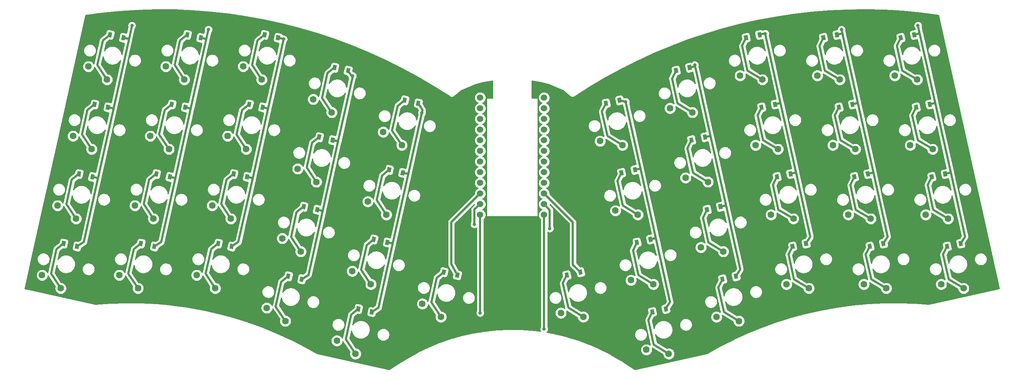
<source format=gbr>
G04 #@! TF.GenerationSoftware,KiCad,Pcbnew,(5.0.1-3-g963ef8bb5)*
G04 #@! TF.CreationDate,2018-12-19T14:21:48+01:00*
G04 #@! TF.ProjectId,atreusPCB,6174726575735043422E6B696361645F,rev?*
G04 #@! TF.SameCoordinates,Original*
G04 #@! TF.FileFunction,Copper,L1,Top,Signal*
G04 #@! TF.FilePolarity,Positive*
%FSLAX46Y46*%
G04 Gerber Fmt 4.6, Leading zero omitted, Abs format (unit mm)*
G04 Created by KiCad (PCBNEW (5.0.1-3-g963ef8bb5)) date 2018 December 19, Wednesday 14:21:48*
%MOMM*%
%LPD*%
G01*
G04 APERTURE LIST*
G04 #@! TA.AperFunction,ComponentPad*
%ADD10C,1.600000*%
G04 #@! TD*
G04 #@! TA.AperFunction,ComponentPad*
%ADD11C,1.524000*%
G04 #@! TD*
G04 #@! TA.AperFunction,SMDPad,CuDef*
%ADD12C,0.900000*%
G04 #@! TD*
G04 #@! TA.AperFunction,Conductor*
%ADD13C,0.100000*%
G04 #@! TD*
G04 #@! TA.AperFunction,ViaPad*
%ADD14C,0.800000*%
G04 #@! TD*
G04 #@! TA.AperFunction,Conductor*
%ADD15C,0.500000*%
G04 #@! TD*
G04 #@! TA.AperFunction,Conductor*
%ADD16C,0.250000*%
G04 #@! TD*
G04 #@! TA.AperFunction,NonConductor*
%ADD17C,0.254000*%
G04 #@! TD*
%ADD18C,0.254000*%
G04 APERTURE END LIST*
D10*
G04 #@! TO.P,S0,1*
G04 #@! TO.N,R3*
X45987827Y-56373053D03*
G04 #@! TO.P,S0,2*
G04 #@! TO.N,Net-(D0-Pad1)*
X50413209Y-59507698D03*
G04 #@! TD*
G04 #@! TO.P,S1,1*
G04 #@! TO.N,R3*
X64426916Y-56373050D03*
G04 #@! TO.P,S1,2*
G04 #@! TO.N,Net-(D1-Pad1)*
X68852298Y-59507695D03*
G04 #@! TD*
G04 #@! TO.P,S2,1*
G04 #@! TO.N,R3*
X82866005Y-56373048D03*
G04 #@! TO.P,S2,2*
G04 #@! TO.N,Net-(D2-Pad1)*
X87291387Y-59507693D03*
G04 #@! TD*
G04 #@! TO.P,S3,1*
G04 #@! TO.N,R3*
X99569651Y-64182542D03*
G04 #@! TO.P,S3,2*
G04 #@! TO.N,Net-(D3-Pad1)*
X103995033Y-67317187D03*
G04 #@! TD*
G04 #@! TO.P,S4,1*
G04 #@! TO.N,R3*
X116273297Y-71992036D03*
G04 #@! TO.P,S4,2*
G04 #@! TO.N,Net-(D4-Pad1)*
X120698679Y-75126681D03*
G04 #@! TD*
G04 #@! TO.P,S10,1*
G04 #@! TO.N,R2*
X42300011Y-72968233D03*
G04 #@! TO.P,S10,2*
G04 #@! TO.N,Net-(D10-Pad1)*
X46725393Y-76102878D03*
G04 #@! TD*
G04 #@! TO.P,S11,1*
G04 #@! TO.N,R2*
X60739100Y-72968231D03*
G04 #@! TO.P,S11,2*
G04 #@! TO.N,Net-(D11-Pad1)*
X65164482Y-76102876D03*
G04 #@! TD*
G04 #@! TO.P,S12,1*
G04 #@! TO.N,R2*
X79178189Y-72968228D03*
G04 #@! TO.P,S12,2*
G04 #@! TO.N,Net-(D12-Pad1)*
X83603571Y-76102873D03*
G04 #@! TD*
G04 #@! TO.P,S13,1*
G04 #@! TO.N,R2*
X95881836Y-80777722D03*
G04 #@! TO.P,S13,2*
G04 #@! TO.N,Net-(D13-Pad1)*
X100307218Y-83912367D03*
G04 #@! TD*
G04 #@! TO.P,S14,1*
G04 #@! TO.N,R2*
X112585482Y-88587217D03*
G04 #@! TO.P,S14,2*
G04 #@! TO.N,Net-(D14-Pad1)*
X117010864Y-91721862D03*
G04 #@! TD*
G04 #@! TO.P,S20,1*
G04 #@! TO.N,R1*
X38612196Y-89563414D03*
G04 #@! TO.P,S20,2*
G04 #@! TO.N,Net-(D20-Pad1)*
X43037578Y-92698059D03*
G04 #@! TD*
G04 #@! TO.P,S21,1*
G04 #@! TO.N,R1*
X57051285Y-89563411D03*
G04 #@! TO.P,S21,2*
G04 #@! TO.N,Net-(D21-Pad1)*
X61476667Y-92698056D03*
G04 #@! TD*
G04 #@! TO.P,S22,1*
G04 #@! TO.N,R1*
X75490374Y-89563409D03*
G04 #@! TO.P,S22,2*
G04 #@! TO.N,Net-(D22-Pad1)*
X79915756Y-92698054D03*
G04 #@! TD*
G04 #@! TO.P,S23,1*
G04 #@! TO.N,R1*
X92194020Y-97372903D03*
G04 #@! TO.P,S23,2*
G04 #@! TO.N,Net-(D23-Pad1)*
X96619402Y-100507548D03*
G04 #@! TD*
G04 #@! TO.P,S24,1*
G04 #@! TO.N,R1*
X108897666Y-105182397D03*
G04 #@! TO.P,S24,2*
G04 #@! TO.N,Net-(D24-Pad1)*
X113323048Y-108317042D03*
G04 #@! TD*
G04 #@! TO.P,S30,1*
G04 #@! TO.N,R0*
X34924380Y-106158594D03*
G04 #@! TO.P,S30,2*
G04 #@! TO.N,Net-(D30-Pad1)*
X39349762Y-109293239D03*
G04 #@! TD*
G04 #@! TO.P,S31,1*
G04 #@! TO.N,R0*
X53363469Y-106158592D03*
G04 #@! TO.P,S31,2*
G04 #@! TO.N,Net-(D31-Pad1)*
X57788851Y-109293237D03*
G04 #@! TD*
G04 #@! TO.P,S32,1*
G04 #@! TO.N,R0*
X71802558Y-106158589D03*
G04 #@! TO.P,S32,2*
G04 #@! TO.N,Net-(D32-Pad1)*
X76227940Y-109293234D03*
G04 #@! TD*
G04 #@! TO.P,S33,1*
G04 #@! TO.N,R0*
X88506205Y-113968083D03*
G04 #@! TO.P,S33,2*
G04 #@! TO.N,Net-(D33-Pad1)*
X92931587Y-117102728D03*
G04 #@! TD*
G04 #@! TO.P,S34,1*
G04 #@! TO.N,R0*
X105209851Y-121777578D03*
G04 #@! TO.P,S34,2*
G04 #@! TO.N,Net-(D34-Pad1)*
X109635233Y-124912223D03*
G04 #@! TD*
G04 #@! TO.P,S35,1*
G04 #@! TO.N,R1*
X125601313Y-112991891D03*
G04 #@! TO.P,S35,2*
G04 #@! TO.N,Net-(D35-Pad1)*
X130026695Y-116126536D03*
G04 #@! TD*
D11*
G04 #@! TO.P,U0,1*
G04 #@! TO.N,Net-(U0-Pad1)*
X154620000Y-63810000D03*
G04 #@! TO.P,U0,2*
G04 #@! TO.N,Net-(U0-Pad2)*
X154620000Y-66350000D03*
G04 #@! TO.P,U0,3*
G04 #@! TO.N,Net-(U0-Pad3)*
X154620000Y-68890000D03*
G04 #@! TO.P,U0,4*
G04 #@! TO.N,GND*
X154620000Y-71430000D03*
G04 #@! TO.P,U0,5*
G04 #@! TO.N,C11*
X154620000Y-73970000D03*
G04 #@! TO.P,U0,6*
G04 #@! TO.N,C10*
X154620000Y-76510000D03*
G04 #@! TO.P,U0,7*
G04 #@! TO.N,C9*
X154620000Y-79050000D03*
G04 #@! TO.P,U0,8*
G04 #@! TO.N,C8*
X154620000Y-81590000D03*
G04 #@! TO.P,U0,9*
G04 #@! TO.N,C7*
X154620000Y-84130000D03*
G04 #@! TO.P,U0,10*
G04 #@! TO.N,C6*
X154620000Y-86670000D03*
G04 #@! TO.P,U0,11*
G04 #@! TO.N,R2*
X154620000Y-89210000D03*
G04 #@! TO.P,U0,12*
G04 #@! TO.N,R0*
X154620000Y-91750000D03*
G04 #@! TO.P,U0,13*
G04 #@! TO.N,Net-(U0-Pad13)*
X139380000Y-63810000D03*
G04 #@! TO.P,U0,14*
G04 #@! TO.N,Net-(U0-Pad14)*
X139380000Y-66350000D03*
G04 #@! TO.P,U0,15*
G04 #@! TO.N,Net-(U0-Pad15)*
X139380000Y-68890000D03*
G04 #@! TO.P,U0,16*
G04 #@! TO.N,Net-(U0-Pad16)*
X139380000Y-71430000D03*
G04 #@! TO.P,U0,17*
G04 #@! TO.N,C0*
X139380000Y-73970000D03*
G04 #@! TO.P,U0,18*
G04 #@! TO.N,C1*
X139380000Y-76510000D03*
G04 #@! TO.P,U0,19*
G04 #@! TO.N,C2*
X139380000Y-79050000D03*
G04 #@! TO.P,U0,20*
G04 #@! TO.N,C3*
X139380000Y-81590000D03*
G04 #@! TO.P,U0,21*
G04 #@! TO.N,C4*
X139380000Y-84130000D03*
G04 #@! TO.P,U0,22*
G04 #@! TO.N,C5*
X139380000Y-86670000D03*
G04 #@! TO.P,U0,23*
G04 #@! TO.N,R3*
X139380000Y-89210000D03*
G04 #@! TO.P,U0,24*
G04 #@! TO.N,R1*
X139380000Y-91750000D03*
G04 #@! TD*
D10*
G04 #@! TO.P,S6,1*
G04 #@! TO.N,R3*
X184668478Y-66351846D03*
G04 #@! TO.P,S6,2*
G04 #@! TO.N,Net-(D6-Pad1)*
X190004967Y-67317187D03*
G04 #@! TD*
G04 #@! TO.P,S5,1*
G04 #@! TO.N,R3*
X167964832Y-74161340D03*
G04 #@! TO.P,S5,2*
G04 #@! TO.N,Net-(D5-Pad1)*
X173301321Y-75126681D03*
G04 #@! TD*
G04 #@! TO.P,S16,1*
G04 #@! TO.N,R2*
X188356293Y-82947026D03*
G04 #@! TO.P,S16,2*
G04 #@! TO.N,Net-(D16-Pad1)*
X193692782Y-83912367D03*
G04 #@! TD*
G04 #@! TO.P,S19,1*
G04 #@! TO.N,R2*
X241938118Y-75137537D03*
G04 #@! TO.P,S19,2*
G04 #@! TO.N,Net-(D19-Pad1)*
X247274607Y-76102878D03*
G04 #@! TD*
G04 #@! TO.P,S29,1*
G04 #@! TO.N,R1*
X245625933Y-91732718D03*
G04 #@! TO.P,S29,2*
G04 #@! TO.N,Net-(D29-Pad1)*
X250962422Y-92698059D03*
G04 #@! TD*
G04 #@! TO.P,S18,1*
G04 #@! TO.N,R2*
X223499029Y-75137535D03*
G04 #@! TO.P,S18,2*
G04 #@! TO.N,Net-(D18-Pad1)*
X228835518Y-76102876D03*
G04 #@! TD*
G04 #@! TO.P,S28,1*
G04 #@! TO.N,R1*
X227186844Y-91732715D03*
G04 #@! TO.P,S28,2*
G04 #@! TO.N,Net-(D28-Pad1)*
X232523333Y-92698056D03*
G04 #@! TD*
G04 #@! TO.P,S27,1*
G04 #@! TO.N,R1*
X208747755Y-91732713D03*
G04 #@! TO.P,S27,2*
G04 #@! TO.N,Net-(D27-Pad1)*
X214084244Y-92698054D03*
G04 #@! TD*
G04 #@! TO.P,S26,1*
G04 #@! TO.N,R1*
X192044109Y-99542207D03*
G04 #@! TO.P,S26,2*
G04 #@! TO.N,Net-(D26-Pad1)*
X197380598Y-100507548D03*
G04 #@! TD*
G04 #@! TO.P,S25,1*
G04 #@! TO.N,R1*
X175340463Y-107351701D03*
G04 #@! TO.P,S25,2*
G04 #@! TO.N,Net-(D25-Pad1)*
X180676952Y-108317042D03*
G04 #@! TD*
G04 #@! TO.P,S36,1*
G04 #@! TO.N,R1*
X158636816Y-115161195D03*
G04 #@! TO.P,S36,2*
G04 #@! TO.N,Net-(D36-Pad1)*
X163973305Y-116126536D03*
G04 #@! TD*
G04 #@! TO.P,S37,1*
G04 #@! TO.N,R0*
X179028278Y-123946882D03*
G04 #@! TO.P,S37,2*
G04 #@! TO.N,Net-(D37-Pad1)*
X184364767Y-124912223D03*
G04 #@! TD*
G04 #@! TO.P,S38,1*
G04 #@! TO.N,R0*
X195731924Y-116137387D03*
G04 #@! TO.P,S38,2*
G04 #@! TO.N,Net-(D38-Pad1)*
X201068413Y-117102728D03*
G04 #@! TD*
G04 #@! TO.P,S41,1*
G04 #@! TO.N,R0*
X249313749Y-108327898D03*
G04 #@! TO.P,S41,2*
G04 #@! TO.N,Net-(D41-Pad1)*
X254650238Y-109293239D03*
G04 #@! TD*
G04 #@! TO.P,S40,1*
G04 #@! TO.N,R0*
X230874660Y-108327896D03*
G04 #@! TO.P,S40,2*
G04 #@! TO.N,Net-(D40-Pad1)*
X236211149Y-109293237D03*
G04 #@! TD*
G04 #@! TO.P,S39,1*
G04 #@! TO.N,R0*
X212435571Y-108327893D03*
G04 #@! TO.P,S39,2*
G04 #@! TO.N,Net-(D39-Pad1)*
X217772060Y-109293234D03*
G04 #@! TD*
D12*
G04 #@! TO.P,D25,1*
G04 #@! TO.N,Net-(D25-Pad1)*
X176766782Y-98327394D03*
D13*
G04 #@! TD*
G04 #@! TO.N,Net-(D25-Pad1)*
G04 #@! TO.C,D25*
G36*
X176457656Y-99010725D02*
X176197340Y-97839300D01*
X177075908Y-97644063D01*
X177336224Y-98815488D01*
X176457656Y-99010725D01*
X176457656Y-99010725D01*
G37*
D12*
G04 #@! TO.P,D25,2*
G04 #@! TO.N,C7*
X179988199Y-97611524D03*
D13*
G04 #@! TD*
G04 #@! TO.N,C7*
G04 #@! TO.C,D25*
G36*
X179679073Y-98294855D02*
X179418757Y-97123430D01*
X180297325Y-96928193D01*
X180557641Y-98099618D01*
X179679073Y-98294855D01*
X179679073Y-98294855D01*
G37*
D10*
G04 #@! TO.P,S15,1*
G04 #@! TO.N,R2*
X171652647Y-90756521D03*
G04 #@! TO.P,S15,2*
G04 #@! TO.N,Net-(D15-Pad1)*
X176989136Y-91721862D03*
G04 #@! TD*
D12*
G04 #@! TO.P,D20,1*
G04 #@! TO.N,Net-(D20-Pad1)*
X43726331Y-81992541D03*
D13*
G04 #@! TD*
G04 #@! TO.N,Net-(D20-Pad1)*
G04 #@! TO.C,D20*
G36*
X43156889Y-82480635D02*
X43417205Y-81309210D01*
X44295773Y-81504447D01*
X44035457Y-82675872D01*
X43156889Y-82480635D01*
X43156889Y-82480635D01*
G37*
D12*
G04 #@! TO.P,D20,2*
G04 #@! TO.N,C0*
X46947748Y-82708411D03*
D13*
G04 #@! TD*
G04 #@! TO.N,C0*
G04 #@! TO.C,D20*
G36*
X46378306Y-83196505D02*
X46638622Y-82025080D01*
X47517190Y-82220317D01*
X47256874Y-83391742D01*
X46378306Y-83196505D01*
X46378306Y-83196505D01*
G37*
D10*
G04 #@! TO.P,S17,1*
G04 #@! TO.N,R2*
X205059940Y-75137532D03*
G04 #@! TO.P,S17,2*
G04 #@! TO.N,Net-(D17-Pad1)*
X210396429Y-76102873D03*
G04 #@! TD*
G04 #@! TO.P,S9,1*
G04 #@! TO.N,R3*
X238250302Y-58542357D03*
G04 #@! TO.P,S9,2*
G04 #@! TO.N,Net-(D9-Pad1)*
X243586791Y-59507698D03*
G04 #@! TD*
G04 #@! TO.P,S8,1*
G04 #@! TO.N,R3*
X219811213Y-58542354D03*
G04 #@! TO.P,S8,2*
G04 #@! TO.N,Net-(D8-Pad1)*
X225147702Y-59507695D03*
G04 #@! TD*
G04 #@! TO.P,S7,1*
G04 #@! TO.N,R3*
X201372124Y-58542352D03*
G04 #@! TO.P,S7,2*
G04 #@! TO.N,Net-(D7-Pad1)*
X206708613Y-59507693D03*
G04 #@! TD*
D12*
G04 #@! TO.P,D41,1*
G04 #@! TO.N,Net-(D41-Pad1)*
X250740068Y-99303591D03*
D13*
G04 #@! TD*
G04 #@! TO.N,Net-(D41-Pad1)*
G04 #@! TO.C,D41*
G36*
X250430942Y-99986922D02*
X250170626Y-98815497D01*
X251049194Y-98620260D01*
X251309510Y-99791685D01*
X250430942Y-99986922D01*
X250430942Y-99986922D01*
G37*
D12*
G04 #@! TO.P,D41,2*
G04 #@! TO.N,C11*
X253961485Y-98587721D03*
D13*
G04 #@! TD*
G04 #@! TO.N,C11*
G04 #@! TO.C,D41*
G36*
X253652359Y-99271052D02*
X253392043Y-98099627D01*
X254270611Y-97904390D01*
X254530927Y-99075815D01*
X253652359Y-99271052D01*
X253652359Y-99271052D01*
G37*
D12*
G04 #@! TO.P,D40,1*
G04 #@! TO.N,Net-(D40-Pad1)*
X232300979Y-99303589D03*
D13*
G04 #@! TD*
G04 #@! TO.N,Net-(D40-Pad1)*
G04 #@! TO.C,D40*
G36*
X231991853Y-99986920D02*
X231731537Y-98815495D01*
X232610105Y-98620258D01*
X232870421Y-99791683D01*
X231991853Y-99986920D01*
X231991853Y-99986920D01*
G37*
D12*
G04 #@! TO.P,D40,2*
G04 #@! TO.N,C10*
X235522396Y-98587719D03*
D13*
G04 #@! TD*
G04 #@! TO.N,C10*
G04 #@! TO.C,D40*
G36*
X235213270Y-99271050D02*
X234952954Y-98099625D01*
X235831522Y-97904388D01*
X236091838Y-99075813D01*
X235213270Y-99271050D01*
X235213270Y-99271050D01*
G37*
D12*
G04 #@! TO.P,D39,1*
G04 #@! TO.N,Net-(D39-Pad1)*
X213861890Y-99303586D03*
D13*
G04 #@! TD*
G04 #@! TO.N,Net-(D39-Pad1)*
G04 #@! TO.C,D39*
G36*
X213552764Y-99986917D02*
X213292448Y-98815492D01*
X214171016Y-98620255D01*
X214431332Y-99791680D01*
X213552764Y-99986917D01*
X213552764Y-99986917D01*
G37*
D12*
G04 #@! TO.P,D39,2*
G04 #@! TO.N,C9*
X217083307Y-98587716D03*
D13*
G04 #@! TD*
G04 #@! TO.N,C9*
G04 #@! TO.C,D39*
G36*
X216774181Y-99271047D02*
X216513865Y-98099622D01*
X217392433Y-97904385D01*
X217652749Y-99075810D01*
X216774181Y-99271047D01*
X216774181Y-99271047D01*
G37*
D12*
G04 #@! TO.P,D38,1*
G04 #@! TO.N,Net-(D38-Pad1)*
X197158243Y-107113080D03*
D13*
G04 #@! TD*
G04 #@! TO.N,Net-(D38-Pad1)*
G04 #@! TO.C,D38*
G36*
X196849117Y-107796411D02*
X196588801Y-106624986D01*
X197467369Y-106429749D01*
X197727685Y-107601174D01*
X196849117Y-107796411D01*
X196849117Y-107796411D01*
G37*
D12*
G04 #@! TO.P,D38,2*
G04 #@! TO.N,C8*
X200379660Y-106397210D03*
D13*
G04 #@! TD*
G04 #@! TO.N,C8*
G04 #@! TO.C,D38*
G36*
X200070534Y-107080541D02*
X199810218Y-105909116D01*
X200688786Y-105713879D01*
X200949102Y-106885304D01*
X200070534Y-107080541D01*
X200070534Y-107080541D01*
G37*
D12*
G04 #@! TO.P,D37,1*
G04 #@! TO.N,Net-(D37-Pad1)*
X180454597Y-114922575D03*
D13*
G04 #@! TD*
G04 #@! TO.N,Net-(D37-Pad1)*
G04 #@! TO.C,D37*
G36*
X180145471Y-115605906D02*
X179885155Y-114434481D01*
X180763723Y-114239244D01*
X181024039Y-115410669D01*
X180145471Y-115605906D01*
X180145471Y-115605906D01*
G37*
D12*
G04 #@! TO.P,D37,2*
G04 #@! TO.N,C7*
X183676014Y-114206705D03*
D13*
G04 #@! TD*
G04 #@! TO.N,C7*
G04 #@! TO.C,D37*
G36*
X183366888Y-114890036D02*
X183106572Y-113718611D01*
X183985140Y-113523374D01*
X184245456Y-114694799D01*
X183366888Y-114890036D01*
X183366888Y-114890036D01*
G37*
D12*
G04 #@! TO.P,D36,1*
G04 #@! TO.N,Net-(D36-Pad1)*
X160063135Y-106136888D03*
D13*
G04 #@! TD*
G04 #@! TO.N,Net-(D36-Pad1)*
G04 #@! TO.C,D36*
G36*
X159754009Y-106820219D02*
X159493693Y-105648794D01*
X160372261Y-105453557D01*
X160632577Y-106624982D01*
X159754009Y-106820219D01*
X159754009Y-106820219D01*
G37*
D12*
G04 #@! TO.P,D36,2*
G04 #@! TO.N,C6*
X163284552Y-105421018D03*
D13*
G04 #@! TD*
G04 #@! TO.N,C6*
G04 #@! TO.C,D36*
G36*
X162975426Y-106104349D02*
X162715110Y-104932924D01*
X163593678Y-104737687D01*
X163853994Y-105909112D01*
X162975426Y-106104349D01*
X162975426Y-106104349D01*
G37*
D12*
G04 #@! TO.P,D35,1*
G04 #@! TO.N,Net-(D35-Pad1)*
X130715448Y-105421018D03*
D13*
G04 #@! TD*
G04 #@! TO.N,Net-(D35-Pad1)*
G04 #@! TO.C,D35*
G36*
X130146006Y-105909112D02*
X130406322Y-104737687D01*
X131284890Y-104932924D01*
X131024574Y-106104349D01*
X130146006Y-105909112D01*
X130146006Y-105909112D01*
G37*
D12*
G04 #@! TO.P,D35,2*
G04 #@! TO.N,C5*
X133936865Y-106136888D03*
D13*
G04 #@! TD*
G04 #@! TO.N,C5*
G04 #@! TO.C,D35*
G36*
X133367423Y-106624982D02*
X133627739Y-105453557D01*
X134506307Y-105648794D01*
X134245991Y-106820219D01*
X133367423Y-106624982D01*
X133367423Y-106624982D01*
G37*
D12*
G04 #@! TO.P,D34,1*
G04 #@! TO.N,Net-(D34-Pad1)*
X110323986Y-114206705D03*
D13*
G04 #@! TD*
G04 #@! TO.N,Net-(D34-Pad1)*
G04 #@! TO.C,D34*
G36*
X109754544Y-114694799D02*
X110014860Y-113523374D01*
X110893428Y-113718611D01*
X110633112Y-114890036D01*
X109754544Y-114694799D01*
X109754544Y-114694799D01*
G37*
D12*
G04 #@! TO.P,D34,2*
G04 #@! TO.N,C4*
X113545403Y-114922575D03*
D13*
G04 #@! TD*
G04 #@! TO.N,C4*
G04 #@! TO.C,D34*
G36*
X112975961Y-115410669D02*
X113236277Y-114239244D01*
X114114845Y-114434481D01*
X113854529Y-115605906D01*
X112975961Y-115410669D01*
X112975961Y-115410669D01*
G37*
D12*
G04 #@! TO.P,D33,1*
G04 #@! TO.N,Net-(D33-Pad1)*
X93620340Y-106397210D03*
D13*
G04 #@! TD*
G04 #@! TO.N,Net-(D33-Pad1)*
G04 #@! TO.C,D33*
G36*
X93050898Y-106885304D02*
X93311214Y-105713879D01*
X94189782Y-105909116D01*
X93929466Y-107080541D01*
X93050898Y-106885304D01*
X93050898Y-106885304D01*
G37*
D12*
G04 #@! TO.P,D33,2*
G04 #@! TO.N,C3*
X96841757Y-107113080D03*
D13*
G04 #@! TD*
G04 #@! TO.N,C3*
G04 #@! TO.C,D33*
G36*
X96272315Y-107601174D02*
X96532631Y-106429749D01*
X97411199Y-106624986D01*
X97150883Y-107796411D01*
X96272315Y-107601174D01*
X96272315Y-107601174D01*
G37*
D12*
G04 #@! TO.P,D32,1*
G04 #@! TO.N,Net-(D32-Pad1)*
X76916693Y-98587716D03*
D13*
G04 #@! TD*
G04 #@! TO.N,Net-(D32-Pad1)*
G04 #@! TO.C,D32*
G36*
X76347251Y-99075810D02*
X76607567Y-97904385D01*
X77486135Y-98099622D01*
X77225819Y-99271047D01*
X76347251Y-99075810D01*
X76347251Y-99075810D01*
G37*
D12*
G04 #@! TO.P,D32,2*
G04 #@! TO.N,C2*
X80138110Y-99303586D03*
D13*
G04 #@! TD*
G04 #@! TO.N,C2*
G04 #@! TO.C,D32*
G36*
X79568668Y-99791680D02*
X79828984Y-98620255D01*
X80707552Y-98815492D01*
X80447236Y-99986917D01*
X79568668Y-99791680D01*
X79568668Y-99791680D01*
G37*
D12*
G04 #@! TO.P,D31,1*
G04 #@! TO.N,Net-(D31-Pad1)*
X58477604Y-98587719D03*
D13*
G04 #@! TD*
G04 #@! TO.N,Net-(D31-Pad1)*
G04 #@! TO.C,D31*
G36*
X57908162Y-99075813D02*
X58168478Y-97904388D01*
X59047046Y-98099625D01*
X58786730Y-99271050D01*
X57908162Y-99075813D01*
X57908162Y-99075813D01*
G37*
D12*
G04 #@! TO.P,D31,2*
G04 #@! TO.N,C1*
X61699021Y-99303589D03*
D13*
G04 #@! TD*
G04 #@! TO.N,C1*
G04 #@! TO.C,D31*
G36*
X61129579Y-99791683D02*
X61389895Y-98620258D01*
X62268463Y-98815495D01*
X62008147Y-99986920D01*
X61129579Y-99791683D01*
X61129579Y-99791683D01*
G37*
D12*
G04 #@! TO.P,D30,1*
G04 #@! TO.N,Net-(D30-Pad1)*
X40038515Y-98587721D03*
D13*
G04 #@! TD*
G04 #@! TO.N,Net-(D30-Pad1)*
G04 #@! TO.C,D30*
G36*
X39469073Y-99075815D02*
X39729389Y-97904390D01*
X40607957Y-98099627D01*
X40347641Y-99271052D01*
X39469073Y-99075815D01*
X39469073Y-99075815D01*
G37*
D12*
G04 #@! TO.P,D30,2*
G04 #@! TO.N,C0*
X43259932Y-99303591D03*
D13*
G04 #@! TD*
G04 #@! TO.N,C0*
G04 #@! TO.C,D30*
G36*
X42690490Y-99791685D02*
X42950806Y-98620260D01*
X43829374Y-98815497D01*
X43569058Y-99986922D01*
X42690490Y-99791685D01*
X42690490Y-99791685D01*
G37*
D12*
G04 #@! TO.P,D29,1*
G04 #@! TO.N,Net-(D29-Pad1)*
X247052252Y-82708411D03*
D13*
G04 #@! TD*
G04 #@! TO.N,Net-(D29-Pad1)*
G04 #@! TO.C,D29*
G36*
X246743126Y-83391742D02*
X246482810Y-82220317D01*
X247361378Y-82025080D01*
X247621694Y-83196505D01*
X246743126Y-83391742D01*
X246743126Y-83391742D01*
G37*
D12*
G04 #@! TO.P,D29,2*
G04 #@! TO.N,C11*
X250273669Y-81992541D03*
D13*
G04 #@! TD*
G04 #@! TO.N,C11*
G04 #@! TO.C,D29*
G36*
X249964543Y-82675872D02*
X249704227Y-81504447D01*
X250582795Y-81309210D01*
X250843111Y-82480635D01*
X249964543Y-82675872D01*
X249964543Y-82675872D01*
G37*
D12*
G04 #@! TO.P,D28,1*
G04 #@! TO.N,Net-(D28-Pad1)*
X228613163Y-82708408D03*
D13*
G04 #@! TD*
G04 #@! TO.N,Net-(D28-Pad1)*
G04 #@! TO.C,D28*
G36*
X228304037Y-83391739D02*
X228043721Y-82220314D01*
X228922289Y-82025077D01*
X229182605Y-83196502D01*
X228304037Y-83391739D01*
X228304037Y-83391739D01*
G37*
D12*
G04 #@! TO.P,D28,2*
G04 #@! TO.N,C10*
X231834580Y-81992538D03*
D13*
G04 #@! TD*
G04 #@! TO.N,C10*
G04 #@! TO.C,D28*
G36*
X231525454Y-82675869D02*
X231265138Y-81504444D01*
X232143706Y-81309207D01*
X232404022Y-82480632D01*
X231525454Y-82675869D01*
X231525454Y-82675869D01*
G37*
D12*
G04 #@! TO.P,D27,1*
G04 #@! TO.N,Net-(D27-Pad1)*
X210174074Y-82708406D03*
D13*
G04 #@! TD*
G04 #@! TO.N,Net-(D27-Pad1)*
G04 #@! TO.C,D27*
G36*
X209864948Y-83391737D02*
X209604632Y-82220312D01*
X210483200Y-82025075D01*
X210743516Y-83196500D01*
X209864948Y-83391737D01*
X209864948Y-83391737D01*
G37*
D12*
G04 #@! TO.P,D27,2*
G04 #@! TO.N,C9*
X213395491Y-81992536D03*
D13*
G04 #@! TD*
G04 #@! TO.N,C9*
G04 #@! TO.C,D27*
G36*
X213086365Y-82675867D02*
X212826049Y-81504442D01*
X213704617Y-81309205D01*
X213964933Y-82480630D01*
X213086365Y-82675867D01*
X213086365Y-82675867D01*
G37*
D12*
G04 #@! TO.P,D26,1*
G04 #@! TO.N,Net-(D26-Pad1)*
X193470428Y-90517900D03*
D13*
G04 #@! TD*
G04 #@! TO.N,Net-(D26-Pad1)*
G04 #@! TO.C,D26*
G36*
X193161302Y-91201231D02*
X192900986Y-90029806D01*
X193779554Y-89834569D01*
X194039870Y-91005994D01*
X193161302Y-91201231D01*
X193161302Y-91201231D01*
G37*
D12*
G04 #@! TO.P,D26,2*
G04 #@! TO.N,C8*
X196691845Y-89802030D03*
D13*
G04 #@! TD*
G04 #@! TO.N,C8*
G04 #@! TO.C,D26*
G36*
X196382719Y-90485361D02*
X196122403Y-89313936D01*
X197000971Y-89118699D01*
X197261287Y-90290124D01*
X196382719Y-90485361D01*
X196382719Y-90485361D01*
G37*
D12*
G04 #@! TO.P,D24,1*
G04 #@! TO.N,Net-(D24-Pad1)*
X114011801Y-97611524D03*
D13*
G04 #@! TD*
G04 #@! TO.N,Net-(D24-Pad1)*
G04 #@! TO.C,D24*
G36*
X113442359Y-98099618D02*
X113702675Y-96928193D01*
X114581243Y-97123430D01*
X114320927Y-98294855D01*
X113442359Y-98099618D01*
X113442359Y-98099618D01*
G37*
D12*
G04 #@! TO.P,D24,2*
G04 #@! TO.N,C4*
X117233218Y-98327394D03*
D13*
G04 #@! TD*
G04 #@! TO.N,C4*
G04 #@! TO.C,D24*
G36*
X116663776Y-98815488D02*
X116924092Y-97644063D01*
X117802660Y-97839300D01*
X117542344Y-99010725D01*
X116663776Y-98815488D01*
X116663776Y-98815488D01*
G37*
D12*
G04 #@! TO.P,D23,1*
G04 #@! TO.N,Net-(D23-Pad1)*
X97308155Y-89802030D03*
D13*
G04 #@! TD*
G04 #@! TO.N,Net-(D23-Pad1)*
G04 #@! TO.C,D23*
G36*
X96738713Y-90290124D02*
X96999029Y-89118699D01*
X97877597Y-89313936D01*
X97617281Y-90485361D01*
X96738713Y-90290124D01*
X96738713Y-90290124D01*
G37*
D12*
G04 #@! TO.P,D23,2*
G04 #@! TO.N,C3*
X100529572Y-90517900D03*
D13*
G04 #@! TD*
G04 #@! TO.N,C3*
G04 #@! TO.C,D23*
G36*
X99960130Y-91005994D02*
X100220446Y-89834569D01*
X101099014Y-90029806D01*
X100838698Y-91201231D01*
X99960130Y-91005994D01*
X99960130Y-91005994D01*
G37*
D12*
G04 #@! TO.P,D22,1*
G04 #@! TO.N,Net-(D22-Pad1)*
X80604509Y-81992536D03*
D13*
G04 #@! TD*
G04 #@! TO.N,Net-(D22-Pad1)*
G04 #@! TO.C,D22*
G36*
X80035067Y-82480630D02*
X80295383Y-81309205D01*
X81173951Y-81504442D01*
X80913635Y-82675867D01*
X80035067Y-82480630D01*
X80035067Y-82480630D01*
G37*
D12*
G04 #@! TO.P,D22,2*
G04 #@! TO.N,C2*
X83825926Y-82708406D03*
D13*
G04 #@! TD*
G04 #@! TO.N,C2*
G04 #@! TO.C,D22*
G36*
X83256484Y-83196500D02*
X83516800Y-82025075D01*
X84395368Y-82220312D01*
X84135052Y-83391737D01*
X83256484Y-83196500D01*
X83256484Y-83196500D01*
G37*
D12*
G04 #@! TO.P,D21,1*
G04 #@! TO.N,Net-(D21-Pad1)*
X62165420Y-81992538D03*
D13*
G04 #@! TD*
G04 #@! TO.N,Net-(D21-Pad1)*
G04 #@! TO.C,D21*
G36*
X61595978Y-82480632D02*
X61856294Y-81309207D01*
X62734862Y-81504444D01*
X62474546Y-82675869D01*
X61595978Y-82480632D01*
X61595978Y-82480632D01*
G37*
D12*
G04 #@! TO.P,D21,2*
G04 #@! TO.N,C1*
X65386837Y-82708408D03*
D13*
G04 #@! TD*
G04 #@! TO.N,C1*
G04 #@! TO.C,D21*
G36*
X64817395Y-83196502D02*
X65077711Y-82025077D01*
X65956279Y-82220314D01*
X65695963Y-83391739D01*
X64817395Y-83196502D01*
X64817395Y-83196502D01*
G37*
D12*
G04 #@! TO.P,D19,1*
G04 #@! TO.N,Net-(D19-Pad1)*
X243364437Y-66113230D03*
D13*
G04 #@! TD*
G04 #@! TO.N,Net-(D19-Pad1)*
G04 #@! TO.C,D19*
G36*
X243055311Y-66796561D02*
X242794995Y-65625136D01*
X243673563Y-65429899D01*
X243933879Y-66601324D01*
X243055311Y-66796561D01*
X243055311Y-66796561D01*
G37*
D12*
G04 #@! TO.P,D19,2*
G04 #@! TO.N,C11*
X246585854Y-65397360D03*
D13*
G04 #@! TD*
G04 #@! TO.N,C11*
G04 #@! TO.C,D19*
G36*
X246276728Y-66080691D02*
X246016412Y-64909266D01*
X246894980Y-64714029D01*
X247155296Y-65885454D01*
X246276728Y-66080691D01*
X246276728Y-66080691D01*
G37*
D12*
G04 #@! TO.P,D18,1*
G04 #@! TO.N,Net-(D18-Pad1)*
X224925348Y-66113228D03*
D13*
G04 #@! TD*
G04 #@! TO.N,Net-(D18-Pad1)*
G04 #@! TO.C,D18*
G36*
X224616222Y-66796559D02*
X224355906Y-65625134D01*
X225234474Y-65429897D01*
X225494790Y-66601322D01*
X224616222Y-66796559D01*
X224616222Y-66796559D01*
G37*
D12*
G04 #@! TO.P,D18,2*
G04 #@! TO.N,C10*
X228146765Y-65397358D03*
D13*
G04 #@! TD*
G04 #@! TO.N,C10*
G04 #@! TO.C,D18*
G36*
X227837639Y-66080689D02*
X227577323Y-64909264D01*
X228455891Y-64714027D01*
X228716207Y-65885452D01*
X227837639Y-66080689D01*
X227837639Y-66080689D01*
G37*
D12*
G04 #@! TO.P,D17,1*
G04 #@! TO.N,Net-(D17-Pad1)*
X206486259Y-66113225D03*
D13*
G04 #@! TD*
G04 #@! TO.N,Net-(D17-Pad1)*
G04 #@! TO.C,D17*
G36*
X206177133Y-66796556D02*
X205916817Y-65625131D01*
X206795385Y-65429894D01*
X207055701Y-66601319D01*
X206177133Y-66796556D01*
X206177133Y-66796556D01*
G37*
D12*
G04 #@! TO.P,D17,2*
G04 #@! TO.N,C9*
X209707676Y-65397355D03*
D13*
G04 #@! TD*
G04 #@! TO.N,C9*
G04 #@! TO.C,D17*
G36*
X209398550Y-66080686D02*
X209138234Y-64909261D01*
X210016802Y-64714024D01*
X210277118Y-65885449D01*
X209398550Y-66080686D01*
X209398550Y-66080686D01*
G37*
D12*
G04 #@! TO.P,D16,1*
G04 #@! TO.N,Net-(D16-Pad1)*
X189782612Y-73922719D03*
D13*
G04 #@! TD*
G04 #@! TO.N,Net-(D16-Pad1)*
G04 #@! TO.C,D16*
G36*
X189473486Y-74606050D02*
X189213170Y-73434625D01*
X190091738Y-73239388D01*
X190352054Y-74410813D01*
X189473486Y-74606050D01*
X189473486Y-74606050D01*
G37*
D12*
G04 #@! TO.P,D16,2*
G04 #@! TO.N,C8*
X193004029Y-73206849D03*
D13*
G04 #@! TD*
G04 #@! TO.N,C8*
G04 #@! TO.C,D16*
G36*
X192694903Y-73890180D02*
X192434587Y-72718755D01*
X193313155Y-72523518D01*
X193573471Y-73694943D01*
X192694903Y-73890180D01*
X192694903Y-73890180D01*
G37*
D12*
G04 #@! TO.P,D15,1*
G04 #@! TO.N,Net-(D15-Pad1)*
X173078966Y-81732214D03*
D13*
G04 #@! TD*
G04 #@! TO.N,Net-(D15-Pad1)*
G04 #@! TO.C,D15*
G36*
X172769840Y-82415545D02*
X172509524Y-81244120D01*
X173388092Y-81048883D01*
X173648408Y-82220308D01*
X172769840Y-82415545D01*
X172769840Y-82415545D01*
G37*
D12*
G04 #@! TO.P,D15,2*
G04 #@! TO.N,C7*
X176300383Y-81016344D03*
D13*
G04 #@! TD*
G04 #@! TO.N,C7*
G04 #@! TO.C,D15*
G36*
X175991257Y-81699675D02*
X175730941Y-80528250D01*
X176609509Y-80333013D01*
X176869825Y-81504438D01*
X175991257Y-81699675D01*
X175991257Y-81699675D01*
G37*
D12*
G04 #@! TO.P,D14,1*
G04 #@! TO.N,Net-(D14-Pad1)*
X117699617Y-81016344D03*
D13*
G04 #@! TD*
G04 #@! TO.N,Net-(D14-Pad1)*
G04 #@! TO.C,D14*
G36*
X117130175Y-81504438D02*
X117390491Y-80333013D01*
X118269059Y-80528250D01*
X118008743Y-81699675D01*
X117130175Y-81504438D01*
X117130175Y-81504438D01*
G37*
D12*
G04 #@! TO.P,D14,2*
G04 #@! TO.N,C4*
X120921034Y-81732214D03*
D13*
G04 #@! TD*
G04 #@! TO.N,C4*
G04 #@! TO.C,D14*
G36*
X120351592Y-82220308D02*
X120611908Y-81048883D01*
X121490476Y-81244120D01*
X121230160Y-82415545D01*
X120351592Y-82220308D01*
X120351592Y-82220308D01*
G37*
D12*
G04 #@! TO.P,D13,1*
G04 #@! TO.N,Net-(D13-Pad1)*
X100995971Y-73206849D03*
D13*
G04 #@! TD*
G04 #@! TO.N,Net-(D13-Pad1)*
G04 #@! TO.C,D13*
G36*
X100426529Y-73694943D02*
X100686845Y-72523518D01*
X101565413Y-72718755D01*
X101305097Y-73890180D01*
X100426529Y-73694943D01*
X100426529Y-73694943D01*
G37*
D12*
G04 #@! TO.P,D13,2*
G04 #@! TO.N,C3*
X104217388Y-73922719D03*
D13*
G04 #@! TD*
G04 #@! TO.N,C3*
G04 #@! TO.C,D13*
G36*
X103647946Y-74410813D02*
X103908262Y-73239388D01*
X104786830Y-73434625D01*
X104526514Y-74606050D01*
X103647946Y-74410813D01*
X103647946Y-74410813D01*
G37*
D12*
G04 #@! TO.P,D12,1*
G04 #@! TO.N,Net-(D12-Pad1)*
X84292324Y-65397355D03*
D13*
G04 #@! TD*
G04 #@! TO.N,Net-(D12-Pad1)*
G04 #@! TO.C,D12*
G36*
X83722882Y-65885449D02*
X83983198Y-64714024D01*
X84861766Y-64909261D01*
X84601450Y-66080686D01*
X83722882Y-65885449D01*
X83722882Y-65885449D01*
G37*
D12*
G04 #@! TO.P,D12,2*
G04 #@! TO.N,C2*
X87513741Y-66113225D03*
D13*
G04 #@! TD*
G04 #@! TO.N,C2*
G04 #@! TO.C,D12*
G36*
X86944299Y-66601319D02*
X87204615Y-65429894D01*
X88083183Y-65625131D01*
X87822867Y-66796556D01*
X86944299Y-66601319D01*
X86944299Y-66601319D01*
G37*
D12*
G04 #@! TO.P,D11,1*
G04 #@! TO.N,Net-(D11-Pad1)*
X65853235Y-65397358D03*
D13*
G04 #@! TD*
G04 #@! TO.N,Net-(D11-Pad1)*
G04 #@! TO.C,D11*
G36*
X65283793Y-65885452D02*
X65544109Y-64714027D01*
X66422677Y-64909264D01*
X66162361Y-66080689D01*
X65283793Y-65885452D01*
X65283793Y-65885452D01*
G37*
D12*
G04 #@! TO.P,D11,2*
G04 #@! TO.N,C1*
X69074652Y-66113228D03*
D13*
G04 #@! TD*
G04 #@! TO.N,C1*
G04 #@! TO.C,D11*
G36*
X68505210Y-66601322D02*
X68765526Y-65429897D01*
X69644094Y-65625134D01*
X69383778Y-66796559D01*
X68505210Y-66601322D01*
X68505210Y-66601322D01*
G37*
D12*
G04 #@! TO.P,D10,1*
G04 #@! TO.N,Net-(D10-Pad1)*
X47414146Y-65397360D03*
D13*
G04 #@! TD*
G04 #@! TO.N,Net-(D10-Pad1)*
G04 #@! TO.C,D10*
G36*
X46844704Y-65885454D02*
X47105020Y-64714029D01*
X47983588Y-64909266D01*
X47723272Y-66080691D01*
X46844704Y-65885454D01*
X46844704Y-65885454D01*
G37*
D12*
G04 #@! TO.P,D10,2*
G04 #@! TO.N,C0*
X50635563Y-66113230D03*
D13*
G04 #@! TD*
G04 #@! TO.N,C0*
G04 #@! TO.C,D10*
G36*
X50066121Y-66601324D02*
X50326437Y-65429899D01*
X51205005Y-65625136D01*
X50944689Y-66796561D01*
X50066121Y-66601324D01*
X50066121Y-66601324D01*
G37*
D12*
G04 #@! TO.P,D9,1*
G04 #@! TO.N,Net-(D9-Pad1)*
X239676621Y-49518050D03*
D13*
G04 #@! TD*
G04 #@! TO.N,Net-(D9-Pad1)*
G04 #@! TO.C,D9*
G36*
X239367495Y-50201381D02*
X239107179Y-49029956D01*
X239985747Y-48834719D01*
X240246063Y-50006144D01*
X239367495Y-50201381D01*
X239367495Y-50201381D01*
G37*
D12*
G04 #@! TO.P,D9,2*
G04 #@! TO.N,C11*
X242898038Y-48802180D03*
D13*
G04 #@! TD*
G04 #@! TO.N,C11*
G04 #@! TO.C,D9*
G36*
X242588912Y-49485511D02*
X242328596Y-48314086D01*
X243207164Y-48118849D01*
X243467480Y-49290274D01*
X242588912Y-49485511D01*
X242588912Y-49485511D01*
G37*
D12*
G04 #@! TO.P,D8,1*
G04 #@! TO.N,Net-(D8-Pad1)*
X221237532Y-49518047D03*
D13*
G04 #@! TD*
G04 #@! TO.N,Net-(D8-Pad1)*
G04 #@! TO.C,D8*
G36*
X220928406Y-50201378D02*
X220668090Y-49029953D01*
X221546658Y-48834716D01*
X221806974Y-50006141D01*
X220928406Y-50201378D01*
X220928406Y-50201378D01*
G37*
D12*
G04 #@! TO.P,D8,2*
G04 #@! TO.N,C10*
X224458949Y-48802177D03*
D13*
G04 #@! TD*
G04 #@! TO.N,C10*
G04 #@! TO.C,D8*
G36*
X224149823Y-49485508D02*
X223889507Y-48314083D01*
X224768075Y-48118846D01*
X225028391Y-49290271D01*
X224149823Y-49485508D01*
X224149823Y-49485508D01*
G37*
D12*
G04 #@! TO.P,D7,1*
G04 #@! TO.N,Net-(D7-Pad1)*
X202798443Y-49518045D03*
D13*
G04 #@! TD*
G04 #@! TO.N,Net-(D7-Pad1)*
G04 #@! TO.C,D7*
G36*
X202489317Y-50201376D02*
X202229001Y-49029951D01*
X203107569Y-48834714D01*
X203367885Y-50006139D01*
X202489317Y-50201376D01*
X202489317Y-50201376D01*
G37*
D12*
G04 #@! TO.P,D7,2*
G04 #@! TO.N,C9*
X206019860Y-48802175D03*
D13*
G04 #@! TD*
G04 #@! TO.N,C9*
G04 #@! TO.C,D7*
G36*
X205710734Y-49485506D02*
X205450418Y-48314081D01*
X206328986Y-48118844D01*
X206589302Y-49290269D01*
X205710734Y-49485506D01*
X205710734Y-49485506D01*
G37*
D12*
G04 #@! TO.P,D6,1*
G04 #@! TO.N,Net-(D6-Pad1)*
X186094797Y-57327539D03*
D13*
G04 #@! TD*
G04 #@! TO.N,Net-(D6-Pad1)*
G04 #@! TO.C,D6*
G36*
X185785671Y-58010870D02*
X185525355Y-56839445D01*
X186403923Y-56644208D01*
X186664239Y-57815633D01*
X185785671Y-58010870D01*
X185785671Y-58010870D01*
G37*
D12*
G04 #@! TO.P,D6,2*
G04 #@! TO.N,C8*
X189316214Y-56611669D03*
D13*
G04 #@! TD*
G04 #@! TO.N,C8*
G04 #@! TO.C,D6*
G36*
X189007088Y-57295000D02*
X188746772Y-56123575D01*
X189625340Y-55928338D01*
X189885656Y-57099763D01*
X189007088Y-57295000D01*
X189007088Y-57295000D01*
G37*
D12*
G04 #@! TO.P,D5,1*
G04 #@! TO.N,Net-(D5-Pad1)*
X169391151Y-65137033D03*
D13*
G04 #@! TD*
G04 #@! TO.N,Net-(D5-Pad1)*
G04 #@! TO.C,D5*
G36*
X169082025Y-65820364D02*
X168821709Y-64648939D01*
X169700277Y-64453702D01*
X169960593Y-65625127D01*
X169082025Y-65820364D01*
X169082025Y-65820364D01*
G37*
D12*
G04 #@! TO.P,D5,2*
G04 #@! TO.N,C7*
X172612568Y-64421163D03*
D13*
G04 #@! TD*
G04 #@! TO.N,C7*
G04 #@! TO.C,D5*
G36*
X172303442Y-65104494D02*
X172043126Y-63933069D01*
X172921694Y-63737832D01*
X173182010Y-64909257D01*
X172303442Y-65104494D01*
X172303442Y-65104494D01*
G37*
D12*
G04 #@! TO.P,D4,1*
G04 #@! TO.N,Net-(D4-Pad1)*
X121387432Y-64421163D03*
D13*
G04 #@! TD*
G04 #@! TO.N,Net-(D4-Pad1)*
G04 #@! TO.C,D4*
G36*
X120817990Y-64909257D02*
X121078306Y-63737832D01*
X121956874Y-63933069D01*
X121696558Y-65104494D01*
X120817990Y-64909257D01*
X120817990Y-64909257D01*
G37*
D12*
G04 #@! TO.P,D4,2*
G04 #@! TO.N,C4*
X124608849Y-65137033D03*
D13*
G04 #@! TD*
G04 #@! TO.N,C4*
G04 #@! TO.C,D4*
G36*
X124039407Y-65625127D02*
X124299723Y-64453702D01*
X125178291Y-64648939D01*
X124917975Y-65820364D01*
X124039407Y-65625127D01*
X124039407Y-65625127D01*
G37*
D12*
G04 #@! TO.P,D3,1*
G04 #@! TO.N,Net-(D3-Pad1)*
X104683786Y-56611669D03*
D13*
G04 #@! TD*
G04 #@! TO.N,Net-(D3-Pad1)*
G04 #@! TO.C,D3*
G36*
X104114344Y-57099763D02*
X104374660Y-55928338D01*
X105253228Y-56123575D01*
X104992912Y-57295000D01*
X104114344Y-57099763D01*
X104114344Y-57099763D01*
G37*
D12*
G04 #@! TO.P,D3,2*
G04 #@! TO.N,C3*
X107905203Y-57327539D03*
D13*
G04 #@! TD*
G04 #@! TO.N,C3*
G04 #@! TO.C,D3*
G36*
X107335761Y-57815633D02*
X107596077Y-56644208D01*
X108474645Y-56839445D01*
X108214329Y-58010870D01*
X107335761Y-57815633D01*
X107335761Y-57815633D01*
G37*
D12*
G04 #@! TO.P,D2,1*
G04 #@! TO.N,Net-(D2-Pad1)*
X87980140Y-48802175D03*
D13*
G04 #@! TD*
G04 #@! TO.N,Net-(D2-Pad1)*
G04 #@! TO.C,D2*
G36*
X87410698Y-49290269D02*
X87671014Y-48118844D01*
X88549582Y-48314081D01*
X88289266Y-49485506D01*
X87410698Y-49290269D01*
X87410698Y-49290269D01*
G37*
D12*
G04 #@! TO.P,D2,2*
G04 #@! TO.N,C2*
X91201557Y-49518045D03*
D13*
G04 #@! TD*
G04 #@! TO.N,C2*
G04 #@! TO.C,D2*
G36*
X90632115Y-50006139D02*
X90892431Y-48834714D01*
X91770999Y-49029951D01*
X91510683Y-50201376D01*
X90632115Y-50006139D01*
X90632115Y-50006139D01*
G37*
D12*
G04 #@! TO.P,D1,1*
G04 #@! TO.N,Net-(D1-Pad1)*
X69541051Y-48802177D03*
D13*
G04 #@! TD*
G04 #@! TO.N,Net-(D1-Pad1)*
G04 #@! TO.C,D1*
G36*
X68971609Y-49290271D02*
X69231925Y-48118846D01*
X70110493Y-48314083D01*
X69850177Y-49485508D01*
X68971609Y-49290271D01*
X68971609Y-49290271D01*
G37*
D12*
G04 #@! TO.P,D1,2*
G04 #@! TO.N,C1*
X72762468Y-49518047D03*
D13*
G04 #@! TD*
G04 #@! TO.N,C1*
G04 #@! TO.C,D1*
G36*
X72193026Y-50006141D02*
X72453342Y-48834716D01*
X73331910Y-49029953D01*
X73071594Y-50201378D01*
X72193026Y-50006141D01*
X72193026Y-50006141D01*
G37*
D12*
G04 #@! TO.P,D0,1*
G04 #@! TO.N,Net-(D0-Pad1)*
X51101962Y-48802180D03*
D13*
G04 #@! TD*
G04 #@! TO.N,Net-(D0-Pad1)*
G04 #@! TO.C,D0*
G36*
X50532520Y-49290274D02*
X50792836Y-48118849D01*
X51671404Y-48314086D01*
X51411088Y-49485511D01*
X50532520Y-49290274D01*
X50532520Y-49290274D01*
G37*
D12*
G04 #@! TO.P,D0,2*
G04 #@! TO.N,C0*
X54323379Y-49518050D03*
D13*
G04 #@! TD*
G04 #@! TO.N,C0*
G04 #@! TO.C,D0*
G36*
X53753937Y-50006144D02*
X54014253Y-48834719D01*
X54892821Y-49029956D01*
X54632505Y-50201381D01*
X53753937Y-50006144D01*
X53753937Y-50006144D01*
G37*
D14*
G04 #@! TO.N,C0*
X56359512Y-46578640D03*
G04 #@! TO.N,C1*
X74581671Y-47554825D03*
G04 #@! TO.N,C2*
X92513625Y-49836932D03*
G04 #@! TO.N,C3*
X109000341Y-58622614D03*
G04 #@! TO.N,C4*
X125487057Y-67408295D03*
G04 #@! TO.N,C7*
X174079861Y-64800791D03*
G04 #@! TO.N,C8*
X190566577Y-56015110D03*
G04 #@! TO.N,C9*
X207343498Y-48535349D03*
G04 #@! TO.N,C10*
X225565656Y-47559166D03*
G04 #@! TO.N,C11*
X243787815Y-46582980D03*
G04 #@! TO.N,R3*
X138000000Y-94000000D03*
G04 #@! TO.N,R2*
X156000000Y-95000000D03*
G04 #@! TO.N,R1*
X139380000Y-115161195D03*
G04 #@! TO.N,R0*
X154620000Y-119000000D03*
G04 #@! TD*
D15*
G04 #@! TO.N,C0*
X44870641Y-98278594D02*
X48265601Y-83001266D01*
X51953416Y-66406086D02*
X50635564Y-66113230D01*
X48265601Y-83001266D02*
X51953416Y-66406086D01*
X43259933Y-99303591D02*
X44870641Y-98278594D01*
X48265601Y-83001266D02*
X46947748Y-82708410D01*
X55641232Y-49810905D02*
X54323379Y-49518049D01*
X51953416Y-66406086D02*
X56359512Y-46578640D01*
G04 #@! TO.N,Net-(D0-Pad1)*
X48113746Y-56025964D02*
X50413209Y-59507697D01*
X51101962Y-48802179D02*
X49415328Y-50168841D01*
X49415328Y-50168841D02*
X48113746Y-56025964D01*
G04 #@! TO.N,C1*
X63309730Y-98278592D02*
X66704690Y-83001264D01*
X70392505Y-66406083D02*
X69074653Y-66113227D01*
X66704690Y-83001264D02*
X70392505Y-66406083D01*
X61699022Y-99303588D02*
X63309730Y-98278592D01*
X66704690Y-83001264D02*
X65386837Y-82708408D01*
X74080321Y-49810903D02*
X72762468Y-49518047D01*
X70392505Y-66406083D02*
X74581671Y-47554825D01*
G04 #@! TO.N,Net-(D1-Pad1)*
X66552835Y-56025961D02*
X68852298Y-59507695D01*
X69541051Y-48802177D02*
X67854417Y-50168839D01*
X67854417Y-50168839D02*
X66552835Y-56025961D01*
G04 #@! TO.N,C2*
X81748819Y-98278589D02*
X85143779Y-83001261D01*
X88831594Y-66406081D02*
X87513742Y-66113225D01*
X85143779Y-83001261D02*
X88831594Y-66406081D01*
X80138110Y-99303586D02*
X81748819Y-98278589D01*
X85143779Y-83001261D02*
X83825926Y-82708405D01*
X92519410Y-49810900D02*
X91201557Y-49518044D01*
X88831594Y-66406081D02*
X92513625Y-49836932D01*
G04 #@! TO.N,Net-(D2-Pad1)*
X84991924Y-56025959D02*
X87291387Y-59507692D01*
X87980140Y-48802174D02*
X86293506Y-50168836D01*
X86293506Y-50168836D02*
X84991924Y-56025959D01*
G04 #@! TO.N,C3*
X98452465Y-106088083D02*
X101847425Y-90810755D01*
X105535240Y-74215575D02*
X108930200Y-58938247D01*
X105535240Y-74215575D02*
X104217388Y-73922719D01*
X101847425Y-90810755D02*
X105535240Y-74215575D01*
X108930200Y-58938247D02*
X107905203Y-57327539D01*
X96841757Y-107113080D02*
X98452465Y-106088083D01*
X101847425Y-90810755D02*
X100529572Y-90517900D01*
G04 #@! TO.N,Net-(D3-Pad1)*
X101695570Y-63835453D02*
X103995033Y-67317187D01*
X104683786Y-56611668D02*
X102997152Y-57978331D01*
X102997152Y-57978331D02*
X101695570Y-63835453D01*
G04 #@! TO.N,C4*
X115156112Y-113897578D02*
X118551071Y-98620250D01*
X122238887Y-82025069D02*
X125633846Y-66747741D01*
X122238887Y-82025069D02*
X120921034Y-81732213D01*
X118551071Y-98620250D02*
X122238887Y-82025069D01*
X125633846Y-66747741D02*
X124608850Y-65137033D01*
X113545403Y-114922574D02*
X115156112Y-113897578D01*
X118551071Y-98620250D02*
X117233219Y-98327394D01*
G04 #@! TO.N,Net-(D4-Pad1)*
X118399216Y-71644947D02*
X120698680Y-75126681D01*
X121387432Y-64421163D02*
X119700798Y-65787825D01*
X119700798Y-65787825D02*
X118399216Y-71644947D01*
D16*
G04 #@! TO.N,C7*
X179988199Y-97611524D02*
X180064124Y-97953189D01*
D15*
X181306051Y-97318668D02*
X179988199Y-97611524D01*
X177618236Y-80723487D02*
X176300383Y-81016343D01*
X181306051Y-97318668D02*
X177618236Y-80723487D01*
X183676014Y-114206704D02*
X184701011Y-112595996D01*
X184701011Y-112595996D02*
X181306051Y-97318668D01*
X174079861Y-64800791D02*
X172612568Y-64421163D01*
X177618236Y-80723487D02*
X174079861Y-64800791D01*
G04 #@! TO.N,Net-(D5-Pad1)*
X169391150Y-65137033D02*
X168442079Y-67089407D01*
X169743661Y-72946529D02*
X173301320Y-75126681D01*
X168442079Y-67089407D02*
X169743661Y-72946529D01*
G04 #@! TO.N,C8*
X201404657Y-104786501D02*
X198009698Y-89509174D01*
X194321882Y-72913993D02*
X193004030Y-73206849D01*
X198009698Y-89509174D02*
X194321882Y-72913993D01*
X200379661Y-106397210D02*
X201404657Y-104786501D01*
X198009698Y-89509174D02*
X196691845Y-89802029D01*
X190634067Y-56318812D02*
X189316214Y-56611668D01*
X194321882Y-72913993D02*
X190566577Y-56015110D01*
G04 #@! TO.N,Net-(D6-Pad1)*
X186447308Y-65137035D02*
X190004967Y-67317187D01*
X186094797Y-57327539D02*
X185145726Y-59279913D01*
X185145726Y-59279913D02*
X186447308Y-65137035D01*
G04 #@! TO.N,Net-(D7-Pad1)*
X203150954Y-57327541D02*
X206708613Y-59507692D01*
X202798443Y-49518044D02*
X201849372Y-51470418D01*
X201849372Y-51470418D02*
X203150954Y-57327541D01*
G04 #@! TO.N,C9*
X218108304Y-96977007D02*
X214713344Y-81699679D01*
X211025528Y-65104499D02*
X209707676Y-65397355D01*
X214713344Y-81699679D02*
X211025528Y-65104499D01*
X217083307Y-98587716D02*
X218108304Y-96977007D01*
X214713344Y-81699679D02*
X213395491Y-81992535D01*
X207343498Y-48535349D02*
X205987321Y-48655746D01*
X211025528Y-65104499D02*
X207343498Y-48535349D01*
G04 #@! TO.N,Net-(D8-Pad1)*
X221590043Y-57327543D02*
X225147702Y-59507695D01*
X221237532Y-49518047D02*
X220288461Y-51470421D01*
X220288461Y-51470421D02*
X221590043Y-57327543D01*
G04 #@! TO.N,C10*
X236547393Y-96977010D02*
X233152433Y-81699682D01*
X229464617Y-65104501D02*
X228146765Y-65397357D01*
X233152433Y-81699682D02*
X229464617Y-65104501D01*
X235522396Y-98587718D02*
X236547393Y-96977010D01*
X233152433Y-81699682D02*
X231834580Y-81992538D01*
X229464617Y-65104501D02*
X225565656Y-47559166D01*
X225776802Y-48509321D02*
X224458949Y-48802177D01*
G04 #@! TO.N,Net-(D9-Pad1)*
X240029132Y-57327546D02*
X243586791Y-59507697D01*
X239676621Y-49518049D02*
X238727550Y-51470423D01*
X238727550Y-51470423D02*
X240029132Y-57327546D01*
G04 #@! TO.N,C11*
X254986481Y-96977012D02*
X251591522Y-81699684D01*
X247903706Y-65104504D02*
X246585854Y-65397360D01*
X251591522Y-81699684D02*
X247903706Y-65104504D01*
X253961485Y-98587721D02*
X254986481Y-96977012D01*
X251591522Y-81699684D02*
X250273669Y-81992540D01*
X247903706Y-65104504D02*
X243787815Y-46582980D01*
X242898038Y-48802179D02*
X244215891Y-48509323D01*
G04 #@! TO.N,Net-(D10-Pad1)*
X44425930Y-72621144D02*
X46725394Y-76102878D01*
X47414146Y-65397360D02*
X45727512Y-66764022D01*
X45727512Y-66764022D02*
X44425930Y-72621144D01*
G04 #@! TO.N,Net-(D11-Pad1)*
X62865019Y-72621142D02*
X65164482Y-76102875D01*
X65853235Y-65397357D02*
X64166601Y-66764019D01*
X64166601Y-66764019D02*
X62865019Y-72621142D01*
G04 #@! TO.N,Net-(D12-Pad1)*
X81304108Y-72621139D02*
X83603571Y-76102873D01*
X84292324Y-65397355D02*
X82605690Y-66764017D01*
X82605690Y-66764017D02*
X81304108Y-72621139D01*
G04 #@! TO.N,Net-(D13-Pad1)*
X100995970Y-73206849D02*
X99309336Y-74573511D01*
X99309336Y-74573511D02*
X98007754Y-80430634D01*
X98007754Y-80430634D02*
X100307218Y-83912367D01*
G04 #@! TO.N,Net-(D14-Pad1)*
X114711401Y-88240128D02*
X117010864Y-91721861D01*
X117699617Y-81016343D02*
X116012983Y-82383005D01*
X116012983Y-82383005D02*
X114711401Y-88240128D01*
G04 #@! TO.N,Net-(D15-Pad1)*
X173078966Y-81732213D02*
X172129895Y-83684587D01*
X173431477Y-89541710D02*
X176989136Y-91721861D01*
X172129895Y-83684587D02*
X173431477Y-89541710D01*
G04 #@! TO.N,Net-(D16-Pad1)*
X190135123Y-81732216D02*
X193692782Y-83912367D01*
X189782612Y-73922719D02*
X188833541Y-75875093D01*
X188833541Y-75875093D02*
X190135123Y-81732216D01*
G04 #@! TO.N,Net-(D17-Pad1)*
X206838769Y-73922721D02*
X210396429Y-76102873D01*
X206486258Y-66113225D02*
X205537187Y-68065599D01*
X205537187Y-68065599D02*
X206838769Y-73922721D01*
G04 #@! TO.N,Net-(D18-Pad1)*
X225277858Y-73922724D02*
X228835518Y-76102875D01*
X224925347Y-66113227D02*
X223976276Y-68065601D01*
X223976276Y-68065601D02*
X225277858Y-73922724D01*
G04 #@! TO.N,Net-(D19-Pad1)*
X243716947Y-73922726D02*
X247274606Y-76102878D01*
X243364436Y-66113230D02*
X242415365Y-68065604D01*
X242415365Y-68065604D02*
X243716947Y-73922726D01*
G04 #@! TO.N,Net-(D20-Pad1)*
X42039697Y-83359202D02*
X40738115Y-89216325D01*
X40738115Y-89216325D02*
X43037578Y-92698058D01*
X43726331Y-81992540D02*
X42039697Y-83359202D01*
G04 #@! TO.N,Net-(D21-Pad1)*
X60478786Y-83359200D02*
X59177204Y-89216322D01*
X59177204Y-89216322D02*
X61476667Y-92698056D01*
X62165420Y-81992538D02*
X60478786Y-83359200D01*
G04 #@! TO.N,Net-(D22-Pad1)*
X78917874Y-83359197D02*
X77616293Y-89216320D01*
X77616293Y-89216320D02*
X79915756Y-92698053D01*
X80604509Y-81992535D02*
X78917874Y-83359197D01*
G04 #@! TO.N,Net-(D23-Pad1)*
X95621521Y-91168692D02*
X94319939Y-97025814D01*
X94319939Y-97025814D02*
X96619402Y-100507548D01*
X97308155Y-89802029D02*
X95621521Y-91168692D01*
G04 #@! TO.N,Net-(D24-Pad1)*
X112325167Y-98978186D02*
X111023585Y-104835308D01*
X111023585Y-104835308D02*
X113323048Y-108317042D01*
X114011801Y-97611524D02*
X112325167Y-98978186D01*
G04 #@! TO.N,Net-(D25-Pad1)*
X175817710Y-100279768D02*
X177119292Y-106136890D01*
X177119292Y-106136890D02*
X180676952Y-108317042D01*
X176766781Y-98327394D02*
X175817710Y-100279768D01*
G04 #@! TO.N,Net-(D26-Pad1)*
X192521357Y-92470274D02*
X193822939Y-98327396D01*
X193822939Y-98327396D02*
X197380598Y-100507548D01*
X193470428Y-90517900D02*
X192521357Y-92470274D01*
G04 #@! TO.N,Net-(D27-Pad1)*
X209225003Y-84660779D02*
X210526585Y-90517902D01*
X210526585Y-90517902D02*
X214084244Y-92698053D01*
X210174074Y-82708405D02*
X209225003Y-84660779D01*
G04 #@! TO.N,Net-(D28-Pad1)*
X227664092Y-84660782D02*
X228965674Y-90517904D01*
X228965674Y-90517904D02*
X232523333Y-92698056D01*
X228613163Y-82708408D02*
X227664092Y-84660782D01*
G04 #@! TO.N,Net-(D29-Pad1)*
X246103181Y-84660784D02*
X247404763Y-90517907D01*
X247404763Y-90517907D02*
X250962422Y-92698058D01*
X247052252Y-82708410D02*
X246103181Y-84660784D01*
G04 #@! TO.N,Net-(D30-Pad1)*
X38351881Y-99954383D02*
X37050299Y-105811505D01*
X37050299Y-105811505D02*
X39349762Y-109293239D01*
X40038515Y-98587721D02*
X38351881Y-99954383D01*
G04 #@! TO.N,Net-(D31-Pad1)*
X56790970Y-99954380D02*
X55489388Y-105811503D01*
X55489388Y-105811503D02*
X57788851Y-109293236D01*
X58477604Y-98587718D02*
X56790970Y-99954380D01*
G04 #@! TO.N,Net-(D32-Pad1)*
X75230059Y-99954378D02*
X73928477Y-105811500D01*
X73928477Y-105811500D02*
X76227940Y-109293234D01*
X76916693Y-98587716D02*
X75230059Y-99954378D01*
G04 #@! TO.N,Net-(D33-Pad1)*
X91933705Y-107763872D02*
X90632123Y-113620995D01*
X90632123Y-113620995D02*
X92931587Y-117102728D01*
X93620339Y-106397210D02*
X91933705Y-107763872D01*
G04 #@! TO.N,Net-(D34-Pad1)*
X108637352Y-115573366D02*
X107335770Y-121430489D01*
X107335770Y-121430489D02*
X109635233Y-124912222D01*
X110323986Y-114206704D02*
X108637352Y-115573366D01*
G04 #@! TO.N,Net-(D35-Pad1)*
X129028813Y-106787680D02*
X127727231Y-112644803D01*
X127727231Y-112644803D02*
X130026695Y-116126536D01*
X130715448Y-105421018D02*
X129028813Y-106787680D01*
G04 #@! TO.N,C5*
X132500000Y-103500000D02*
X133936865Y-106136888D01*
X132500000Y-93500000D02*
X132500000Y-103500000D01*
X138578038Y-87431999D02*
X132500000Y-93500000D01*
X138618001Y-87431999D02*
X138578038Y-87431999D01*
X139380000Y-86670000D02*
X138618001Y-87431999D01*
G04 #@! TO.N,Net-(D36-Pad1)*
X159114064Y-108089262D02*
X160415646Y-113946385D01*
X160415646Y-113946385D02*
X163973305Y-116126536D01*
X160063135Y-106136888D02*
X159114064Y-108089262D01*
G04 #@! TO.N,C6*
X161500000Y-103636466D02*
X163284552Y-105421018D01*
X161500000Y-93500000D02*
X161500000Y-103636466D01*
X154620000Y-86670000D02*
X161500000Y-93500000D01*
G04 #@! TO.N,Net-(D37-Pad1)*
X180454597Y-114922574D02*
X179505526Y-116874948D01*
X180807108Y-122732071D02*
X184364767Y-124912222D01*
X179505526Y-116874948D02*
X180807108Y-122732071D01*
G04 #@! TO.N,Net-(D38-Pad1)*
X196209172Y-109065454D02*
X197510754Y-114922577D01*
X197510754Y-114922577D02*
X201068413Y-117102728D01*
X197158243Y-107113080D02*
X196209172Y-109065454D01*
G04 #@! TO.N,Net-(D39-Pad1)*
X212912819Y-101255960D02*
X214214401Y-107113082D01*
X214214401Y-107113082D02*
X217772060Y-109293234D01*
X213861890Y-99303586D02*
X212912819Y-101255960D01*
G04 #@! TO.N,Net-(D40-Pad1)*
X231351907Y-101255962D02*
X232653489Y-107113085D01*
X232653489Y-107113085D02*
X236211149Y-109293236D01*
X232300978Y-99303588D02*
X231351907Y-101255962D01*
G04 #@! TO.N,Net-(D41-Pad1)*
X249790996Y-101255965D02*
X251092578Y-107113087D01*
X251092578Y-107113087D02*
X254650238Y-109293239D01*
X250740067Y-99303591D02*
X249790996Y-101255965D01*
G04 #@! TO.N,R3*
X138000000Y-90500000D02*
X138000000Y-94000000D01*
X139380000Y-89210000D02*
X138000000Y-90500000D01*
G04 #@! TO.N,R2*
X154620000Y-89210000D02*
X156000000Y-90590000D01*
X156000000Y-90590000D02*
X156000000Y-95000000D01*
G04 #@! TO.N,R1*
X139380000Y-91750000D02*
X139380000Y-115161195D01*
G04 #@! TO.N,R0*
X154620000Y-91750000D02*
X154620000Y-119000000D01*
G04 #@! TD*
D17*
X231354156Y-42801384D02*
X231354156Y-42801384D01*
X55934149Y-43042684D02*
X71101689Y-43042684D01*
X222864415Y-43042684D02*
X238062621Y-43042684D01*
X52583731Y-43283984D02*
X74231272Y-43283984D01*
X219821524Y-43283984D02*
X241370495Y-43283984D01*
X50118799Y-43525284D02*
X76656186Y-43525284D01*
X217312205Y-43525284D02*
X243946528Y-43525284D01*
X48051798Y-43766584D02*
X78804396Y-43766584D01*
X215242115Y-43766584D02*
X245922135Y-43766584D01*
X46241183Y-44007884D02*
X80584864Y-44007884D01*
X213380348Y-44007884D02*
X247792476Y-44007884D01*
X45303567Y-44249184D02*
X82217181Y-44249184D01*
X211793938Y-44249184D02*
X248696432Y-44249184D01*
X45249945Y-44490484D02*
X83822146Y-44490484D01*
X210207528Y-44490484D02*
X248750054Y-44490484D01*
X45196323Y-44731784D02*
X85135732Y-44731784D01*
X208842159Y-44731784D02*
X248803676Y-44731784D01*
X45142701Y-44973084D02*
X86449319Y-44973084D01*
X207558812Y-44973084D02*
X248857298Y-44973084D01*
X45089078Y-45214384D02*
X87762905Y-45214384D01*
X206275464Y-45214384D02*
X248910920Y-45214384D01*
X45035456Y-45455684D02*
X88894243Y-45455684D01*
X205077416Y-45455684D02*
X248964543Y-45455684D01*
X44981834Y-45696984D02*
X55830453Y-45696984D01*
X56888572Y-45696984D02*
X89990922Y-45696984D01*
X204002192Y-45696984D02*
X243265252Y-45696984D01*
X244310379Y-45696984D02*
X249018165Y-45696984D01*
X44928212Y-45938284D02*
X55552223Y-45938284D01*
X57166802Y-45938284D02*
X91087600Y-45938284D01*
X202926968Y-45938284D02*
X242983425Y-45938284D01*
X244592206Y-45938284D02*
X249071787Y-45938284D01*
X44874590Y-46179584D02*
X55413190Y-46179584D01*
X57305835Y-46179584D02*
X92184279Y-46179584D01*
X201851744Y-46179584D02*
X242843291Y-46179584D01*
X244732340Y-46179584D02*
X249125409Y-46179584D01*
X44820967Y-46420884D02*
X55343772Y-46420884D01*
X57375253Y-46420884D02*
X93126627Y-46420884D01*
X200848944Y-46420884D02*
X242772938Y-46420884D01*
X244802693Y-46420884D02*
X249179031Y-46420884D01*
X44767345Y-46662184D02*
X55332512Y-46662184D01*
X57386512Y-46662184D02*
X74069053Y-46662184D01*
X75094290Y-46662184D02*
X94065820Y-46662184D01*
X199925793Y-46662184D02*
X225059535Y-46662184D01*
X226071778Y-46662184D02*
X242760815Y-46662184D01*
X244814815Y-46662184D02*
X249232654Y-46662184D01*
X44713723Y-46903484D02*
X55382450Y-46903484D01*
X57336574Y-46903484D02*
X73781721Y-46903484D01*
X75381622Y-46903484D02*
X95005013Y-46903484D01*
X199002642Y-46903484D02*
X224768941Y-46903484D01*
X226362371Y-46903484D02*
X242808955Y-46903484D01*
X244766674Y-46903484D02*
X249286276Y-46903484D01*
X44660101Y-47144784D02*
X55335309Y-47144784D01*
X57216388Y-47144784D02*
X73639900Y-47144784D01*
X75523443Y-47144784D02*
X95944206Y-47144784D01*
X198079492Y-47144784D02*
X224625683Y-47144784D01*
X226505630Y-47144784D02*
X242928038Y-47144784D01*
X244811053Y-47144784D02*
X249339898Y-47144784D01*
X44606479Y-47386084D02*
X55281687Y-47386084D01*
X57078473Y-47386084D02*
X73568116Y-47386084D01*
X75595227Y-47386084D02*
X96822330Y-47386084D01*
X197156341Y-47386084D02*
X224552964Y-47386084D01*
X226578349Y-47386084D02*
X243067889Y-47386084D01*
X244864675Y-47386084D02*
X249393520Y-47386084D01*
X44552856Y-47627384D02*
X50403478Y-47627384D01*
X51485553Y-47627384D02*
X55228065Y-47627384D01*
X57024851Y-47627384D02*
X68842563Y-47627384D01*
X69924655Y-47627384D02*
X73554671Y-47627384D01*
X75608671Y-47627384D02*
X87281649Y-47627384D01*
X88363753Y-47627384D02*
X97641724Y-47627384D01*
X196341669Y-47627384D02*
X205636248Y-47627384D01*
X206718351Y-47627384D02*
X206853814Y-47627384D01*
X207833183Y-47627384D02*
X224075345Y-47627384D01*
X226592656Y-47627384D02*
X242514448Y-47627384D01*
X244918297Y-47627384D02*
X249447142Y-47627384D01*
X44499234Y-47868684D02*
X50215019Y-47868684D01*
X52115144Y-47868684D02*
X55174443Y-47868684D01*
X56971229Y-47868684D02*
X68654107Y-47868684D01*
X70554236Y-47868684D02*
X73600058Y-47868684D01*
X75563283Y-47868684D02*
X87093196Y-47868684D01*
X88993328Y-47868684D02*
X98461118Y-47868684D01*
X195534749Y-47868684D02*
X205006673Y-47868684D01*
X208129230Y-47868684D02*
X223445765Y-47868684D01*
X226549066Y-47868684D02*
X241884857Y-47868684D01*
X244971919Y-47868684D02*
X249500764Y-47868684D01*
X44445612Y-48109984D02*
X50149405Y-48109984D01*
X52265400Y-48109984D02*
X55120821Y-48109984D01*
X56917607Y-48109984D02*
X68588493Y-48109984D01*
X70704490Y-48109984D02*
X73559910Y-48109984D01*
X75445887Y-48109984D02*
X87027582Y-48109984D01*
X89143579Y-48109984D02*
X99280512Y-48109984D01*
X194727828Y-48109984D02*
X204856422Y-48109984D01*
X208278923Y-48109984D02*
X223295511Y-48109984D01*
X226586453Y-48109984D02*
X241734601Y-48109984D01*
X245025542Y-48109984D02*
X249554387Y-48109984D01*
X44391990Y-48351284D02*
X50095783Y-48351284D01*
X52298478Y-48351284D02*
X53614652Y-48351284D01*
X54743105Y-48351284D02*
X55067198Y-48351284D01*
X56863984Y-48351284D02*
X68534871Y-48351284D01*
X70737567Y-48351284D02*
X72053738Y-48351284D01*
X73182208Y-48351284D02*
X73506288Y-48351284D01*
X75303073Y-48351284D02*
X86973960Y-48351284D01*
X89176655Y-48351284D02*
X90492824Y-48351284D01*
X91621306Y-48351284D02*
X100099906Y-48351284D01*
X193920907Y-48351284D02*
X202378695Y-48351284D01*
X203507177Y-48351284D02*
X204823344Y-48351284D01*
X208354006Y-48351284D02*
X220817793Y-48351284D01*
X221946263Y-48351284D02*
X223262432Y-48351284D01*
X226641070Y-48351284D02*
X239256896Y-48351284D01*
X240385348Y-48351284D02*
X241701521Y-48351284D01*
X245080160Y-48351284D02*
X249608009Y-48351284D01*
X44338368Y-48592584D02*
X49967589Y-48592584D01*
X52254917Y-48592584D02*
X53433803Y-48592584D01*
X56810362Y-48592584D02*
X68406675Y-48592584D01*
X70694005Y-48592584D02*
X71872891Y-48592584D01*
X75249450Y-48592584D02*
X86845760Y-48592584D01*
X89133094Y-48592584D02*
X90311980Y-48592584D01*
X92224096Y-48592584D02*
X100878231Y-48592584D01*
X193113986Y-48592584D02*
X201775905Y-48592584D01*
X203688021Y-48592584D02*
X204866905Y-48592584D01*
X208370498Y-48592584D02*
X220214997Y-48592584D01*
X222127110Y-48592584D02*
X223305994Y-48592584D01*
X226693697Y-48592584D02*
X238654089Y-48592584D01*
X240566198Y-48592584D02*
X241745082Y-48592584D01*
X245132786Y-48592584D02*
X249661631Y-48592584D01*
X44284745Y-48833884D02*
X49669794Y-48833884D01*
X52201295Y-48833884D02*
X53369037Y-48833884D01*
X56756740Y-48833884D02*
X68108880Y-48833884D01*
X70640383Y-48833884D02*
X71808126Y-48833884D01*
X75195828Y-48833884D02*
X86547966Y-48833884D01*
X89079472Y-48833884D02*
X90247214Y-48833884D01*
X92735191Y-48833884D02*
X101603228Y-48833884D01*
X192379369Y-48833884D02*
X201632763Y-48833884D01*
X203752787Y-48833884D02*
X204920527Y-48833884D01*
X208331235Y-48833884D02*
X220071853Y-48833884D01*
X222191875Y-48833884D02*
X223359616Y-48833884D01*
X226747319Y-48833884D02*
X238510943Y-48833884D01*
X240630964Y-48833884D02*
X241798704Y-48833884D01*
X245186409Y-48833884D02*
X249715253Y-48833884D01*
X44231123Y-49075184D02*
X49371999Y-49075184D01*
X52147673Y-49075184D02*
X53315415Y-49075184D01*
X56703118Y-49075184D02*
X67811086Y-49075184D01*
X70586761Y-49075184D02*
X71754504Y-49075184D01*
X75142206Y-49075184D02*
X86250171Y-49075184D01*
X89025850Y-49075184D02*
X90193592Y-49075184D01*
X93204274Y-49075184D02*
X102328225Y-49075184D01*
X191664369Y-49075184D02*
X201602899Y-49075184D01*
X203806409Y-49075184D02*
X204974149Y-49075184D01*
X208361854Y-49075184D02*
X220041988Y-49075184D01*
X222245497Y-49075184D02*
X223413238Y-49075184D01*
X226800941Y-49075184D02*
X238481076Y-49075184D01*
X240684586Y-49075184D02*
X241852326Y-49075184D01*
X245240031Y-49075184D02*
X249768875Y-49075184D01*
X44177501Y-49316484D02*
X49074205Y-49316484D01*
X52094051Y-49316484D02*
X53261793Y-49316484D01*
X56649495Y-49316484D02*
X67513291Y-49316484D01*
X70533139Y-49316484D02*
X71700882Y-49316484D01*
X75088584Y-49316484D02*
X85952376Y-49316484D01*
X88972228Y-49316484D02*
X90139970Y-49316484D01*
X93401035Y-49316484D02*
X103053222Y-49316484D01*
X190949370Y-49316484D02*
X201647273Y-49316484D01*
X203860031Y-49316484D02*
X205027771Y-49316484D01*
X208415476Y-49316484D02*
X220086361Y-49316484D01*
X222299119Y-49316484D02*
X223466860Y-49316484D01*
X226854563Y-49316484D02*
X238525449Y-49316484D01*
X240738208Y-49316484D02*
X241905948Y-49316484D01*
X245293653Y-49316484D02*
X249822498Y-49316484D01*
X44123879Y-49557784D02*
X48784079Y-49557784D01*
X52040429Y-49557784D02*
X53208171Y-49557784D01*
X56595873Y-49557784D02*
X67223166Y-49557784D01*
X70479517Y-49557784D02*
X71647259Y-49557784D01*
X75034961Y-49557784D02*
X85662252Y-49557784D01*
X88918605Y-49557784D02*
X90086348Y-49557784D01*
X93505220Y-49557784D02*
X103778219Y-49557784D01*
X190234370Y-49557784D02*
X201700894Y-49557784D01*
X203913653Y-49557784D02*
X205081394Y-49557784D01*
X208469098Y-49557784D02*
X220139984Y-49557784D01*
X222352742Y-49557784D02*
X223520482Y-49557784D01*
X226908186Y-49557784D02*
X238579071Y-49557784D01*
X240791830Y-49557784D02*
X241959570Y-49557784D01*
X245347275Y-49557784D02*
X249876120Y-49557784D01*
X44070257Y-49799084D02*
X48617029Y-49799084D01*
X51954082Y-49799084D02*
X53154549Y-49799084D01*
X56542251Y-49799084D02*
X67056117Y-49799084D01*
X70393169Y-49799084D02*
X71593637Y-49799084D01*
X74981339Y-49799084D02*
X85495205Y-49799084D01*
X88832257Y-49799084D02*
X90032726Y-49799084D01*
X93540625Y-49799084D02*
X104503217Y-49799084D01*
X189519371Y-49799084D02*
X201686697Y-49799084D01*
X203967275Y-49799084D02*
X205167742Y-49799084D01*
X208522721Y-49799084D02*
X220125789Y-49799084D01*
X222406364Y-49799084D02*
X223606830Y-49799084D01*
X226961808Y-49799084D02*
X238564878Y-49799084D01*
X240845452Y-49799084D02*
X242045917Y-49799084D01*
X245400897Y-49799084D02*
X249929742Y-49799084D01*
X44016634Y-50040384D02*
X48545480Y-50040384D01*
X50966901Y-50040384D02*
X51003708Y-50040384D01*
X51703226Y-50040384D02*
X53127732Y-50040384D01*
X56488927Y-50040384D02*
X66984569Y-50040384D01*
X69405987Y-50040384D02*
X69442811Y-50040384D01*
X70142310Y-50040384D02*
X71566821Y-50040384D01*
X74928015Y-50040384D02*
X85423657Y-50040384D01*
X87845072Y-50040384D02*
X87881909Y-50040384D01*
X88581395Y-50040384D02*
X90005910Y-50040384D01*
X93520276Y-50040384D02*
X105169932Y-50040384D01*
X188807534Y-50040384D02*
X201569399Y-50040384D01*
X203994089Y-50040384D02*
X205418605Y-50040384D01*
X206118091Y-50040384D02*
X206779557Y-50040384D01*
X208576343Y-50040384D02*
X220008490Y-50040384D01*
X222433178Y-50040384D02*
X223857690Y-50040384D01*
X224557189Y-50040384D02*
X225218644Y-50040384D01*
X227015430Y-50040384D02*
X238447579Y-50040384D01*
X240872268Y-50040384D02*
X242296773Y-50040384D01*
X242996291Y-50040384D02*
X243657733Y-50040384D01*
X245454520Y-50040384D02*
X249983364Y-50040384D01*
X43963012Y-50281684D02*
X48491858Y-50281684D01*
X50669106Y-50281684D02*
X53190662Y-50281684D01*
X56435007Y-50281684D02*
X66930947Y-50281684D01*
X69108192Y-50281684D02*
X71629753Y-50281684D01*
X74874095Y-50281684D02*
X85370035Y-50281684D01*
X87547278Y-50281684D02*
X90068843Y-50281684D01*
X93441019Y-50281684D02*
X105818458Y-50281684D01*
X188167217Y-50281684D02*
X201452100Y-50281684D01*
X203931157Y-50281684D02*
X206833179Y-50281684D01*
X208629965Y-50281684D02*
X219891191Y-50281684D01*
X222370247Y-50281684D02*
X225272266Y-50281684D01*
X227069052Y-50281684D02*
X238330281Y-50281684D01*
X240809337Y-50281684D02*
X243711355Y-50281684D01*
X245508142Y-50281684D02*
X250036986Y-50281684D01*
X43909390Y-50522984D02*
X48438236Y-50522984D01*
X50371311Y-50522984D02*
X53393954Y-50522984D01*
X56381384Y-50522984D02*
X66877325Y-50522984D01*
X68810397Y-50522984D02*
X71833048Y-50522984D01*
X74820472Y-50522984D02*
X85316413Y-50522984D01*
X87249483Y-50522984D02*
X90272141Y-50522984D01*
X93279970Y-50522984D02*
X106466984Y-50522984D01*
X187526900Y-50522984D02*
X201334802Y-50522984D01*
X203727858Y-50522984D02*
X206886801Y-50522984D01*
X208683587Y-50522984D02*
X219773893Y-50522984D01*
X222166951Y-50522984D02*
X225325889Y-50522984D01*
X227122675Y-50522984D02*
X238212982Y-50522984D01*
X240606045Y-50522984D02*
X243764977Y-50522984D01*
X245561764Y-50522984D02*
X250090608Y-50522984D01*
X43855768Y-50764284D02*
X48384614Y-50764284D01*
X50181400Y-50764284D02*
X54261260Y-50764284D01*
X56327762Y-50764284D02*
X66823702Y-50764284D01*
X68620489Y-50764284D02*
X72700362Y-50764284D01*
X74766850Y-50764284D02*
X85262791Y-50764284D01*
X87059577Y-50764284D02*
X91139460Y-50764284D01*
X93205939Y-50764284D02*
X107115509Y-50764284D01*
X186886584Y-50764284D02*
X201217503Y-50764284D01*
X203167760Y-50764284D02*
X206940423Y-50764284D01*
X208737209Y-50764284D02*
X219656594Y-50764284D01*
X221606850Y-50764284D02*
X225379511Y-50764284D01*
X227176297Y-50764284D02*
X238095684Y-50764284D01*
X240045940Y-50764284D02*
X243818599Y-50764284D01*
X245615386Y-50764284D02*
X250144231Y-50764284D01*
X43802145Y-51005584D02*
X48330992Y-51005584D01*
X50127778Y-51005584D02*
X54477354Y-51005584D01*
X56274140Y-51005584D02*
X66770080Y-51005584D01*
X68566867Y-51005584D02*
X72916444Y-51005584D01*
X74713228Y-51005584D02*
X85209169Y-51005584D01*
X87005955Y-51005584D02*
X91355532Y-51005584D01*
X93152317Y-51005584D02*
X107764035Y-51005584D01*
X186246267Y-51005584D02*
X201100205Y-51005584D01*
X203050461Y-51005584D02*
X206994045Y-51005584D01*
X208790832Y-51005584D02*
X219539295Y-51005584D01*
X221489552Y-51005584D02*
X225433133Y-51005584D01*
X227229919Y-51005584D02*
X237978385Y-51005584D01*
X239928641Y-51005584D02*
X243872221Y-51005584D01*
X245669009Y-51005584D02*
X250197853Y-51005584D01*
X43748523Y-51246884D02*
X45533391Y-51246884D01*
X47138075Y-51246884D02*
X48277370Y-51246884D01*
X50074156Y-51246884D02*
X54423732Y-51246884D01*
X56220517Y-51246884D02*
X63972475Y-51246884D01*
X65577170Y-51246884D02*
X66716458Y-51246884D01*
X68513244Y-51246884D02*
X72862821Y-51246884D01*
X74659606Y-51246884D02*
X82411561Y-51246884D01*
X84016263Y-51246884D02*
X85155547Y-51246884D01*
X86952333Y-51246884D02*
X91301910Y-51246884D01*
X93098695Y-51246884D02*
X108412561Y-51246884D01*
X185605951Y-51246884D02*
X200996983Y-51246884D01*
X202933162Y-51246884D02*
X207047667Y-51246884D01*
X208844454Y-51246884D02*
X209994667Y-51246884D01*
X211588440Y-51246884D02*
X219436073Y-51246884D01*
X221372253Y-51246884D02*
X225486755Y-51246884D01*
X227283541Y-51246884D02*
X228433759Y-51246884D01*
X230027526Y-51246884D02*
X237875163Y-51246884D01*
X239811343Y-51246884D02*
X243925844Y-51246884D01*
X245722631Y-51246884D02*
X246872853Y-51246884D01*
X248466610Y-51246884D02*
X250251475Y-51246884D01*
X43694901Y-51488184D02*
X45210286Y-51488184D01*
X47416681Y-51488184D02*
X48223747Y-51488184D01*
X50020534Y-51488184D02*
X54370110Y-51488184D01*
X56166895Y-51488184D02*
X63649372Y-51488184D01*
X65855773Y-51488184D02*
X66662836Y-51488184D01*
X68459622Y-51488184D02*
X72809199Y-51488184D01*
X74605983Y-51488184D02*
X82088460Y-51488184D01*
X84294864Y-51488184D02*
X85101924Y-51488184D01*
X86898711Y-51488184D02*
X91248288Y-51488184D01*
X93045072Y-51488184D02*
X109029557Y-51488184D01*
X184965634Y-51488184D02*
X200968494Y-51488184D01*
X202815863Y-51488184D02*
X207101289Y-51488184D01*
X208898076Y-51488184D02*
X209705136Y-51488184D01*
X211911600Y-51488184D02*
X219407583Y-51488184D01*
X221254954Y-51488184D02*
X225540377Y-51488184D01*
X227337164Y-51488184D02*
X228144227Y-51488184D01*
X230350687Y-51488184D02*
X237846672Y-51488184D01*
X239694044Y-51488184D02*
X243979466Y-51488184D01*
X245776253Y-51488184D02*
X246583319Y-51488184D01*
X248789773Y-51488184D02*
X250305097Y-51488184D01*
X43641279Y-51729484D02*
X45021763Y-51729484D01*
X47608934Y-51729484D02*
X48170125Y-51729484D01*
X49966911Y-51729484D02*
X50747264Y-51729484D01*
X52658708Y-51729484D02*
X54316488Y-51729484D01*
X56113273Y-51729484D02*
X63460851Y-51729484D01*
X66048025Y-51729484D02*
X66609214Y-51729484D01*
X68406000Y-51729484D02*
X69186346Y-51729484D01*
X71097802Y-51729484D02*
X72755577Y-51729484D01*
X74552361Y-51729484D02*
X81899939Y-51729484D01*
X84487115Y-51729484D02*
X85048302Y-51729484D01*
X86845088Y-51729484D02*
X87625430Y-51729484D01*
X89536895Y-51729484D02*
X91194666Y-51729484D01*
X92991450Y-51729484D02*
X109614736Y-51729484D01*
X184369196Y-51729484D02*
X201008549Y-51729484D01*
X202805335Y-51729484D02*
X204452854Y-51729484D01*
X206374571Y-51729484D02*
X207154911Y-51729484D01*
X208951698Y-51729484D02*
X209512886Y-51729484D01*
X212091948Y-51729484D02*
X219447637Y-51729484D01*
X221244423Y-51729484D02*
X222891946Y-51729484D01*
X224813655Y-51729484D02*
X225593999Y-51729484D01*
X227390786Y-51729484D02*
X227951976Y-51729484D01*
X230531036Y-51729484D02*
X237886726Y-51729484D01*
X239683512Y-51729484D02*
X241331040Y-51729484D01*
X243252737Y-51729484D02*
X244033088Y-51729484D01*
X245829875Y-51729484D02*
X246391067Y-51729484D01*
X248970123Y-51729484D02*
X250358719Y-51729484D01*
X43587657Y-51970784D02*
X44899181Y-51970784D01*
X47734861Y-51970784D02*
X48116503Y-51970784D01*
X49913289Y-51970784D02*
X50344686Y-51970784D01*
X53051027Y-51970784D02*
X54262866Y-51970784D01*
X56059650Y-51970784D02*
X63338268Y-51970784D01*
X66173951Y-51970784D02*
X66555592Y-51970784D01*
X68352377Y-51970784D02*
X68783771Y-51970784D01*
X71490120Y-51970784D02*
X72701955Y-51970784D01*
X74498739Y-51970784D02*
X81777356Y-51970784D01*
X84613041Y-51970784D02*
X84994680Y-51970784D01*
X86791466Y-51970784D02*
X87222857Y-51970784D01*
X89929211Y-51970784D02*
X91141043Y-51970784D01*
X92937828Y-51970784D02*
X110199915Y-51970784D01*
X183790895Y-51970784D02*
X201062171Y-51970784D01*
X202858957Y-51970784D02*
X204062575Y-51970784D01*
X206777144Y-51970784D02*
X207208534Y-51970784D01*
X209005321Y-51970784D02*
X209386960Y-51970784D01*
X212217964Y-51970784D02*
X219501259Y-51970784D01*
X221298045Y-51970784D02*
X222501666Y-51970784D01*
X225216230Y-51970784D02*
X225647622Y-51970784D01*
X227444408Y-51970784D02*
X227826050Y-51970784D01*
X230657052Y-51970784D02*
X237940348Y-51970784D01*
X239737134Y-51970784D02*
X240940759Y-51970784D01*
X243655315Y-51970784D02*
X244086710Y-51970784D01*
X245883497Y-51970784D02*
X246265140Y-51970784D01*
X249096140Y-51970784D02*
X250412342Y-51970784D01*
X43534034Y-52212084D02*
X44826019Y-52212084D01*
X47827297Y-52212084D02*
X48062881Y-52212084D01*
X49859667Y-52212084D02*
X50063418Y-52212084D01*
X53306442Y-52212084D02*
X54209243Y-52212084D01*
X56006028Y-52212084D02*
X63265107Y-52212084D01*
X66266386Y-52212084D02*
X66501970Y-52212084D01*
X68298755Y-52212084D02*
X68502505Y-52212084D01*
X71745534Y-52212084D02*
X72648332Y-52212084D01*
X74445116Y-52212084D02*
X81704195Y-52212084D01*
X84705476Y-52212084D02*
X84941058Y-52212084D01*
X86737844Y-52212084D02*
X86941592Y-52212084D01*
X90184625Y-52212084D02*
X91087421Y-52212084D01*
X92884206Y-52212084D02*
X110785094Y-52212084D01*
X183212593Y-52212084D02*
X201115793Y-52212084D01*
X202912579Y-52212084D02*
X203815375Y-52212084D01*
X207060183Y-52212084D02*
X207262156Y-52212084D01*
X209058943Y-52212084D02*
X209301553Y-52212084D01*
X212296903Y-52212084D02*
X219554882Y-52212084D01*
X221351668Y-52212084D02*
X222254466Y-52212084D01*
X225499270Y-52212084D02*
X225701244Y-52212084D01*
X227498030Y-52212084D02*
X227740643Y-52212084D01*
X230735992Y-52212084D02*
X237993970Y-52212084D01*
X239790756Y-52212084D02*
X240693558Y-52212084D01*
X243938357Y-52212084D02*
X244140333Y-52212084D01*
X245937120Y-52212084D02*
X246179732Y-52212084D01*
X249175080Y-52212084D02*
X250465964Y-52212084D01*
X43480412Y-52453384D02*
X44792348Y-52453384D01*
X47857845Y-52453384D02*
X48009259Y-52453384D01*
X49806045Y-52453384D02*
X49863357Y-52453384D01*
X53506325Y-52453384D02*
X54155621Y-52453384D01*
X55952406Y-52453384D02*
X63231437Y-52453384D01*
X66296934Y-52453384D02*
X66448347Y-52453384D01*
X68245133Y-52453384D02*
X68302444Y-52453384D01*
X71945416Y-52453384D02*
X72594710Y-52453384D01*
X74391494Y-52453384D02*
X81670526Y-52453384D01*
X84736024Y-52453384D02*
X84887436Y-52453384D01*
X86684222Y-52453384D02*
X86741531Y-52453384D01*
X90384506Y-52453384D02*
X91033799Y-52453384D01*
X92830584Y-52453384D02*
X111370272Y-52453384D01*
X182634292Y-52453384D02*
X201169415Y-52453384D01*
X202966202Y-52453384D02*
X203615495Y-52453384D01*
X207260346Y-52453384D02*
X207315778Y-52453384D01*
X209112565Y-52453384D02*
X209265259Y-52453384D01*
X212336749Y-52453384D02*
X219608504Y-52453384D01*
X221405290Y-52453384D02*
X222054585Y-52453384D01*
X225699434Y-52453384D02*
X225754866Y-52453384D01*
X227551652Y-52453384D02*
X227704348Y-52453384D01*
X230775838Y-52453384D02*
X238047592Y-52453384D01*
X239844379Y-52453384D02*
X240493676Y-52453384D01*
X244138521Y-52453384D02*
X244193955Y-52453384D01*
X245990742Y-52453384D02*
X246143437Y-52453384D01*
X249214926Y-52453384D02*
X250519586Y-52453384D01*
X43426790Y-52694684D02*
X44794827Y-52694684D01*
X47852852Y-52694684D02*
X47955637Y-52694684D01*
X53667208Y-52694684D02*
X54101999Y-52694684D01*
X55898783Y-52694684D02*
X63233916Y-52694684D01*
X66291941Y-52694684D02*
X66394725Y-52694684D01*
X72106298Y-52694684D02*
X72541088Y-52694684D01*
X74337872Y-52694684D02*
X81673005Y-52694684D01*
X84731030Y-52694684D02*
X84833814Y-52694684D01*
X90545388Y-52694684D02*
X90980177Y-52694684D01*
X92776961Y-52694684D02*
X111955451Y-52694684D01*
X182055991Y-52694684D02*
X201223037Y-52694684D01*
X203019824Y-52694684D02*
X203454613Y-52694684D01*
X209166187Y-52694684D02*
X209265020Y-52694684D01*
X212329006Y-52694684D02*
X219662126Y-52694684D01*
X221458912Y-52694684D02*
X221893703Y-52694684D01*
X227605275Y-52694684D02*
X227704108Y-52694684D01*
X230768095Y-52694684D02*
X238101214Y-52694684D01*
X239898001Y-52694684D02*
X240332793Y-52694684D01*
X246044364Y-52694684D02*
X246143197Y-52694684D01*
X249207185Y-52694684D02*
X250573208Y-52694684D01*
X43373168Y-52935984D02*
X44831425Y-52935984D01*
X47811476Y-52935984D02*
X47902015Y-52935984D01*
X53767158Y-52935984D02*
X54048377Y-52935984D01*
X55845161Y-52935984D02*
X63270515Y-52935984D01*
X66250564Y-52935984D02*
X66341103Y-52935984D01*
X72206248Y-52935984D02*
X72487466Y-52935984D01*
X74284250Y-52935984D02*
X81709604Y-52935984D01*
X84689653Y-52935984D02*
X84780191Y-52935984D01*
X90645338Y-52935984D02*
X90926554Y-52935984D01*
X92723339Y-52935984D02*
X112540630Y-52935984D01*
X181477690Y-52935984D02*
X201276660Y-52935984D01*
X203073446Y-52935984D02*
X203354663Y-52935984D01*
X209219809Y-52935984D02*
X209304865Y-52935984D01*
X212285111Y-52935984D02*
X219715748Y-52935984D01*
X221512534Y-52935984D02*
X221793753Y-52935984D01*
X227658897Y-52935984D02*
X227743954Y-52935984D01*
X230724201Y-52935984D02*
X238154836Y-52935984D01*
X239951623Y-52935984D02*
X240232843Y-52935984D01*
X246097986Y-52935984D02*
X246183043Y-52935984D01*
X249163291Y-52935984D02*
X250626830Y-52935984D01*
X43319546Y-53177284D02*
X44928982Y-53177284D01*
X47729697Y-53177284D02*
X47848392Y-53177284D01*
X53857783Y-53177284D02*
X53994755Y-53177284D01*
X55791539Y-53177284D02*
X63368072Y-53177284D01*
X66168784Y-53177284D02*
X66287481Y-53177284D01*
X72296873Y-53177284D02*
X72433843Y-53177284D01*
X74230628Y-53177284D02*
X81807162Y-53177284D01*
X84607872Y-53177284D02*
X84726569Y-53177284D01*
X90735963Y-53177284D02*
X90872932Y-53177284D01*
X92669717Y-53177284D02*
X113091083Y-53177284D01*
X180899389Y-53177284D02*
X201330282Y-53177284D01*
X203127068Y-53177284D02*
X203267857Y-53177284D01*
X209273432Y-53177284D02*
X209391817Y-53177284D01*
X212192837Y-53177284D02*
X219769370Y-53177284D01*
X221566157Y-53177284D02*
X221706946Y-53177284D01*
X227712519Y-53177284D02*
X227830905Y-53177284D01*
X230631927Y-53177284D02*
X238208459Y-53177284D01*
X240005246Y-53177284D02*
X240146036Y-53177284D01*
X246151608Y-53177284D02*
X246269993Y-53177284D01*
X249071017Y-53177284D02*
X250680453Y-53177284D01*
X43265923Y-53418584D02*
X45064538Y-53418584D01*
X47597791Y-53418584D02*
X47794770Y-53418584D01*
X53907035Y-53418584D02*
X53941132Y-53418584D01*
X55737917Y-53418584D02*
X56868038Y-53418584D01*
X57279902Y-53418584D02*
X63503629Y-53418584D01*
X66036877Y-53418584D02*
X66233859Y-53418584D01*
X72346125Y-53418584D02*
X72380221Y-53418584D01*
X74177006Y-53418584D02*
X75307102Y-53418584D01*
X75719030Y-53418584D02*
X81942719Y-53418584D01*
X84475965Y-53418584D02*
X84672947Y-53418584D01*
X90785214Y-53418584D02*
X90819310Y-53418584D01*
X92616095Y-53418584D02*
X93746175Y-53418584D01*
X94158145Y-53418584D02*
X113622805Y-53418584D01*
X180362511Y-53418584D02*
X199859459Y-53418584D01*
X200288921Y-53418584D02*
X201383904Y-53418584D01*
X203180691Y-53418584D02*
X203209208Y-53418584D01*
X209327054Y-53418584D02*
X209527142Y-53418584D01*
X212057280Y-53418584D02*
X218298560Y-53418584D01*
X218728001Y-53418584D02*
X219822992Y-53418584D01*
X221619779Y-53418584D02*
X221648297Y-53418584D01*
X227766141Y-53418584D02*
X227966230Y-53418584D01*
X230496370Y-53418584D02*
X236737667Y-53418584D01*
X237167078Y-53418584D02*
X238262081Y-53418584D01*
X240058868Y-53418584D02*
X240087387Y-53418584D01*
X246205231Y-53418584D02*
X246405317Y-53418584D01*
X248935461Y-53418584D02*
X250734075Y-53418584D01*
X43212301Y-53659884D02*
X45255542Y-53659884D01*
X47378767Y-53659884D02*
X47741148Y-53659884D01*
X55684295Y-53659884D02*
X56231390Y-53659884D01*
X57915836Y-53659884D02*
X63694631Y-53659884D01*
X65817853Y-53659884D02*
X66180237Y-53659884D01*
X74123383Y-53659884D02*
X74670475Y-53659884D01*
X76354929Y-53659884D02*
X82133721Y-53659884D01*
X84256940Y-53659884D02*
X84619325Y-53659884D01*
X92562472Y-53659884D02*
X93109561Y-53659884D01*
X94794021Y-53659884D02*
X114154527Y-53659884D01*
X179836646Y-53659884D02*
X199213568Y-53659884D01*
X200890440Y-53659884D02*
X201437526Y-53659884D01*
X209380676Y-53659884D02*
X209743060Y-53659884D01*
X211866278Y-53659884D02*
X217652661Y-53659884D01*
X219329526Y-53659884D02*
X219876614Y-53659884D01*
X227819764Y-53659884D02*
X228182147Y-53659884D01*
X230305368Y-53659884D02*
X236091754Y-53659884D01*
X237768611Y-53659884D02*
X238315703Y-53659884D01*
X246258853Y-53659884D02*
X246621233Y-53659884D01*
X248744457Y-53659884D02*
X250787697Y-53659884D01*
X43158679Y-53901184D02*
X45584696Y-53901184D01*
X47058005Y-53901184D02*
X47687526Y-53901184D01*
X55630673Y-53901184D02*
X55927295Y-53901184D01*
X58181505Y-53901184D02*
X64023791Y-53901184D01*
X65497089Y-53901184D02*
X66126614Y-53901184D01*
X74069761Y-53901184D02*
X74366382Y-53901184D01*
X76620597Y-53901184D02*
X82462884Y-53901184D01*
X83936175Y-53901184D02*
X84565703Y-53901184D01*
X92508850Y-53901184D02*
X92805469Y-53901184D01*
X95059688Y-53901184D02*
X114686250Y-53901184D01*
X179310781Y-53901184D02*
X198940312Y-53901184D01*
X201196527Y-53901184D02*
X201491148Y-53901184D01*
X209434298Y-53901184D02*
X210063824Y-53901184D01*
X211539857Y-53901184D02*
X217379403Y-53901184D01*
X219635614Y-53901184D02*
X219930237Y-53901184D01*
X227873386Y-53901184D02*
X228502910Y-53901184D01*
X229978949Y-53901184D02*
X235818495Y-53901184D01*
X238074700Y-53901184D02*
X238369325Y-53901184D01*
X246312475Y-53901184D02*
X246941994Y-53901184D01*
X248418043Y-53901184D02*
X250841319Y-53901184D01*
X43105057Y-54142484D02*
X47633904Y-54142484D01*
X49430689Y-54142484D02*
X49485204Y-54142484D01*
X55577051Y-54142484D02*
X55746224Y-54142484D01*
X58364876Y-54142484D02*
X66072992Y-54142484D01*
X67869778Y-54142484D02*
X67924293Y-54142484D01*
X74016139Y-54142484D02*
X74185311Y-54142484D01*
X76803967Y-54142484D02*
X84512081Y-54142484D01*
X86308867Y-54142484D02*
X86363383Y-54142484D01*
X92455228Y-54142484D02*
X92624399Y-54142484D01*
X95243057Y-54142484D02*
X115217972Y-54142484D01*
X178784917Y-54142484D02*
X198756944Y-54142484D01*
X201370536Y-54142484D02*
X201544770Y-54142484D01*
X207635609Y-54142484D02*
X207691133Y-54142484D01*
X209487921Y-54142484D02*
X217196034Y-54142484D01*
X219809624Y-54142484D02*
X219983859Y-54142484D01*
X226074698Y-54142484D02*
X226130221Y-54142484D01*
X227927008Y-54142484D02*
X235635125Y-54142484D01*
X238248711Y-54142484D02*
X238422947Y-54142484D01*
X244513788Y-54142484D02*
X244569310Y-54142484D01*
X246366097Y-54142484D02*
X250894941Y-54142484D01*
X43051435Y-54383784D02*
X47580282Y-54383784D01*
X49377067Y-54383784D02*
X49546467Y-54383784D01*
X55523429Y-54383784D02*
X55624302Y-54383784D01*
X58484006Y-54383784D02*
X66019370Y-54383784D01*
X67816155Y-54383784D02*
X67985557Y-54383784D01*
X73962517Y-54383784D02*
X74063390Y-54383784D01*
X76923096Y-54383784D02*
X84458459Y-54383784D01*
X86255244Y-54383784D02*
X86424646Y-54383784D01*
X92401606Y-54383784D02*
X92502479Y-54383784D01*
X95362186Y-54383784D02*
X115749694Y-54383784D01*
X178259052Y-54383784D02*
X198637815Y-54383784D01*
X201489981Y-54383784D02*
X201598392Y-54383784D01*
X207572926Y-54383784D02*
X207744755Y-54383784D01*
X209541543Y-54383784D02*
X217076905Y-54383784D01*
X219929069Y-54383784D02*
X220037481Y-54383784D01*
X226012015Y-54383784D02*
X226183843Y-54383784D01*
X227980630Y-54383784D02*
X235515995Y-54383784D01*
X238368157Y-54383784D02*
X238476569Y-54383784D01*
X244451105Y-54383784D02*
X244622932Y-54383784D01*
X246419719Y-54383784D02*
X250948563Y-54383784D01*
X42997812Y-54625084D02*
X47526660Y-54625084D01*
X49323445Y-54625084D02*
X49645830Y-54625084D01*
X55469806Y-54625084D02*
X55556563Y-54625084D01*
X58570249Y-54625084D02*
X65965748Y-54625084D01*
X67762533Y-54625084D02*
X68084920Y-54625084D01*
X73908895Y-54625084D02*
X73995651Y-54625084D01*
X77009339Y-54625084D02*
X84404836Y-54625084D01*
X86201622Y-54625084D02*
X86524010Y-54625084D01*
X92347983Y-54625084D02*
X92434739Y-54625084D01*
X95448428Y-54625084D02*
X116281416Y-54625084D01*
X177733187Y-54625084D02*
X198557255Y-54625084D01*
X201563265Y-54625084D02*
X201652015Y-54625084D01*
X207475989Y-54625084D02*
X207798377Y-54625084D01*
X209595165Y-54625084D02*
X216996345Y-54625084D01*
X220002354Y-54625084D02*
X220091103Y-54625084D01*
X225915079Y-54625084D02*
X226237465Y-54625084D01*
X228034253Y-54625084D02*
X235435434Y-54625084D01*
X238441442Y-54625084D02*
X238530191Y-54625084D01*
X244354169Y-54625084D02*
X244676554Y-54625084D01*
X246473342Y-54625084D02*
X251002186Y-54625084D01*
X42944190Y-54866384D02*
X47473037Y-54866384D01*
X49269823Y-54866384D02*
X49761858Y-54866384D01*
X55416184Y-54866384D02*
X55528332Y-54866384D01*
X58599104Y-54866384D02*
X65912126Y-54866384D01*
X67708911Y-54866384D02*
X68200949Y-54866384D01*
X73855273Y-54866384D02*
X73967421Y-54866384D01*
X77038193Y-54866384D02*
X84351214Y-54866384D01*
X86148000Y-54866384D02*
X86640039Y-54866384D01*
X92294361Y-54866384D02*
X92406510Y-54866384D01*
X95477282Y-54866384D02*
X116802784Y-54866384D01*
X177207323Y-54866384D02*
X198526326Y-54866384D01*
X201597965Y-54866384D02*
X201705637Y-54866384D01*
X207359960Y-54866384D02*
X207851999Y-54866384D01*
X209648787Y-54866384D02*
X216965415Y-54866384D01*
X220037054Y-54866384D02*
X220144725Y-54866384D01*
X225799050Y-54866384D02*
X226291087Y-54866384D01*
X228087875Y-54866384D02*
X235404504Y-54866384D01*
X238476143Y-54866384D02*
X238583814Y-54866384D01*
X244238141Y-54866384D02*
X244730176Y-54866384D01*
X246526964Y-54866384D02*
X251055808Y-54866384D01*
X42890568Y-55107684D02*
X45313768Y-55107684D01*
X46661887Y-55107684D02*
X47419415Y-55107684D01*
X49216200Y-55107684D02*
X49923089Y-55107684D01*
X53469213Y-55107684D02*
X53565777Y-55107684D01*
X55362562Y-55107684D02*
X55536085Y-55107684D01*
X58588836Y-55107684D02*
X63752849Y-55107684D01*
X65100984Y-55107684D02*
X65858504Y-55107684D01*
X67655289Y-55107684D02*
X68362180Y-55107684D01*
X71908300Y-55107684D02*
X72004867Y-55107684D01*
X73801650Y-55107684D02*
X73975175Y-55107684D01*
X77027925Y-55107684D02*
X82191934Y-55107684D01*
X83540077Y-55107684D02*
X84297592Y-55107684D01*
X86094377Y-55107684D02*
X86801271Y-55107684D01*
X90347387Y-55107684D02*
X90443955Y-55107684D01*
X92240739Y-55107684D02*
X92414264Y-55107684D01*
X95467014Y-55107684D02*
X117288690Y-55107684D01*
X176694876Y-55107684D02*
X190076086Y-55107684D01*
X191057069Y-55107684D02*
X198531381Y-55107684D01*
X201590073Y-55107684D02*
X201759259Y-55107684D01*
X203556046Y-55107684D02*
X203645604Y-55107684D01*
X207198728Y-55107684D02*
X207905622Y-55107684D01*
X209702410Y-55107684D02*
X216970470Y-55107684D01*
X220029162Y-55107684D02*
X220198347Y-55107684D01*
X221995135Y-55107684D02*
X222084691Y-55107684D01*
X225637819Y-55107684D02*
X226344710Y-55107684D01*
X228141497Y-55107684D02*
X235409559Y-55107684D01*
X238468251Y-55107684D02*
X238637436Y-55107684D01*
X240434223Y-55107684D02*
X240523778Y-55107684D01*
X244076910Y-55107684D02*
X244783799Y-55107684D01*
X246580586Y-55107684D02*
X251109430Y-55107684D01*
X42836946Y-55348984D02*
X44993812Y-55348984D01*
X46981842Y-55348984D02*
X47365793Y-55348984D01*
X49162578Y-55348984D02*
X50122142Y-55348984D01*
X53254832Y-55348984D02*
X53512155Y-55348984D01*
X55308940Y-55348984D02*
X55576954Y-55348984D01*
X58542020Y-55348984D02*
X63432898Y-55348984D01*
X65420934Y-55348984D02*
X65804881Y-55348984D01*
X67601666Y-55348984D02*
X68561234Y-55348984D01*
X71693910Y-55348984D02*
X71951244Y-55348984D01*
X73748028Y-55348984D02*
X74016044Y-55348984D01*
X76981108Y-55348984D02*
X81871985Y-55348984D01*
X83860025Y-55348984D02*
X84243970Y-55348984D01*
X86040755Y-55348984D02*
X87000326Y-55348984D01*
X90132991Y-55348984D02*
X90390333Y-55348984D01*
X92187117Y-55348984D02*
X92455134Y-55348984D01*
X95420197Y-55348984D02*
X104130889Y-55348984D01*
X104671876Y-55348984D02*
X117774595Y-55348984D01*
X176214031Y-55348984D02*
X189328125Y-55348984D01*
X191352848Y-55348984D02*
X198573007Y-55348984D01*
X201540813Y-55348984D02*
X201812881Y-55348984D01*
X203609669Y-55348984D02*
X203867008Y-55348984D01*
X207000537Y-55348984D02*
X207959244Y-55348984D01*
X209756032Y-55348984D02*
X217012095Y-55348984D01*
X219979903Y-55348984D02*
X220251969Y-55348984D01*
X222048757Y-55348984D02*
X222306089Y-55348984D01*
X225439628Y-55348984D02*
X226398332Y-55348984D01*
X228195119Y-55348984D02*
X235451183Y-55348984D01*
X238418993Y-55348984D02*
X238691058Y-55348984D01*
X240487846Y-55348984D02*
X240745167Y-55348984D01*
X243878720Y-55348984D02*
X244837421Y-55348984D01*
X246634208Y-55348984D02*
X251163052Y-55348984D01*
X42783324Y-55590284D02*
X44794618Y-55590284D01*
X47181037Y-55590284D02*
X47312171Y-55590284D01*
X49108956Y-55590284D02*
X50413182Y-55590284D01*
X52944709Y-55590284D02*
X53458533Y-55590284D01*
X55255318Y-55590284D02*
X55678126Y-55590284D01*
X58454157Y-55590284D02*
X63233705Y-55590284D01*
X65620128Y-55590284D02*
X65751259Y-55590284D01*
X67548044Y-55590284D02*
X68852274Y-55590284D01*
X71383794Y-55590284D02*
X71897622Y-55590284D01*
X73694406Y-55590284D02*
X74117217Y-55590284D01*
X76893245Y-55590284D02*
X81672793Y-55590284D01*
X84059218Y-55590284D02*
X84190348Y-55590284D01*
X85987133Y-55590284D02*
X87291366Y-55590284D01*
X89822880Y-55590284D02*
X90336711Y-55590284D01*
X92133494Y-55590284D02*
X92556307Y-55590284D01*
X95332333Y-55590284D02*
X103845462Y-55590284D01*
X105584020Y-55590284D02*
X118260500Y-55590284D01*
X175733187Y-55590284D02*
X188415981Y-55590284D01*
X191502225Y-55590284D02*
X198663834Y-55590284D01*
X201443692Y-55590284D02*
X201866503Y-55590284D01*
X203663291Y-55590284D02*
X204177119Y-55590284D01*
X206705673Y-55590284D02*
X208012866Y-55590284D01*
X209809654Y-55590284D02*
X217102922Y-55590284D01*
X219882782Y-55590284D02*
X220305592Y-55590284D01*
X222102380Y-55590284D02*
X222616205Y-55590284D01*
X225144766Y-55590284D02*
X226451954Y-55590284D01*
X228248742Y-55590284D02*
X235542010Y-55590284D01*
X238321873Y-55590284D02*
X238744680Y-55590284D01*
X240541468Y-55590284D02*
X241055290Y-55590284D01*
X243583860Y-55590284D02*
X244891043Y-55590284D01*
X246687830Y-55590284D02*
X251216674Y-55590284D01*
X42729702Y-55831584D02*
X44667537Y-55831584D01*
X49055334Y-55831584D02*
X50864921Y-55831584D01*
X52489569Y-55831584D02*
X53404911Y-55831584D01*
X55201696Y-55831584D02*
X55820480Y-55831584D01*
X58314800Y-55831584D02*
X63106625Y-55831584D01*
X67494422Y-55831584D02*
X69304020Y-55831584D01*
X70928656Y-55831584D02*
X71844000Y-55831584D01*
X73640784Y-55831584D02*
X74259571Y-55831584D01*
X76753887Y-55831584D02*
X81545713Y-55831584D01*
X85933511Y-55831584D02*
X87743115Y-55831584D01*
X89367743Y-55831584D02*
X90283088Y-55831584D01*
X92079872Y-55831584D02*
X92698661Y-55831584D01*
X95192974Y-55831584D02*
X103750760Y-55831584D01*
X105808176Y-55831584D02*
X118746406Y-55831584D01*
X175252342Y-55831584D02*
X188191825Y-55831584D01*
X191577192Y-55831584D02*
X198805729Y-55831584D01*
X201301338Y-55831584D02*
X201920125Y-55831584D01*
X203716913Y-55831584D02*
X204632256Y-55831584D01*
X206242333Y-55831584D02*
X208066488Y-55831584D01*
X209863276Y-55831584D02*
X217244817Y-55831584D01*
X219740428Y-55831584D02*
X220359214Y-55831584D01*
X222156002Y-55831584D02*
X223071343Y-55831584D01*
X224681428Y-55831584D02*
X226505576Y-55831584D01*
X228302364Y-55831584D02*
X235683904Y-55831584D01*
X238179519Y-55831584D02*
X238798302Y-55831584D01*
X240595090Y-55831584D02*
X241510430Y-55831584D01*
X243120525Y-55831584D02*
X244944665Y-55831584D01*
X246741452Y-55831584D02*
X251270297Y-55831584D01*
X42676079Y-56072884D02*
X44592578Y-56072884D01*
X49195735Y-56072884D02*
X53351289Y-56072884D01*
X55148073Y-56072884D02*
X56017855Y-56072884D01*
X58090059Y-56072884D02*
X63031666Y-56072884D01*
X67634827Y-56072884D02*
X71790378Y-56072884D01*
X73587162Y-56072884D02*
X74456948Y-56072884D01*
X76529145Y-56072884D02*
X81470755Y-56072884D01*
X86073916Y-56072884D02*
X90229466Y-56072884D01*
X92026250Y-56072884D02*
X92896039Y-56072884D01*
X94968232Y-56072884D02*
X103697138Y-56072884D01*
X105878183Y-56072884D02*
X107336441Y-56072884D01*
X107929428Y-56072884D02*
X119232311Y-56072884D01*
X174771498Y-56072884D02*
X186070573Y-56072884D01*
X186663560Y-56072884D02*
X188121818Y-56072884D01*
X191593577Y-56072884D02*
X199031768Y-56072884D01*
X201105934Y-56072884D02*
X201973747Y-56072884D01*
X203770535Y-56072884D02*
X208120110Y-56072884D01*
X209916898Y-56072884D02*
X217470855Y-56072884D01*
X219545025Y-56072884D02*
X220412836Y-56072884D01*
X222209624Y-56072884D02*
X226559198Y-56072884D01*
X228355986Y-56072884D02*
X235909941Y-56072884D01*
X237984117Y-56072884D02*
X238851924Y-56072884D01*
X240648712Y-56072884D02*
X244998287Y-56072884D01*
X246795075Y-56072884D02*
X251323919Y-56072884D01*
X42622457Y-56314184D02*
X44560827Y-56314184D01*
X49355098Y-56314184D02*
X53297666Y-56314184D01*
X55094451Y-56314184D02*
X56375442Y-56314184D01*
X57737962Y-56314184D02*
X62999916Y-56314184D01*
X67794190Y-56314184D02*
X71736756Y-56314184D01*
X73533539Y-56314184D02*
X74814537Y-56314184D01*
X76177044Y-56314184D02*
X81439005Y-56314184D01*
X86233280Y-56314184D02*
X90175844Y-56314184D01*
X91972628Y-56314184D02*
X93253630Y-56314184D01*
X94616128Y-56314184D02*
X103643516Y-56314184D01*
X105856272Y-56314184D02*
X107062354Y-56314184D01*
X108819686Y-56314184D02*
X119718216Y-56314184D01*
X174290654Y-56314184D02*
X185180315Y-56314184D01*
X186937647Y-56314184D02*
X188143727Y-56314184D01*
X191554207Y-56314184D02*
X199383871Y-56314184D01*
X200758759Y-56314184D02*
X202027369Y-56314184D01*
X203824158Y-56314184D02*
X208173732Y-56314184D01*
X209970521Y-56314184D02*
X217822955Y-56314184D01*
X219197851Y-56314184D02*
X220466458Y-56314184D01*
X222263246Y-56314184D02*
X226612820Y-56314184D01*
X228409608Y-56314184D02*
X236262037Y-56314184D01*
X237636945Y-56314184D02*
X238905546Y-56314184D01*
X240702335Y-56314184D02*
X245051909Y-56314184D01*
X246848697Y-56314184D02*
X251377541Y-56314184D01*
X42568835Y-56555484D02*
X44569158Y-56555484D01*
X47406495Y-56555484D02*
X47412458Y-56555484D01*
X49514462Y-56555484D02*
X53244044Y-56555484D01*
X55040829Y-56555484D02*
X63008247Y-56555484D01*
X65845583Y-56555484D02*
X65851550Y-56555484D01*
X67953553Y-56555484D02*
X71683133Y-56555484D01*
X73479917Y-56555484D02*
X81447337Y-56555484D01*
X84284672Y-56555484D02*
X84290640Y-56555484D01*
X86392643Y-56555484D02*
X90122222Y-56555484D01*
X91919006Y-56555484D02*
X103360084Y-56555484D01*
X105802650Y-56555484D02*
X106970392Y-56555484D01*
X109033658Y-56555484D02*
X120204121Y-56555484D01*
X173809809Y-56555484D02*
X184966343Y-56555484D01*
X187029609Y-56555484D02*
X188197349Y-56555484D01*
X191585053Y-56555484D02*
X202080992Y-56555484D01*
X203877780Y-56555484D02*
X208227355Y-56555484D01*
X210024143Y-56555484D02*
X220520080Y-56555484D01*
X222316869Y-56555484D02*
X226666443Y-56555484D01*
X228463231Y-56555484D02*
X238959168Y-56555484D01*
X240755957Y-56555484D02*
X245105532Y-56555484D01*
X246902319Y-56555484D02*
X251431163Y-56555484D01*
X42515213Y-56796784D02*
X44618767Y-56796784D01*
X47356886Y-56796784D02*
X47571822Y-56796784D01*
X49673825Y-56796784D02*
X53190422Y-56796784D01*
X54987207Y-56796784D02*
X63057857Y-56796784D01*
X65795974Y-56796784D02*
X66010913Y-56796784D01*
X68112916Y-56796784D02*
X71629511Y-56796784D01*
X73426295Y-56796784D02*
X81496947Y-56796784D01*
X84235062Y-56796784D02*
X84450003Y-56796784D01*
X86552006Y-56796784D02*
X90068600Y-56796784D01*
X91865383Y-56796784D02*
X103062290Y-56796784D01*
X105749028Y-56796784D02*
X106916770Y-56796784D01*
X109100210Y-56796784D02*
X120680632Y-56796784D01*
X173328965Y-56796784D02*
X184899791Y-56796784D01*
X187083231Y-56796784D02*
X188250971Y-56796784D01*
X191638675Y-56796784D02*
X202134614Y-56796784D01*
X203963308Y-56796784D02*
X208280977Y-56796784D01*
X210077765Y-56796784D02*
X220573702Y-56796784D01*
X222402393Y-56796784D02*
X226720065Y-56796784D01*
X228516853Y-56796784D02*
X239012791Y-56796784D01*
X240841477Y-56796784D02*
X245159154Y-56796784D01*
X246955941Y-56796784D02*
X251484785Y-56796784D01*
X42461591Y-57038084D02*
X44718718Y-57038084D01*
X47256935Y-57038084D02*
X47731185Y-57038084D01*
X49833188Y-57038084D02*
X53136800Y-57038084D01*
X54933585Y-57038084D02*
X63157808Y-57038084D01*
X65696023Y-57038084D02*
X66170276Y-57038084D01*
X68272280Y-57038084D02*
X71575889Y-57038084D01*
X73372673Y-57038084D02*
X81596898Y-57038084D01*
X84135111Y-57038084D02*
X84609366Y-57038084D01*
X86711370Y-57038084D02*
X90014977Y-57038084D01*
X91811761Y-57038084D02*
X102764495Y-57038084D01*
X105695405Y-57038084D02*
X106863148Y-57038084D01*
X109075904Y-57038084D02*
X121126741Y-57038084D01*
X172857553Y-57038084D02*
X184924095Y-57038084D01*
X187136853Y-57038084D02*
X188304594Y-57038084D01*
X191692297Y-57038084D02*
X202188236Y-57038084D01*
X204357071Y-57038084D02*
X208334599Y-57038084D01*
X210131387Y-57038084D02*
X220627324Y-57038084D01*
X222796157Y-57038084D02*
X226773687Y-57038084D01*
X228570475Y-57038084D02*
X239066413Y-57038084D01*
X241235241Y-57038084D02*
X245212776Y-57038084D01*
X247009563Y-57038084D02*
X251538407Y-57038084D01*
X42407968Y-57279384D02*
X44877178Y-57279384D01*
X47098475Y-57279384D02*
X47890548Y-57279384D01*
X49992552Y-57279384D02*
X53083178Y-57279384D01*
X54879962Y-57279384D02*
X63316269Y-57279384D01*
X65537562Y-57279384D02*
X66329639Y-57279384D01*
X68431643Y-57279384D02*
X71522267Y-57279384D01*
X73319051Y-57279384D02*
X81755359Y-57279384D01*
X83976650Y-57279384D02*
X84768730Y-57279384D01*
X86870733Y-57279384D02*
X89961355Y-57279384D01*
X91758139Y-57279384D02*
X102466700Y-57279384D01*
X105641783Y-57279384D02*
X106809526Y-57279384D01*
X109022282Y-57279384D02*
X121572850Y-57279384D01*
X172415870Y-57279384D02*
X184977717Y-57279384D01*
X187190475Y-57279384D02*
X188358216Y-57279384D01*
X191745919Y-57279384D02*
X200693757Y-57279384D01*
X202050492Y-57279384D02*
X202241858Y-57279384D01*
X204750834Y-57279384D02*
X208388221Y-57279384D01*
X210185009Y-57279384D02*
X219132849Y-57279384D01*
X220489578Y-57279384D02*
X220680947Y-57279384D01*
X223189920Y-57279384D02*
X226827309Y-57279384D01*
X228624097Y-57279384D02*
X237571943Y-57279384D01*
X238928662Y-57279384D02*
X239120035Y-57279384D01*
X241629004Y-57279384D02*
X245266398Y-57279384D01*
X247063186Y-57279384D02*
X251592030Y-57279384D01*
X42354346Y-57520684D02*
X45136844Y-57520684D01*
X46838809Y-57520684D02*
X48049912Y-57520684D01*
X50151915Y-57520684D02*
X53029556Y-57520684D01*
X54826340Y-57520684D02*
X63575938Y-57520684D01*
X65277893Y-57520684D02*
X66489002Y-57520684D01*
X68591006Y-57520684D02*
X71468645Y-57520684D01*
X73265429Y-57520684D02*
X82015030Y-57520684D01*
X83716979Y-57520684D02*
X84928093Y-57520684D01*
X87030096Y-57520684D02*
X89907733Y-57520684D01*
X91704517Y-57520684D02*
X102247896Y-57520684D01*
X105578756Y-57520684D02*
X106755904Y-57520684D01*
X109067630Y-57520684D02*
X122018959Y-57520684D01*
X171974187Y-57520684D02*
X185025779Y-57520684D01*
X187244097Y-57520684D02*
X188421243Y-57520684D01*
X191799542Y-57520684D02*
X200375708Y-57520684D01*
X205144597Y-57520684D02*
X208441843Y-57520684D01*
X210238632Y-57520684D02*
X218814799Y-57520684D01*
X223583683Y-57520684D02*
X226880931Y-57520684D01*
X228677720Y-57520684D02*
X237253891Y-57520684D01*
X242022767Y-57520684D02*
X245320020Y-57520684D01*
X247116808Y-57520684D02*
X251645652Y-57520684D01*
X42300724Y-57761984D02*
X45655890Y-57761984D01*
X46319763Y-57761984D02*
X48209275Y-57761984D01*
X50311278Y-57761984D02*
X52975933Y-57761984D01*
X54772718Y-57761984D02*
X64094994Y-57761984D01*
X64758837Y-57761984D02*
X66648365Y-57761984D01*
X68750369Y-57761984D02*
X71415022Y-57761984D01*
X73211806Y-57761984D02*
X82534094Y-57761984D01*
X83197915Y-57761984D02*
X85087456Y-57761984D01*
X87189459Y-57761984D02*
X89854111Y-57761984D01*
X91650894Y-57761984D02*
X102146283Y-57761984D01*
X105413496Y-57761984D02*
X106710679Y-57761984D01*
X109560868Y-57761984D02*
X122465068Y-57761984D01*
X171532504Y-57761984D02*
X184908480Y-57761984D01*
X187289322Y-57761984D02*
X188586503Y-57761984D01*
X189809969Y-57761984D02*
X190056378Y-57761984D01*
X191853164Y-57761984D02*
X200177311Y-57761984D01*
X205538360Y-57761984D02*
X208495465Y-57761984D01*
X210292254Y-57761984D02*
X218616401Y-57761984D01*
X223977446Y-57761984D02*
X226934553Y-57761984D01*
X228731342Y-57761984D02*
X237055492Y-57761984D01*
X242416530Y-57761984D02*
X245373643Y-57761984D01*
X247170430Y-57761984D02*
X251699274Y-57761984D01*
X42247102Y-58003284D02*
X48368638Y-58003284D01*
X50470641Y-58003284D02*
X52922311Y-58003284D01*
X54719096Y-58003284D02*
X66807728Y-58003284D01*
X68909732Y-58003284D02*
X71361400Y-58003284D01*
X73158184Y-58003284D02*
X85246819Y-58003284D01*
X87348823Y-58003284D02*
X89800489Y-58003284D01*
X91597272Y-58003284D02*
X102093213Y-58003284D01*
X104359397Y-58003284D02*
X106737173Y-58003284D01*
X109821681Y-58003284D02*
X122911176Y-58003284D01*
X171090821Y-58003284D02*
X184791182Y-58003284D01*
X187262826Y-58003284D02*
X190110000Y-58003284D01*
X191906786Y-58003284D02*
X200050840Y-58003284D01*
X205932124Y-58003284D02*
X208549087Y-58003284D01*
X210345876Y-58003284D02*
X218489929Y-58003284D01*
X224371209Y-58003284D02*
X226988175Y-58003284D01*
X228784964Y-58003284D02*
X236929020Y-58003284D01*
X242810294Y-58003284D02*
X245427265Y-58003284D01*
X247224052Y-58003284D02*
X251752896Y-58003284D01*
X42193480Y-58244584D02*
X48528001Y-58244584D01*
X51091358Y-58244584D02*
X52868689Y-58244584D01*
X54665474Y-58244584D02*
X66967092Y-58244584D01*
X69530451Y-58244584D02*
X71307778Y-58244584D01*
X73104562Y-58244584D02*
X85406183Y-58244584D01*
X87969543Y-58244584D02*
X89746866Y-58244584D01*
X91543650Y-58244584D02*
X102039591Y-58244584D01*
X104061602Y-58244584D02*
X106875336Y-58244584D01*
X109955373Y-58244584D02*
X123357285Y-58244584D01*
X170649138Y-58244584D02*
X184673883Y-58244584D01*
X187124663Y-58244584D02*
X190163622Y-58244584D01*
X191960408Y-58244584D02*
X199976397Y-58244584D01*
X202767852Y-58244584D02*
X202968958Y-58244584D01*
X207386769Y-58244584D02*
X208602710Y-58244584D01*
X210399498Y-58244584D02*
X218415487Y-58244584D01*
X221206940Y-58244584D02*
X221408043Y-58244584D01*
X225825855Y-58244584D02*
X227041798Y-58244584D01*
X228838586Y-58244584D02*
X236854576Y-58244584D01*
X239646029Y-58244584D02*
X239847128Y-58244584D01*
X244264940Y-58244584D02*
X245480887Y-58244584D01*
X247277674Y-58244584D02*
X251806518Y-58244584D01*
X42139857Y-58485884D02*
X48687365Y-58485884D01*
X51409479Y-58485884D02*
X52815067Y-58485884D01*
X54611851Y-58485884D02*
X67126455Y-58485884D01*
X69848571Y-58485884D02*
X71254156Y-58485884D01*
X73050940Y-58485884D02*
X85565546Y-58485884D01*
X88287662Y-58485884D02*
X89693244Y-58485884D01*
X91490028Y-58485884D02*
X101985969Y-58485884D01*
X103782755Y-58485884D02*
X107447582Y-58485884D01*
X110020264Y-58485884D02*
X123803394Y-58485884D01*
X170207455Y-58485884D02*
X184556584Y-58485884D01*
X186552415Y-58485884D02*
X190217244Y-58485884D01*
X192014031Y-58485884D02*
X199945124Y-58485884D01*
X202799124Y-58485884D02*
X203362721Y-58485884D01*
X207704888Y-58485884D02*
X208656332Y-58485884D01*
X210453120Y-58485884D02*
X218384213Y-58485884D01*
X221238213Y-58485884D02*
X221801806Y-58485884D01*
X226143975Y-58485884D02*
X227095420Y-58485884D01*
X228892209Y-58485884D02*
X236823302Y-58485884D01*
X239677302Y-58485884D02*
X240240891Y-58485884D01*
X244583061Y-58485884D02*
X245534509Y-58485884D01*
X247331296Y-58485884D02*
X251860141Y-58485884D01*
X42086235Y-58727184D02*
X48846728Y-58727184D01*
X51607926Y-58727184D02*
X52761445Y-58727184D01*
X54558229Y-58727184D02*
X67285818Y-58727184D01*
X70047017Y-58727184D02*
X71200534Y-58727184D01*
X72997318Y-58727184D02*
X85724909Y-58727184D01*
X88486107Y-58727184D02*
X89639622Y-58727184D01*
X91436406Y-58727184D02*
X101932347Y-58727184D01*
X103729133Y-58727184D02*
X107756370Y-58727184D01*
X110026660Y-58727184D02*
X124249503Y-58727184D01*
X169765772Y-58727184D02*
X184439286Y-58727184D01*
X186389542Y-58727184D02*
X190270866Y-58727184D01*
X192067653Y-58727184D02*
X199953932Y-58727184D01*
X202790315Y-58727184D02*
X203756484Y-58727184D01*
X207903333Y-58727184D02*
X208709954Y-58727184D01*
X210506742Y-58727184D02*
X218393021Y-58727184D01*
X221229404Y-58727184D02*
X222195569Y-58727184D01*
X226342421Y-58727184D02*
X227149042Y-58727184D01*
X228945831Y-58727184D02*
X236832109Y-58727184D01*
X239668494Y-58727184D02*
X240634654Y-58727184D01*
X244781508Y-58727184D02*
X245588131Y-58727184D01*
X247384919Y-58727184D02*
X251913763Y-58727184D01*
X42032613Y-58968484D02*
X49006091Y-58968484D01*
X51734434Y-58968484D02*
X52707822Y-58968484D01*
X54504607Y-58968484D02*
X67445181Y-58968484D01*
X70173524Y-58968484D02*
X71146911Y-58968484D01*
X72943695Y-58968484D02*
X85884273Y-58968484D01*
X88612614Y-58968484D02*
X89586000Y-58968484D01*
X91382783Y-58968484D02*
X99286089Y-58968484D01*
X100546892Y-58968484D02*
X101878725Y-58968484D01*
X103675511Y-58968484D02*
X107909925Y-58968484D01*
X109968693Y-58968484D02*
X124671500Y-58968484D01*
X169324089Y-58968484D02*
X184322133Y-58968484D01*
X186272243Y-58968484D02*
X190324488Y-58968484D01*
X192121275Y-58968484D02*
X193445718Y-58968484D01*
X194713912Y-58968484D02*
X200004059Y-58968484D01*
X202740188Y-58968484D02*
X204150247Y-58968484D01*
X208029840Y-58968484D02*
X208763576Y-58968484D01*
X210560365Y-58968484D02*
X218443147Y-58968484D01*
X221179278Y-58968484D02*
X222589332Y-58968484D01*
X226468928Y-58968484D02*
X227202664Y-58968484D01*
X228999453Y-58968484D02*
X236882234Y-58968484D01*
X239618369Y-58968484D02*
X241028417Y-58968484D01*
X244908016Y-58968484D02*
X245641753Y-58968484D01*
X247438541Y-58968484D02*
X251967385Y-58968484D01*
X41978991Y-59209784D02*
X49017511Y-59209784D01*
X51808908Y-59209784D02*
X52654200Y-59209784D01*
X54450985Y-59209784D02*
X67456600Y-59209784D01*
X70247997Y-59209784D02*
X71093289Y-59209784D01*
X72890073Y-59209784D02*
X85895688Y-59209784D01*
X88687087Y-59209784D02*
X89532378Y-59209784D01*
X91329161Y-59209784D02*
X98901170Y-59209784D01*
X100920651Y-59209784D02*
X101825103Y-59209784D01*
X103621889Y-59209784D02*
X107971466Y-59209784D01*
X109843168Y-59209784D02*
X125082639Y-59209784D01*
X168904053Y-59209784D02*
X184268843Y-59209784D01*
X186154944Y-59209784D02*
X190378111Y-59209784D01*
X192174897Y-59209784D02*
X193074890Y-59209784D01*
X195098830Y-59209784D02*
X200104009Y-59209784D01*
X202640238Y-59209784D02*
X204544010Y-59209784D01*
X208104313Y-59209784D02*
X208817198Y-59209784D01*
X210613987Y-59209784D02*
X218543097Y-59209784D01*
X221079328Y-59209784D02*
X222983094Y-59209784D01*
X226543401Y-59209784D02*
X227256286Y-59209784D01*
X229053075Y-59209784D02*
X236982185Y-59209784D01*
X239518418Y-59209784D02*
X241422180Y-59209784D01*
X244982490Y-59209784D02*
X245695376Y-59209784D01*
X247492163Y-59209784D02*
X252021007Y-59209784D01*
X41925369Y-59451084D02*
X48986209Y-59451084D01*
X51840209Y-59451084D02*
X52600578Y-59451084D01*
X54397363Y-59451084D02*
X67425298Y-59451084D01*
X70279298Y-59451084D02*
X71039667Y-59451084D01*
X72836451Y-59451084D02*
X85864387Y-59451084D01*
X88718387Y-59451084D02*
X89478755Y-59451084D01*
X91275539Y-59451084D02*
X98671471Y-59451084D01*
X101132032Y-59451084D02*
X101771480Y-59451084D01*
X103568266Y-59451084D02*
X104497796Y-59451084D01*
X106027946Y-59451084D02*
X107917844Y-59451084D01*
X109714629Y-59451084D02*
X125493778Y-59451084D01*
X168496827Y-59451084D02*
X184284931Y-59451084D01*
X186082157Y-59451084D02*
X187978306Y-59451084D01*
X189502205Y-59451084D02*
X190431733Y-59451084D01*
X192228519Y-59451084D02*
X192867969Y-59451084D01*
X195333643Y-59451084D02*
X200263079Y-59451084D01*
X202481168Y-59451084D02*
X204937773Y-59451084D01*
X208135613Y-59451084D02*
X208870820Y-59451084D01*
X210667609Y-59451084D02*
X218702167Y-59451084D01*
X220920258Y-59451084D02*
X223376857Y-59451084D01*
X226574702Y-59451084D02*
X227309908Y-59451084D01*
X229106697Y-59451084D02*
X237141254Y-59451084D01*
X239359349Y-59451084D02*
X241815943Y-59451084D01*
X245013791Y-59451084D02*
X245748998Y-59451084D01*
X247545785Y-59451084D02*
X252074629Y-59451084D01*
X41871746Y-59692384D02*
X48994988Y-59692384D01*
X51831429Y-59692384D02*
X52546956Y-59692384D01*
X54343741Y-59692384D02*
X67434078Y-59692384D01*
X70270517Y-59692384D02*
X70986045Y-59692384D01*
X72782829Y-59692384D02*
X85873167Y-59692384D01*
X88709606Y-59692384D02*
X89425133Y-59692384D01*
X91221917Y-59692384D02*
X98525653Y-59692384D01*
X101280280Y-59692384D02*
X101717858Y-59692384D01*
X103514644Y-59692384D02*
X104058045Y-59692384D01*
X106524117Y-59692384D02*
X107864221Y-59692384D01*
X109661007Y-59692384D02*
X125904916Y-59692384D01*
X168089601Y-59692384D02*
X184338993Y-59692384D01*
X186135779Y-59692384D02*
X187487686Y-59692384D01*
X189941956Y-59692384D02*
X190485355Y-59692384D01*
X192282142Y-59692384D02*
X192719721Y-59692384D01*
X195481234Y-59692384D02*
X200524735Y-59692384D01*
X202219512Y-59692384D02*
X205290394Y-59692384D01*
X208126832Y-59692384D02*
X208924442Y-59692384D01*
X210721231Y-59692384D02*
X218963821Y-59692384D01*
X220658604Y-59692384D02*
X223729482Y-59692384D01*
X226565921Y-59692384D02*
X227363531Y-59692384D01*
X229160319Y-59692384D02*
X237402905Y-59692384D01*
X239097698Y-59692384D02*
X242168571Y-59692384D01*
X245005011Y-59692384D02*
X245802620Y-59692384D01*
X247599407Y-59692384D02*
X252128251Y-59692384D01*
X41818124Y-59933684D02*
X49045083Y-59933684D01*
X51781334Y-59933684D02*
X52493334Y-59933684D01*
X54290118Y-59933684D02*
X67484173Y-59933684D01*
X70220422Y-59933684D02*
X70932423Y-59933684D01*
X72729207Y-59933684D02*
X85923263Y-59933684D01*
X88659510Y-59933684D02*
X89371511Y-59933684D01*
X91168294Y-59933684D02*
X98432515Y-59933684D01*
X101384587Y-59933684D02*
X101664236Y-59933684D01*
X103461022Y-59933684D02*
X103749467Y-59933684D01*
X106817885Y-59933684D02*
X107810599Y-59933684D01*
X109607385Y-59933684D02*
X126316055Y-59933684D01*
X141667995Y-59933684D02*
X142298000Y-59933684D01*
X151702000Y-59933684D02*
X152332007Y-59933684D01*
X167682374Y-59933684D02*
X184392615Y-59933684D01*
X186189401Y-59933684D02*
X187180287Y-59933684D01*
X190250533Y-59933684D02*
X190538977Y-59933684D01*
X192335764Y-59933684D02*
X192618398Y-59933684D01*
X195572061Y-59933684D02*
X201052258Y-59933684D01*
X201691989Y-59933684D02*
X205340489Y-59933684D01*
X208076736Y-59933684D02*
X208978065Y-59933684D01*
X210774853Y-59933684D02*
X219491337Y-59933684D01*
X220131088Y-59933684D02*
X223779577Y-59933684D01*
X226515826Y-59933684D02*
X227417153Y-59933684D01*
X229213941Y-59933684D02*
X237930411Y-59933684D01*
X238570192Y-59933684D02*
X242218665Y-59933684D01*
X244954916Y-59933684D02*
X245856242Y-59933684D01*
X247653030Y-59933684D02*
X252181874Y-59933684D01*
X41764502Y-60174984D02*
X49145034Y-60174984D01*
X51681383Y-60174984D02*
X52439712Y-60174984D01*
X54236496Y-60174984D02*
X67584124Y-60174984D01*
X70120471Y-60174984D02*
X70878800Y-60174984D01*
X72675584Y-60174984D02*
X86023214Y-60174984D01*
X88559559Y-60174984D02*
X89317889Y-60174984D01*
X91114672Y-60174984D02*
X98380982Y-60174984D01*
X101429159Y-60174984D02*
X101610614Y-60174984D01*
X103407399Y-60174984D02*
X103518049Y-60174984D01*
X107029423Y-60174984D02*
X107756977Y-60174984D01*
X109553762Y-60174984D02*
X126727194Y-60174984D01*
X140220197Y-60174984D02*
X142298000Y-60174984D01*
X151702000Y-60174984D02*
X153779809Y-60174984D01*
X167275148Y-60174984D02*
X184446237Y-60174984D01*
X186243023Y-60174984D02*
X186970578Y-60174984D01*
X190488272Y-60174984D02*
X190592599Y-60174984D01*
X192389386Y-60174984D02*
X192564488Y-60174984D01*
X195618589Y-60174984D02*
X205440440Y-60174984D01*
X207976785Y-60174984D02*
X209031687Y-60174984D01*
X210828475Y-60174984D02*
X223879528Y-60174984D01*
X226415875Y-60174984D02*
X227470775Y-60174984D01*
X229267564Y-60174984D02*
X242318616Y-60174984D01*
X244854965Y-60174984D02*
X245909864Y-60174984D01*
X247706652Y-60174984D02*
X252235496Y-60174984D01*
X41710880Y-60416284D02*
X49304067Y-60416284D01*
X51522350Y-60416284D02*
X52386089Y-60416284D01*
X54182874Y-60416284D02*
X67743158Y-60416284D01*
X69961437Y-60416284D02*
X70825178Y-60416284D01*
X72621962Y-60416284D02*
X86182248Y-60416284D01*
X88400525Y-60416284D02*
X89264267Y-60416284D01*
X91061050Y-60416284D02*
X98366141Y-60416284D01*
X101441486Y-60416284D02*
X101556992Y-60416284D01*
X107190654Y-60416284D02*
X107703355Y-60416284D01*
X109500140Y-60416284D02*
X127138333Y-60416284D01*
X139229282Y-60416284D02*
X142298000Y-60416284D01*
X151702000Y-60416284D02*
X154770718Y-60416284D01*
X166867922Y-60416284D02*
X184499859Y-60416284D01*
X186296646Y-60416284D02*
X186809347Y-60416284D01*
X192443008Y-60416284D02*
X192556596Y-60416284D01*
X195628235Y-60416284D02*
X205599474Y-60416284D01*
X207817751Y-60416284D02*
X209085309Y-60416284D01*
X210882098Y-60416284D02*
X224038562Y-60416284D01*
X226256841Y-60416284D02*
X227524397Y-60416284D01*
X229321186Y-60416284D02*
X242477649Y-60416284D01*
X244695932Y-60416284D02*
X245963486Y-60416284D01*
X247760274Y-60416284D02*
X252289118Y-60416284D01*
X41657258Y-60657584D02*
X49565601Y-60657584D01*
X51260816Y-60657584D02*
X52332467Y-60657584D01*
X54129252Y-60657584D02*
X68004695Y-60657584D01*
X69699900Y-60657584D02*
X70771556Y-60657584D01*
X72568340Y-60657584D02*
X86443787Y-60657584D01*
X88138986Y-60657584D02*
X89210644Y-60657584D01*
X91007428Y-60657584D02*
X98394995Y-60657584D01*
X101417973Y-60657584D02*
X101503370Y-60657584D01*
X107312577Y-60657584D02*
X107649732Y-60657584D01*
X109446518Y-60657584D02*
X127549471Y-60657584D01*
X138264080Y-60657584D02*
X142298000Y-60657584D01*
X151702000Y-60657584D02*
X155735918Y-60657584D01*
X166460695Y-60657584D02*
X184553481Y-60657584D01*
X186350268Y-60657584D02*
X186687424Y-60657584D01*
X192496630Y-60657584D02*
X192586705Y-60657584D01*
X195601956Y-60657584D02*
X205861013Y-60657584D01*
X207556212Y-60657584D02*
X209138931Y-60657584D01*
X210935720Y-60657584D02*
X224300099Y-60657584D01*
X225995304Y-60657584D02*
X227578019Y-60657584D01*
X229374808Y-60657584D02*
X242739183Y-60657584D01*
X244434398Y-60657584D02*
X246017109Y-60657584D01*
X247813896Y-60657584D02*
X252342740Y-60657584D01*
X41603635Y-60898884D02*
X50092609Y-60898884D01*
X50733808Y-60898884D02*
X52278845Y-60898884D01*
X54075630Y-60898884D02*
X68531713Y-60898884D01*
X69172882Y-60898884D02*
X70717934Y-60898884D01*
X72514718Y-60898884D02*
X86970812Y-60898884D01*
X87611961Y-60898884D02*
X89157022Y-60898884D01*
X90953806Y-60898884D02*
X98474400Y-60898884D01*
X101350233Y-60898884D02*
X101449747Y-60898884D01*
X107415075Y-60898884D02*
X107596110Y-60898884D01*
X109392896Y-60898884D02*
X127960610Y-60898884D01*
X137684694Y-60898884D02*
X142298000Y-60898884D01*
X151702000Y-60898884D02*
X156315306Y-60898884D01*
X166053469Y-60898884D02*
X184607104Y-60898884D01*
X186403890Y-60898884D02*
X186587113Y-60898884D01*
X192550253Y-60898884D02*
X192655087Y-60898884D01*
X195525599Y-60898884D02*
X206388038Y-60898884D01*
X207029187Y-60898884D02*
X209192553Y-60898884D01*
X210989342Y-60898884D02*
X224827117Y-60898884D01*
X225468286Y-60898884D02*
X227631641Y-60898884D01*
X229428430Y-60898884D02*
X243266191Y-60898884D01*
X243907390Y-60898884D02*
X246070731Y-60898884D01*
X247867518Y-60898884D02*
X252396362Y-60898884D01*
X41550013Y-61140184D02*
X52225223Y-61140184D01*
X54022007Y-61140184D02*
X70664312Y-61140184D01*
X72461096Y-61140184D02*
X89103400Y-61140184D01*
X90900183Y-61140184D02*
X98587636Y-61140184D01*
X101233587Y-61140184D02*
X101396125Y-61140184D01*
X107480647Y-61140184D02*
X107542488Y-61140184D01*
X109339273Y-61140184D02*
X128353228Y-61140184D01*
X137121661Y-61140184D02*
X142298000Y-61140184D01*
X151702000Y-61140184D02*
X156878339Y-61140184D01*
X165646243Y-61140184D02*
X184660726Y-61140184D01*
X186457512Y-61140184D02*
X186524239Y-61140184D01*
X192603875Y-61140184D02*
X192768836Y-61140184D01*
X195412363Y-61140184D02*
X209246175Y-61140184D01*
X211042964Y-61140184D02*
X227685264Y-61140184D01*
X229482052Y-61140184D02*
X246124353Y-61140184D01*
X247921141Y-61140184D02*
X252449985Y-61140184D01*
X41496391Y-61381484D02*
X52171601Y-61381484D01*
X53968385Y-61381484D02*
X70610689Y-61381484D01*
X72407474Y-61381484D02*
X89049778Y-61381484D01*
X90846561Y-61381484D02*
X98763306Y-61381484D01*
X101058976Y-61381484D02*
X101342503Y-61381484D01*
X109285651Y-61381484D02*
X109959528Y-61381484D01*
X111337638Y-61381484D02*
X128733325Y-61381484D01*
X136558628Y-61381484D02*
X142298000Y-61381484D01*
X151702000Y-61381484D02*
X157441372Y-61381484D01*
X165253429Y-61381484D02*
X182651258Y-61381484D01*
X184040473Y-61381484D02*
X184714348Y-61381484D01*
X192657497Y-61381484D02*
X192937349Y-61381484D01*
X195236694Y-61381484D02*
X209299798Y-61381484D01*
X211096586Y-61381484D02*
X227738886Y-61381484D01*
X229535674Y-61381484D02*
X246177975Y-61381484D01*
X247974763Y-61381484D02*
X252503607Y-61381484D01*
X41442769Y-61622784D02*
X52117978Y-61622784D01*
X53914763Y-61622784D02*
X70557067Y-61622784D01*
X72353851Y-61622784D02*
X88996156Y-61622784D01*
X90792939Y-61622784D02*
X99022670Y-61622784D01*
X100771364Y-61622784D02*
X101288881Y-61622784D01*
X109232029Y-61622784D02*
X109612462Y-61622784D01*
X111692746Y-61622784D02*
X129113422Y-61622784D01*
X135995594Y-61622784D02*
X142298000Y-61622784D01*
X151702000Y-61622784D02*
X158004405Y-61622784D01*
X164876823Y-61622784D02*
X182305662Y-61622784D01*
X184387538Y-61622784D02*
X184767970Y-61622784D01*
X192711119Y-61622784D02*
X193228635Y-61622784D01*
X194977546Y-61622784D02*
X209353420Y-61622784D01*
X211150208Y-61622784D02*
X227792508Y-61622784D01*
X229589297Y-61622784D02*
X246231597Y-61622784D01*
X248028385Y-61622784D02*
X252557229Y-61622784D01*
X41389147Y-61864084D02*
X52064356Y-61864084D01*
X53861141Y-61864084D02*
X70503445Y-61864084D01*
X72300229Y-61864084D02*
X88942533Y-61864084D01*
X90739317Y-61864084D02*
X99568125Y-61864084D01*
X100262173Y-61864084D02*
X101235259Y-61864084D01*
X103032044Y-61864084D02*
X103058816Y-61864084D01*
X109178407Y-61864084D02*
X109388480Y-61864084D01*
X111887975Y-61864084D02*
X129493519Y-61864084D01*
X135432561Y-61864084D02*
X142298000Y-61864084D01*
X151702000Y-61864084D02*
X158567438Y-61864084D01*
X164500218Y-61864084D02*
X182112026Y-61864084D01*
X184612230Y-61864084D02*
X184821592Y-61864084D01*
X190945954Y-61864084D02*
X190967955Y-61864084D01*
X192764742Y-61864084D02*
X193765350Y-61864084D01*
X194434863Y-61864084D02*
X209407042Y-61864084D01*
X211203830Y-61864084D02*
X227846130Y-61864084D01*
X229642919Y-61864084D02*
X246285219Y-61864084D01*
X248082007Y-61864084D02*
X252610851Y-61864084D01*
X41335524Y-62105384D02*
X52010734Y-62105384D01*
X53807519Y-62105384D02*
X70449823Y-62105384D01*
X72246607Y-62105384D02*
X88888911Y-62105384D01*
X90685695Y-62105384D02*
X101181637Y-62105384D01*
X102978422Y-62105384D02*
X103103758Y-62105384D01*
X109124785Y-62105384D02*
X109250114Y-62105384D01*
X112029425Y-62105384D02*
X129873615Y-62105384D01*
X134869528Y-62105384D02*
X142298000Y-62105384D01*
X151702000Y-62105384D02*
X159130471Y-62105384D01*
X164123612Y-62105384D02*
X181970576Y-62105384D01*
X184753251Y-62105384D02*
X184875214Y-62105384D01*
X190891991Y-62105384D02*
X191021577Y-62105384D01*
X192818364Y-62105384D02*
X209460664Y-62105384D01*
X211257453Y-62105384D02*
X227899752Y-62105384D01*
X229696541Y-62105384D02*
X246338842Y-62105384D01*
X248135629Y-62105384D02*
X252664473Y-62105384D01*
X41281902Y-62346684D02*
X51957112Y-62346684D01*
X53753896Y-62346684D02*
X70396201Y-62346684D01*
X72192985Y-62346684D02*
X88835289Y-62346684D01*
X90632073Y-62346684D02*
X101128014Y-62346684D01*
X102924800Y-62346684D02*
X103182569Y-62346684D01*
X109071162Y-62346684D02*
X109163059Y-62346684D01*
X112130117Y-62346684D02*
X130253712Y-62346684D01*
X134567478Y-62346684D02*
X142298000Y-62346684D01*
X151702000Y-62346684D02*
X159432521Y-62346684D01*
X163747007Y-62346684D02*
X181874100Y-62346684D01*
X184844078Y-62346684D02*
X184928836Y-62346684D01*
X190817430Y-62346684D02*
X191075199Y-62346684D01*
X192871986Y-62346684D02*
X209514286Y-62346684D01*
X211311075Y-62346684D02*
X227953374Y-62346684D01*
X229750163Y-62346684D02*
X246392464Y-62346684D01*
X248189251Y-62346684D02*
X252718096Y-62346684D01*
X41228280Y-62587984D02*
X51903490Y-62587984D01*
X53700274Y-62587984D02*
X70342578Y-62587984D01*
X72139363Y-62587984D02*
X88781667Y-62587984D01*
X90578451Y-62587984D02*
X101074392Y-62587984D01*
X102871177Y-62587984D02*
X103291199Y-62587984D01*
X109017540Y-62587984D02*
X109116966Y-62587984D01*
X112170418Y-62587984D02*
X130633809Y-62587984D01*
X134267535Y-62587984D02*
X138708743Y-62587984D01*
X140051258Y-62587984D02*
X142298000Y-62587984D01*
X151702000Y-62587984D02*
X153948743Y-62587984D01*
X155291258Y-62587984D02*
X159732464Y-62587984D01*
X163370402Y-62587984D02*
X181825554Y-62587984D01*
X184884951Y-62587984D02*
X184982459Y-62587984D01*
X190708800Y-62587984D02*
X191128821Y-62587984D01*
X192925608Y-62587984D02*
X209567908Y-62587984D01*
X211364697Y-62587984D02*
X228006997Y-62587984D01*
X229803785Y-62587984D02*
X246446086Y-62587984D01*
X248242874Y-62587984D02*
X252771718Y-62587984D01*
X41174658Y-62829284D02*
X51849867Y-62829284D01*
X53646652Y-62829284D02*
X70288956Y-62829284D01*
X72085740Y-62829284D02*
X88728045Y-62829284D01*
X90524828Y-62829284D02*
X99107773Y-62829284D01*
X100031530Y-62829284D02*
X101020770Y-62829284D01*
X102817555Y-62829284D02*
X103446188Y-62829284D01*
X107123905Y-62829284D02*
X107167133Y-62829284D01*
X108963918Y-62829284D02*
X109107400Y-62829284D01*
X112177470Y-62829284D02*
X131013906Y-62829284D01*
X133967592Y-62829284D02*
X138396373Y-62829284D01*
X140363627Y-62829284D02*
X142298000Y-62829284D01*
X151702000Y-62829284D02*
X153636373Y-62829284D01*
X155603627Y-62829284D02*
X160032407Y-62829284D01*
X162993796Y-62829284D02*
X181817663Y-62829284D01*
X184889302Y-62829284D02*
X185036081Y-62829284D01*
X186832868Y-62829284D02*
X186879845Y-62829284D01*
X190553811Y-62829284D02*
X191182443Y-62829284D01*
X192979230Y-62829284D02*
X209621530Y-62829284D01*
X211418319Y-62829284D02*
X228060619Y-62829284D01*
X229857407Y-62829284D02*
X246499708Y-62829284D01*
X248296496Y-62829284D02*
X252825340Y-62829284D01*
X41121036Y-63070584D02*
X51796245Y-63070584D01*
X53593030Y-63070584D02*
X70235334Y-63070584D01*
X72032118Y-63070584D02*
X88674422Y-63070584D01*
X90471206Y-63070584D02*
X98665281Y-63070584D01*
X100474022Y-63070584D02*
X100967148Y-63070584D01*
X102763933Y-63070584D02*
X103638369Y-63070584D01*
X106923844Y-63070584D02*
X107113511Y-63070584D01*
X108910296Y-63070584D02*
X109136254Y-63070584D01*
X112148517Y-63070584D02*
X131394003Y-63070584D01*
X133667649Y-63070584D02*
X138203526Y-63070584D01*
X140556475Y-63070584D02*
X142298000Y-63070584D01*
X151702000Y-63070584D02*
X153443526Y-63070584D01*
X155796475Y-63070584D02*
X160332350Y-63070584D01*
X162617191Y-63070584D02*
X181853067Y-63070584D01*
X184857658Y-63070584D02*
X185089703Y-63070584D01*
X186886491Y-63070584D02*
X187073693Y-63070584D01*
X190361631Y-63070584D02*
X191236066Y-63070584D01*
X193032853Y-63070584D02*
X209675153Y-63070584D01*
X211471941Y-63070584D02*
X228114241Y-63070584D01*
X229911029Y-63070584D02*
X246553330Y-63070584D01*
X248350118Y-63070584D02*
X252878962Y-63070584D01*
X41067413Y-63311884D02*
X51742623Y-63311884D01*
X53539408Y-63311884D02*
X70181712Y-63311884D01*
X71978496Y-63311884D02*
X88620800Y-63311884D01*
X90417584Y-63311884D02*
X98435167Y-63311884D01*
X100704136Y-63311884D02*
X100913526Y-63311884D01*
X102710311Y-63311884D02*
X103888999Y-63311884D01*
X106658069Y-63311884D02*
X107059888Y-63311884D01*
X108856673Y-63311884D02*
X109223545Y-63311884D01*
X112080630Y-63311884D02*
X120617627Y-63311884D01*
X122065850Y-63311884D02*
X131774100Y-63311884D01*
X133367706Y-63311884D02*
X138082884Y-63311884D01*
X140677117Y-63311884D02*
X142298000Y-63311884D01*
X151702000Y-63311884D02*
X153322884Y-63311884D01*
X155917117Y-63311884D02*
X160632292Y-63311884D01*
X162240586Y-63311884D02*
X171934151Y-63311884D01*
X173382374Y-63311884D02*
X181927104Y-63311884D01*
X184776454Y-63311884D02*
X185143325Y-63311884D01*
X186940113Y-63311884D02*
X187341930Y-63311884D01*
X190118248Y-63311884D02*
X191289688Y-63311884D01*
X193086475Y-63311884D02*
X209728775Y-63311884D01*
X211525563Y-63311884D02*
X228167863Y-63311884D01*
X229964652Y-63311884D02*
X246606953Y-63311884D01*
X248403740Y-63311884D02*
X252932584Y-63311884D01*
X41013791Y-63553184D02*
X51689001Y-63553184D01*
X53485786Y-63553184D02*
X70128090Y-63553184D01*
X71924874Y-63553184D02*
X88567178Y-63553184D01*
X90363962Y-63553184D02*
X98285766Y-63553184D01*
X100853537Y-63553184D02*
X100859904Y-63553184D01*
X102656688Y-63553184D02*
X104266409Y-63553184D01*
X106276788Y-63553184D02*
X107006266Y-63553184D01*
X108803051Y-63553184D02*
X109343579Y-63553184D01*
X111958047Y-63553184D02*
X120479007Y-63553184D01*
X122455766Y-63553184D02*
X132138955Y-63553184D01*
X133067763Y-63553184D02*
X138014872Y-63553184D01*
X140745129Y-63553184D02*
X142298000Y-63553184D01*
X151702000Y-63553184D02*
X153254872Y-63553184D01*
X155985129Y-63553184D02*
X160932235Y-63553184D01*
X161863981Y-63553184D02*
X171544234Y-63553184D01*
X173520994Y-63553184D02*
X182047423Y-63553184D01*
X184656420Y-63553184D02*
X185196947Y-63553184D01*
X186993735Y-63553184D02*
X187723211Y-63553184D01*
X189740506Y-63553184D02*
X191343310Y-63553184D01*
X193140097Y-63553184D02*
X209782397Y-63553184D01*
X211579186Y-63553184D02*
X228221485Y-63553184D01*
X230018274Y-63553184D02*
X246660575Y-63553184D01*
X248457362Y-63553184D02*
X252986206Y-63553184D01*
X40960169Y-63794484D02*
X51635379Y-63794484D01*
X53432163Y-63794484D02*
X70074467Y-63794484D01*
X71871252Y-63794484D02*
X88513556Y-63794484D01*
X90310340Y-63794484D02*
X98191884Y-63794484D01*
X102719515Y-63794484D02*
X105176913Y-63794484D01*
X105359824Y-63794484D02*
X106952644Y-63794484D01*
X108749429Y-63794484D02*
X109528130Y-63794484D01*
X111775985Y-63794484D02*
X120420316Y-63794484D01*
X122569158Y-63794484D02*
X137991000Y-63794484D01*
X140769000Y-63794484D02*
X142298000Y-63794484D01*
X151702000Y-63794484D02*
X153231000Y-63794484D01*
X156009000Y-63794484D02*
X171430843Y-63794484D01*
X173691691Y-63794484D02*
X173874680Y-63794484D01*
X174285043Y-63794484D02*
X182222276Y-63794484D01*
X184471870Y-63794484D02*
X185250569Y-63794484D01*
X187047357Y-63794484D02*
X188690376Y-63794484D01*
X188866324Y-63794484D02*
X191396932Y-63794484D01*
X193193719Y-63794484D02*
X209836019Y-63794484D01*
X211632808Y-63794484D02*
X228275107Y-63794484D01*
X230071896Y-63794484D02*
X246714197Y-63794484D01*
X248510985Y-63794484D02*
X253039829Y-63794484D01*
X40906547Y-64035784D02*
X51581757Y-64035784D01*
X53378541Y-64035784D02*
X70020845Y-64035784D01*
X71817629Y-64035784D02*
X88459934Y-64035784D01*
X90256718Y-64035784D02*
X98143887Y-64035784D01*
X102878878Y-64035784D02*
X106899022Y-64035784D01*
X108695807Y-64035784D02*
X109794765Y-64035784D01*
X111469364Y-64035784D02*
X120366694Y-64035784D01*
X122576015Y-64035784D02*
X123832148Y-64035784D01*
X125320683Y-64035784D02*
X138008698Y-64035784D01*
X140751301Y-64035784D02*
X140873000Y-64035784D01*
X153127000Y-64035784D02*
X153248698Y-64035784D01*
X155991301Y-64035784D02*
X168679318Y-64035784D01*
X170167853Y-64035784D02*
X171423984Y-64035784D01*
X174767251Y-64035784D02*
X182530635Y-64035784D01*
X184196448Y-64035784D02*
X185304191Y-64035784D01*
X187100980Y-64035784D02*
X191450554Y-64035784D01*
X193247342Y-64035784D02*
X209889641Y-64035784D01*
X211686430Y-64035784D02*
X228328730Y-64035784D01*
X230125518Y-64035784D02*
X246767819Y-64035784D01*
X248564607Y-64035784D02*
X253093451Y-64035784D01*
X40852925Y-64277084D02*
X46653784Y-64277084D01*
X48043077Y-64277084D02*
X51528134Y-64277084D01*
X53324919Y-64277084D02*
X65092871Y-64277084D01*
X66482175Y-64277084D02*
X69967223Y-64277084D01*
X71764007Y-64277084D02*
X83531958Y-64277084D01*
X84921278Y-64277084D02*
X88406311Y-64277084D01*
X90203096Y-64277084D02*
X98142651Y-64277084D01*
X103038241Y-64277084D02*
X106845400Y-64277084D01*
X108642185Y-64277084D02*
X110472082Y-64277084D01*
X110808293Y-64277084D02*
X120172204Y-64277084D01*
X122525828Y-64277084D02*
X123697791Y-64277084D01*
X125683479Y-64277084D02*
X138070029Y-64277084D01*
X140689970Y-64277084D02*
X140873000Y-64277084D01*
X153127000Y-64277084D02*
X153310029Y-64277084D01*
X155929970Y-64277084D02*
X168316522Y-64277084D01*
X170302210Y-64277084D02*
X171474171Y-64277084D01*
X174965094Y-64277084D02*
X183142102Y-64277084D01*
X183534714Y-64277084D02*
X185357814Y-64277084D01*
X187154602Y-64277084D02*
X191504176Y-64277084D01*
X193300964Y-64277084D02*
X209078723Y-64277084D01*
X211740052Y-64277084D02*
X227517826Y-64277084D01*
X230179140Y-64277084D02*
X245956924Y-64277084D01*
X248618229Y-64277084D02*
X253147073Y-64277084D01*
X40799302Y-64518384D02*
X46509327Y-64518384D01*
X48473859Y-64518384D02*
X51474512Y-64518384D01*
X53271297Y-64518384D02*
X64948415Y-64518384D01*
X66912949Y-64518384D02*
X69913601Y-64518384D01*
X71710385Y-64518384D02*
X83387503Y-64518384D01*
X85352041Y-64518384D02*
X88352689Y-64518384D01*
X90149473Y-64518384D02*
X98181496Y-64518384D01*
X100957804Y-64518384D02*
X101095601Y-64518384D01*
X103197604Y-64518384D02*
X106791777Y-64518384D01*
X108588562Y-64518384D02*
X119874409Y-64518384D01*
X122472206Y-64518384D02*
X123639948Y-64518384D01*
X125792816Y-64518384D02*
X138182790Y-64518384D01*
X140577209Y-64518384D02*
X140873000Y-64518384D01*
X153127000Y-64518384D02*
X153422790Y-64518384D01*
X155817209Y-64518384D02*
X168207185Y-64518384D01*
X170360053Y-64518384D02*
X171527793Y-64518384D01*
X175070807Y-64518384D02*
X185411436Y-64518384D01*
X187208224Y-64518384D02*
X191557799Y-64518384D01*
X193354586Y-64518384D02*
X208647960Y-64518384D01*
X211793674Y-64518384D02*
X227087051Y-64518384D01*
X230232762Y-64518384D02*
X245526142Y-64518384D01*
X248671851Y-64518384D02*
X253200695Y-64518384D01*
X40745680Y-64759684D02*
X46449473Y-64759684D01*
X48592802Y-64759684D02*
X51420890Y-64759684D01*
X53217675Y-64759684D02*
X64888562Y-64759684D01*
X67031892Y-64759684D02*
X69859979Y-64759684D01*
X71656763Y-64759684D02*
X83327650Y-64759684D01*
X85470982Y-64759684D02*
X88299067Y-64759684D01*
X90095851Y-64759684D02*
X98264136Y-64759684D01*
X100875165Y-64759684D02*
X101254964Y-64759684D01*
X103356967Y-64759684D02*
X106738155Y-64759684D01*
X108534940Y-64759684D02*
X119576614Y-64759684D01*
X122418583Y-64759684D02*
X123586326Y-64759684D01*
X125796460Y-64759684D02*
X138365341Y-64759684D01*
X140394659Y-64759684D02*
X140873000Y-64759684D01*
X153127000Y-64759684D02*
X153605341Y-64759684D01*
X155634659Y-64759684D02*
X168203539Y-64759684D01*
X170413675Y-64759684D02*
X171581416Y-64759684D01*
X175106861Y-64759684D02*
X185465058Y-64759684D01*
X187509996Y-64759684D02*
X191611421Y-64759684D01*
X193408208Y-64759684D02*
X208529019Y-64759684D01*
X211847296Y-64759684D02*
X226968109Y-64759684D01*
X230286385Y-64759684D02*
X245407199Y-64759684D01*
X248725473Y-64759684D02*
X253254317Y-64759684D01*
X40692058Y-65000984D02*
X46395852Y-65000984D01*
X48604061Y-65000984D02*
X49868305Y-65000984D01*
X51300629Y-65000984D02*
X51367268Y-65000984D01*
X53164052Y-65000984D02*
X64834940Y-65000984D01*
X67043149Y-65000984D02*
X68307393Y-65000984D01*
X69739727Y-65000984D02*
X69806356Y-65000984D01*
X71603141Y-65000984D02*
X83274028Y-65000984D01*
X85482238Y-65000984D02*
X86746479Y-65000984D01*
X88178830Y-65000984D02*
X88245445Y-65000984D01*
X90042229Y-65000984D02*
X98400277Y-65000984D01*
X100739024Y-65000984D02*
X101414327Y-65000984D01*
X103516331Y-65000984D02*
X106684533Y-65000984D01*
X108481318Y-65000984D02*
X119278820Y-65000984D01*
X122364961Y-65000984D02*
X123532704Y-65000984D01*
X125745460Y-65000984D02*
X138662299Y-65000984D01*
X140097700Y-65000984D02*
X140873000Y-65000984D01*
X153127000Y-65000984D02*
X153902299Y-65000984D01*
X155337700Y-65000984D02*
X168254539Y-65000984D01*
X170467297Y-65000984D02*
X171635038Y-65000984D01*
X175087160Y-65000984D02*
X184200815Y-65000984D01*
X185136142Y-65000984D02*
X185518680Y-65000984D01*
X187903759Y-65000984D02*
X191665043Y-65000984D01*
X193461830Y-65000984D02*
X205821171Y-65000984D01*
X207253522Y-65000984D02*
X208517761Y-65000984D01*
X211900918Y-65000984D02*
X224260274Y-65000984D01*
X225692608Y-65000984D02*
X226956850Y-65000984D01*
X230340006Y-65000984D02*
X242699372Y-65000984D01*
X244131696Y-65000984D02*
X245395938Y-65000984D01*
X248779095Y-65000984D02*
X253307940Y-65000984D01*
X40638436Y-65242284D02*
X46212489Y-65242284D01*
X48554985Y-65242284D02*
X49728111Y-65242284D01*
X53110430Y-65242284D02*
X64651575Y-65242284D01*
X66994074Y-65242284D02*
X68167199Y-65242284D01*
X71549519Y-65242284D02*
X83090661Y-65242284D01*
X85433162Y-65242284D02*
X86606287Y-65242284D01*
X89988607Y-65242284D02*
X98611309Y-65242284D01*
X100527993Y-65242284D02*
X101573690Y-65242284D01*
X103675694Y-65242284D02*
X106630911Y-65242284D01*
X108427696Y-65242284D02*
X119011067Y-65242284D01*
X122311221Y-65242284D02*
X123479082Y-65242284D01*
X125715344Y-65242284D02*
X138537680Y-65242284D01*
X140222321Y-65242284D02*
X140873000Y-65242284D01*
X153127000Y-65242284D02*
X153777680Y-65242284D01*
X155462321Y-65242284D02*
X168308161Y-65242284D01*
X170520919Y-65242284D02*
X171688778Y-65242284D01*
X175076363Y-65242284D02*
X183760522Y-65242284D01*
X188297522Y-65242284D02*
X191718665Y-65242284D01*
X193515453Y-65242284D02*
X205420247Y-65242284D01*
X207393714Y-65242284D02*
X208566837Y-65242284D01*
X211954540Y-65242284D02*
X223859339Y-65242284D01*
X225832802Y-65242284D02*
X227005925Y-65242284D01*
X230393628Y-65242284D02*
X242298429Y-65242284D01*
X244271890Y-65242284D02*
X245445014Y-65242284D01*
X248832717Y-65242284D02*
X253361562Y-65242284D01*
X40584814Y-65483584D02*
X45914695Y-65483584D01*
X48501363Y-65483584D02*
X49669106Y-65483584D01*
X53056808Y-65483584D02*
X64353780Y-65483584D01*
X66940452Y-65483584D02*
X68108194Y-65483584D01*
X71495896Y-65483584D02*
X82792866Y-65483584D01*
X85379540Y-65483584D02*
X86547283Y-65483584D01*
X89934985Y-65483584D02*
X98981712Y-65483584D01*
X100157589Y-65483584D02*
X101733053Y-65483584D01*
X103835057Y-65483584D02*
X106577289Y-65483584D01*
X108374073Y-65483584D02*
X118877314Y-65483584D01*
X122197476Y-65483584D02*
X123425460Y-65483584D01*
X125868899Y-65483584D02*
X138288385Y-65483584D01*
X140471616Y-65483584D02*
X140873000Y-65483584D01*
X153127000Y-65483584D02*
X153528385Y-65483584D01*
X155711616Y-65483584D02*
X168247559Y-65483584D01*
X170574541Y-65483584D02*
X171802523Y-65483584D01*
X175129986Y-65483584D02*
X183532393Y-65483584D01*
X188691285Y-65483584D02*
X191772287Y-65483584D01*
X193569075Y-65483584D02*
X205305361Y-65483584D01*
X207452718Y-65483584D02*
X208620459Y-65483584D01*
X212008162Y-65483584D02*
X223744451Y-65483584D01*
X225891807Y-65483584D02*
X227059547Y-65483584D01*
X230447251Y-65483584D02*
X242183540Y-65483584D01*
X244330895Y-65483584D02*
X245498636Y-65483584D01*
X248886339Y-65483584D02*
X253415184Y-65483584D01*
X40531191Y-65724884D02*
X45616900Y-65724884D01*
X48447741Y-65724884D02*
X49615484Y-65724884D01*
X53003186Y-65724884D02*
X64055985Y-65724884D01*
X66886830Y-65724884D02*
X68054572Y-65724884D01*
X71442274Y-65724884D02*
X82495072Y-65724884D01*
X85325918Y-65724884D02*
X86493661Y-65724884D01*
X89881363Y-65724884D02*
X101892416Y-65724884D01*
X103994420Y-65724884D02*
X106523666Y-65724884D01*
X108320451Y-65724884D02*
X118816391Y-65724884D01*
X121171515Y-65724884D02*
X121604153Y-65724884D01*
X121806101Y-65724884D02*
X123418181Y-65724884D01*
X126022454Y-65724884D02*
X138135489Y-65724884D01*
X140624512Y-65724884D02*
X140873000Y-65724884D01*
X153127000Y-65724884D02*
X153375489Y-65724884D01*
X155864512Y-65724884D02*
X168130260Y-65724884D01*
X170581818Y-65724884D02*
X172193898Y-65724884D01*
X172395847Y-65724884D02*
X173386822Y-65724884D01*
X175183608Y-65724884D02*
X183383601Y-65724884D01*
X189085049Y-65724884D02*
X191825910Y-65724884D01*
X193622697Y-65724884D02*
X205297316Y-65724884D01*
X207506340Y-65724884D02*
X208674081Y-65724884D01*
X212061784Y-65724884D02*
X223736405Y-65724884D01*
X225945429Y-65724884D02*
X227113169Y-65724884D01*
X230500873Y-65724884D02*
X242175494Y-65724884D01*
X244384517Y-65724884D02*
X245552258Y-65724884D01*
X248939961Y-65724884D02*
X253468806Y-65724884D01*
X40477569Y-65966184D02*
X45319105Y-65966184D01*
X48394119Y-65966184D02*
X49561862Y-65966184D01*
X52949564Y-65966184D02*
X63758191Y-65966184D01*
X66833208Y-65966184D02*
X68000950Y-65966184D01*
X71388652Y-65966184D02*
X82197277Y-65966184D01*
X85272296Y-65966184D02*
X86440039Y-65966184D01*
X89827740Y-65966184D02*
X102051780Y-65966184D01*
X104462356Y-65966184D02*
X106470044Y-65966184D01*
X108266829Y-65966184D02*
X118762769Y-65966184D01*
X120873721Y-65966184D02*
X123510074Y-65966184D01*
X126176008Y-65966184D02*
X138040134Y-65966184D01*
X140719867Y-65966184D02*
X140873000Y-65966184D01*
X153127000Y-65966184D02*
X153280134Y-65966184D01*
X155959867Y-65966184D02*
X168012962Y-65966184D01*
X170489926Y-65966184D02*
X173440444Y-65966184D01*
X175237230Y-65966184D02*
X183290234Y-65966184D01*
X186046723Y-65966184D02*
X186121883Y-65966184D01*
X189478812Y-65966184D02*
X189537645Y-65966184D01*
X190472290Y-65966184D02*
X191879532Y-65966184D01*
X193676319Y-65966184D02*
X205347204Y-65966184D01*
X207559962Y-65966184D02*
X208727703Y-65966184D01*
X212115407Y-65966184D02*
X223786292Y-65966184D01*
X225999051Y-65966184D02*
X227166791Y-65966184D01*
X230554495Y-65966184D02*
X242225381Y-65966184D01*
X244438139Y-65966184D02*
X245605880Y-65966184D01*
X248993583Y-65966184D02*
X253522428Y-65966184D01*
X40423947Y-66207484D02*
X45045229Y-66207484D01*
X48340497Y-66207484D02*
X49508240Y-66207484D01*
X52895941Y-66207484D02*
X63484316Y-66207484D01*
X66779586Y-66207484D02*
X67947328Y-66207484D01*
X71335030Y-66207484D02*
X81923404Y-66207484D01*
X85218674Y-66207484D02*
X86386416Y-66207484D01*
X89774118Y-66207484D02*
X102211143Y-66207484D01*
X104902779Y-66207484D02*
X106416422Y-66207484D01*
X108213207Y-66207484D02*
X118709147Y-66207484D01*
X120575926Y-66207484D02*
X123803087Y-66207484D01*
X126329563Y-66207484D02*
X137992136Y-66207484D01*
X140767865Y-66207484D02*
X140873000Y-66207484D01*
X153127000Y-66207484D02*
X153232136Y-66207484D01*
X156007865Y-66207484D02*
X167895663Y-66207484D01*
X170196912Y-66207484D02*
X173494066Y-66207484D01*
X175290853Y-66207484D02*
X183242237Y-66207484D01*
X186094720Y-66207484D02*
X186515645Y-66207484D01*
X190912713Y-66207484D02*
X191933154Y-66207484D01*
X193729942Y-66207484D02*
X205400826Y-66207484D01*
X207613585Y-66207484D02*
X208781325Y-66207484D01*
X212169029Y-66207484D02*
X223839915Y-66207484D01*
X226052673Y-66207484D02*
X227220413Y-66207484D01*
X230608117Y-66207484D02*
X242279003Y-66207484D01*
X244491761Y-66207484D02*
X245659502Y-66207484D01*
X249047206Y-66207484D02*
X253576050Y-66207484D01*
X40370325Y-66448784D02*
X44907935Y-66448784D01*
X48233633Y-66448784D02*
X49454617Y-66448784D01*
X52842319Y-66448784D02*
X63347023Y-66448784D01*
X66672721Y-66448784D02*
X67893706Y-66448784D01*
X71281408Y-66448784D02*
X81786112Y-66448784D01*
X85111807Y-66448784D02*
X86332794Y-66448784D01*
X89720496Y-66448784D02*
X102370506Y-66448784D01*
X105131024Y-66448784D02*
X106362800Y-66448784D01*
X108159585Y-66448784D02*
X118655525Y-66448784D01*
X120452311Y-66448784D02*
X124404084Y-66448784D01*
X126460922Y-66448784D02*
X137991000Y-66448784D01*
X140769000Y-66448784D02*
X140873000Y-66448784D01*
X153127000Y-66448784D02*
X153231000Y-66448784D01*
X156009000Y-66448784D02*
X167778365Y-66448784D01*
X169728622Y-66448784D02*
X173547688Y-66448784D01*
X175344475Y-66448784D02*
X183241478Y-66448784D01*
X186095478Y-66448784D02*
X186909408Y-66448784D01*
X191140958Y-66448784D02*
X191986776Y-66448784D01*
X193783564Y-66448784D02*
X205348010Y-66448784D01*
X207667207Y-66448784D02*
X208888192Y-66448784D01*
X212222651Y-66448784D02*
X223787100Y-66448784D01*
X226106295Y-66448784D02*
X227327278Y-66448784D01*
X230661740Y-66448784D02*
X242226191Y-66448784D01*
X244545384Y-66448784D02*
X245766366Y-66448784D01*
X249100828Y-66448784D02*
X253629673Y-66448784D01*
X40316703Y-66690084D02*
X44845549Y-66690084D01*
X47211801Y-66690084D02*
X47561232Y-66690084D01*
X47872212Y-66690084D02*
X49444059Y-66690084D01*
X52788698Y-66690084D02*
X63284637Y-66690084D01*
X65650887Y-66690084D02*
X66000330Y-66690084D01*
X66311294Y-66690084D02*
X67883148Y-66690084D01*
X71227786Y-66690084D02*
X81723726Y-66690084D01*
X84089973Y-66690084D02*
X84439433Y-66690084D01*
X84750372Y-66690084D02*
X86322238Y-66690084D01*
X89666875Y-66690084D02*
X102529869Y-66690084D01*
X105279853Y-66690084D02*
X106309178Y-66690084D01*
X108105962Y-66690084D02*
X116197581Y-66690084D01*
X117002670Y-66690084D02*
X118601903Y-66690084D01*
X120398689Y-66690084D02*
X124557638Y-66690084D01*
X126508993Y-66690084D02*
X138031434Y-66690084D01*
X140728565Y-66690084D02*
X140873000Y-66690084D01*
X153127000Y-66690084D02*
X153271434Y-66690084D01*
X155968565Y-66690084D02*
X167661066Y-66690084D01*
X169611323Y-66690084D02*
X173601311Y-66690084D01*
X175398097Y-66690084D02*
X176975579Y-66690084D01*
X177785884Y-66690084D02*
X183280800Y-66690084D01*
X186056155Y-66690084D02*
X187303171Y-66690084D01*
X191289787Y-66690084D02*
X192040398Y-66690084D01*
X193837186Y-66690084D02*
X205230712Y-66690084D01*
X207677761Y-66690084D02*
X209249627Y-66690084D01*
X209560567Y-66690084D02*
X210479486Y-66690084D01*
X212276273Y-66690084D02*
X223669802Y-66690084D01*
X226116851Y-66690084D02*
X227688705Y-66690084D01*
X227999669Y-66690084D02*
X228918575Y-66690084D01*
X230715362Y-66690084D02*
X242108892Y-66690084D01*
X244555940Y-66690084D02*
X246127787Y-66690084D01*
X246438767Y-66690084D02*
X247357663Y-66690084D01*
X249154450Y-66690084D02*
X253683295Y-66690084D01*
X40263080Y-66931384D02*
X44791927Y-66931384D01*
X46914006Y-66931384D02*
X49530442Y-66931384D01*
X52735076Y-66931384D02*
X63231015Y-66931384D01*
X65353092Y-66931384D02*
X67969532Y-66931384D01*
X71174164Y-66931384D02*
X81670104Y-66931384D01*
X83792178Y-66931384D02*
X86408622Y-66931384D01*
X89613253Y-66931384D02*
X102616817Y-66931384D01*
X105373250Y-66931384D02*
X106255555Y-66931384D01*
X108052340Y-66931384D02*
X115720807Y-66931384D01*
X117512526Y-66931384D02*
X118548280Y-66931384D01*
X120345067Y-66931384D02*
X124572984Y-66931384D01*
X126495015Y-66931384D02*
X138117374Y-66931384D01*
X140642625Y-66931384D02*
X140873000Y-66931384D01*
X153127000Y-66931384D02*
X153357374Y-66931384D01*
X155882625Y-66931384D02*
X167575665Y-66931384D01*
X169494024Y-66931384D02*
X173654933Y-66931384D01*
X175451719Y-66931384D02*
X176482030Y-66931384D01*
X178279194Y-66931384D02*
X183363956Y-66931384D01*
X185972999Y-66931384D02*
X187696934Y-66931384D01*
X191383184Y-66931384D02*
X192094020Y-66931384D01*
X193890808Y-66931384D02*
X205113413Y-66931384D01*
X207591377Y-66931384D02*
X210533108Y-66931384D01*
X212329895Y-66931384D02*
X223552503Y-66931384D01*
X226030468Y-66931384D02*
X228972198Y-66931384D01*
X230768984Y-66931384D02*
X241991594Y-66931384D01*
X244469558Y-66931384D02*
X247411285Y-66931384D01*
X249208072Y-66931384D02*
X253736917Y-66931384D01*
X40209458Y-67172684D02*
X44738305Y-67172684D01*
X46616212Y-67172684D02*
X49802880Y-67172684D01*
X52681453Y-67172684D02*
X63177393Y-67172684D01*
X65055297Y-67172684D02*
X68241973Y-67172684D01*
X71120542Y-67172684D02*
X81616482Y-67172684D01*
X83494383Y-67172684D02*
X86681067Y-67172684D01*
X89559630Y-67172684D02*
X102568820Y-67172684D01*
X105421247Y-67172684D02*
X106201933Y-67172684D01*
X107998718Y-67172684D02*
X115444235Y-67172684D01*
X117767668Y-67172684D02*
X118494658Y-67172684D01*
X120291444Y-67172684D02*
X121514446Y-67172684D01*
X122446983Y-67172684D02*
X124486803Y-67172684D01*
X126487312Y-67172684D02*
X138259163Y-67172684D01*
X140500836Y-67172684D02*
X140873000Y-67172684D01*
X153127000Y-67172684D02*
X153499163Y-67172684D01*
X155740836Y-67172684D02*
X167567632Y-67172684D01*
X169376725Y-67172684D02*
X171575121Y-67172684D01*
X172463287Y-67172684D02*
X173708555Y-67172684D01*
X175505341Y-67172684D02*
X176232332Y-67172684D01*
X178560565Y-67172684D02*
X183500705Y-67172684D01*
X185836250Y-67172684D02*
X188090697Y-67172684D01*
X191431181Y-67172684D02*
X192147643Y-67172684D01*
X193944430Y-67172684D02*
X204996115Y-67172684D01*
X207318932Y-67172684D02*
X210586730Y-67172684D01*
X212383518Y-67172684D02*
X223435205Y-67172684D01*
X225758026Y-67172684D02*
X229025820Y-67172684D01*
X230822606Y-67172684D02*
X241874295Y-67172684D01*
X244197119Y-67172684D02*
X247464907Y-67172684D01*
X249261695Y-67172684D02*
X253790539Y-67172684D01*
X40155836Y-67413984D02*
X44684683Y-67413984D01*
X46481469Y-67413984D02*
X50827779Y-67413984D01*
X52627831Y-67413984D02*
X63123771Y-67413984D01*
X64920557Y-67413984D02*
X69266884Y-67413984D01*
X71066919Y-67413984D02*
X81562859Y-67413984D01*
X83359646Y-67413984D02*
X87705998Y-67413984D01*
X89506008Y-67413984D02*
X102568033Y-67413984D01*
X105422033Y-67413984D02*
X106148311Y-67413984D01*
X107945096Y-67413984D02*
X115273950Y-67413984D01*
X117938181Y-67413984D02*
X118441036Y-67413984D01*
X120237822Y-67413984D02*
X120893234Y-67413984D01*
X123065287Y-67413984D02*
X124460057Y-67413984D01*
X126514057Y-67413984D02*
X138479641Y-67413984D01*
X140280359Y-67413984D02*
X140873000Y-67413984D01*
X153127000Y-67413984D02*
X153719641Y-67413984D01*
X155520359Y-67413984D02*
X167615814Y-67413984D01*
X169412600Y-67413984D02*
X170933879Y-67413984D01*
X173106767Y-67413984D02*
X173762177Y-67413984D01*
X175558964Y-67413984D02*
X176061820Y-67413984D01*
X178725397Y-67413984D02*
X183712532Y-67413984D01*
X185624424Y-67413984D02*
X188484459Y-67413984D01*
X191431967Y-67413984D02*
X192201265Y-67413984D01*
X193998053Y-67413984D02*
X204878816Y-67413984D01*
X206829073Y-67413984D02*
X210640353Y-67413984D01*
X212437140Y-67413984D02*
X223317906Y-67413984D01*
X225268163Y-67413984D02*
X229079442Y-67413984D01*
X230876228Y-67413984D02*
X241756997Y-67413984D01*
X243707253Y-67413984D02*
X247518530Y-67413984D01*
X249315317Y-67413984D02*
X253844161Y-67413984D01*
X40102214Y-67655284D02*
X42263691Y-67655284D01*
X42990211Y-67655284D02*
X44631060Y-67655284D01*
X46427847Y-67655284D02*
X50777423Y-67655284D01*
X52574209Y-67655284D02*
X60702773Y-67655284D01*
X61429307Y-67655284D02*
X63070149Y-67655284D01*
X64866935Y-67655284D02*
X69216511Y-67655284D01*
X71013297Y-67655284D02*
X79141851Y-67655284D01*
X79868407Y-67655284D02*
X81509237Y-67655284D01*
X83306024Y-67655284D02*
X87655600Y-67655284D01*
X89452386Y-67655284D02*
X102607327Y-67655284D01*
X105382738Y-67655284D02*
X106094689Y-67655284D01*
X107891473Y-67655284D02*
X115160836Y-67655284D01*
X118047469Y-67655284D02*
X118387414Y-67655284D01*
X120184200Y-67655284D02*
X120541007Y-67655284D01*
X123416129Y-67655284D02*
X124489065Y-67655284D01*
X126485048Y-67655284D02*
X138731236Y-67655284D01*
X140028765Y-67655284D02*
X140873000Y-67655284D01*
X153127000Y-67655284D02*
X153971236Y-67655284D01*
X155268765Y-67655284D02*
X167669436Y-67655284D01*
X169466222Y-67655284D02*
X170578994Y-67655284D01*
X173458993Y-67655284D02*
X173815799Y-67655284D01*
X175612586Y-67655284D02*
X175952532Y-67655284D01*
X178835331Y-67655284D02*
X184086324Y-67655284D01*
X185250631Y-67655284D02*
X188617261Y-67655284D01*
X191392672Y-67655284D02*
X192254887Y-67655284D01*
X194051675Y-67655284D02*
X204761518Y-67655284D01*
X206711774Y-67655284D02*
X210693975Y-67655284D01*
X212490762Y-67655284D02*
X214117259Y-67655284D01*
X214833843Y-67655284D02*
X223200608Y-67655284D01*
X225150864Y-67655284D02*
X229133064Y-67655284D01*
X230929851Y-67655284D02*
X232556366Y-67655284D01*
X233272919Y-67655284D02*
X241639698Y-67655284D01*
X243589954Y-67655284D02*
X247572152Y-67655284D01*
X249368939Y-67655284D02*
X250995467Y-67655284D01*
X251712000Y-67655284D02*
X253897784Y-67655284D01*
X40048592Y-67896584D02*
X41763979Y-67896584D01*
X43525256Y-67896584D02*
X44577438Y-67896584D01*
X46374224Y-67896584D02*
X50723801Y-67896584D01*
X52520587Y-67896584D02*
X60203065Y-67896584D01*
X61964348Y-67896584D02*
X63016527Y-67896584D01*
X64813313Y-67896584D02*
X69162889Y-67896584D01*
X70959675Y-67896584D02*
X78642150Y-67896584D01*
X80403440Y-67896584D02*
X81455615Y-67896584D01*
X83252401Y-67896584D02*
X87601978Y-67896584D01*
X89398764Y-67896584D02*
X102690453Y-67896584D01*
X105299612Y-67896584D02*
X106041067Y-67896584D01*
X107837851Y-67896584D02*
X115093096Y-67896584D01*
X118122295Y-67896584D02*
X118333792Y-67896584D01*
X120130577Y-67896584D02*
X120294568Y-67896584D01*
X123657429Y-67896584D02*
X124480155Y-67896584D01*
X126395954Y-67896584D02*
X138409073Y-67896584D01*
X140350927Y-67896584D02*
X140873000Y-67896584D01*
X153127000Y-67896584D02*
X153649073Y-67896584D01*
X155590927Y-67896584D02*
X167723058Y-67896584D01*
X169519844Y-67896584D02*
X170342571Y-67896584D01*
X173709148Y-67896584D02*
X173869421Y-67896584D01*
X175666208Y-67896584D02*
X175878988Y-67896584D01*
X178900429Y-67896584D02*
X188700387Y-67896584D01*
X191309546Y-67896584D02*
X192308509Y-67896584D01*
X194105297Y-67896584D02*
X204673841Y-67896584D01*
X206594475Y-67896584D02*
X210747597Y-67896584D01*
X212544384Y-67896584D02*
X213594813Y-67896584D01*
X215357851Y-67896584D02*
X223112931Y-67896584D01*
X225033565Y-67896584D02*
X229186686Y-67896584D01*
X230983473Y-67896584D02*
X232033907Y-67896584D01*
X233796936Y-67896584D02*
X241552021Y-67896584D01*
X243472655Y-67896584D02*
X247625774Y-67896584D01*
X249422561Y-67896584D02*
X250472999Y-67896584D01*
X252236022Y-67896584D02*
X253951406Y-67896584D01*
X39994969Y-68137884D02*
X41479596Y-68137884D01*
X43783385Y-68137884D02*
X44523816Y-68137884D01*
X46320602Y-68137884D02*
X47585271Y-68137884D01*
X48405659Y-68137884D02*
X50670178Y-68137884D01*
X52466964Y-68137884D02*
X59918684Y-68137884D01*
X62222476Y-68137884D02*
X62962905Y-68137884D01*
X64759691Y-68137884D02*
X66024338Y-68137884D01*
X66844767Y-68137884D02*
X69109267Y-68137884D01*
X70906053Y-68137884D02*
X78357770Y-68137884D01*
X80661568Y-68137884D02*
X81401993Y-68137884D01*
X83198779Y-68137884D02*
X84463395Y-68137884D01*
X85283885Y-68137884D02*
X87548355Y-68137884D01*
X89345141Y-68137884D02*
X102827166Y-68137884D01*
X105162899Y-68137884D02*
X105987444Y-68137884D01*
X107784229Y-68137884D02*
X115072741Y-68137884D01*
X118151149Y-68137884D02*
X118280170Y-68137884D01*
X120076955Y-68137884D02*
X120102503Y-68137884D01*
X123835572Y-68137884D02*
X124426533Y-68137884D01*
X126223318Y-68137884D02*
X138212012Y-68137884D01*
X140547989Y-68137884D02*
X140873000Y-68137884D01*
X153127000Y-68137884D02*
X153452012Y-68137884D01*
X155787989Y-68137884D02*
X167776680Y-68137884D01*
X169573467Y-68137884D02*
X170164429Y-68137884D01*
X173891483Y-68137884D02*
X173923044Y-68137884D01*
X175719830Y-68137884D02*
X175855825Y-68137884D01*
X178927464Y-68137884D02*
X188837100Y-68137884D01*
X191172833Y-68137884D02*
X192362131Y-68137884D01*
X194158919Y-68137884D02*
X204662317Y-68137884D01*
X206477176Y-68137884D02*
X208749488Y-68137884D01*
X209516209Y-68137884D02*
X210801219Y-68137884D01*
X212598007Y-68137884D02*
X213338432Y-68137884D01*
X215646234Y-68137884D02*
X223101406Y-68137884D01*
X224916266Y-68137884D02*
X227188599Y-68137884D01*
X227955287Y-68137884D02*
X229240309Y-68137884D01*
X231037095Y-68137884D02*
X231777524Y-68137884D01*
X234085320Y-68137884D02*
X241540495Y-68137884D01*
X243355356Y-68137884D02*
X245627702Y-68137884D01*
X246394368Y-68137884D02*
X247679396Y-68137884D01*
X249476183Y-68137884D02*
X250216615Y-68137884D01*
X252524408Y-68137884D02*
X254005028Y-68137884D01*
X39941347Y-68379184D02*
X41306250Y-68379184D01*
X43957547Y-68379184D02*
X44470194Y-68379184D01*
X46266980Y-68379184D02*
X46936406Y-68379184D01*
X49074159Y-68379184D02*
X50616556Y-68379184D01*
X52413342Y-68379184D02*
X59745338Y-68379184D01*
X62396637Y-68379184D02*
X62909282Y-68379184D01*
X64706068Y-68379184D02*
X65375492Y-68379184D01*
X67513251Y-68379184D02*
X69055645Y-68379184D01*
X70852430Y-68379184D02*
X78184426Y-68379184D01*
X80835728Y-68379184D02*
X81348371Y-68379184D01*
X83145157Y-68379184D02*
X83814577Y-68379184D01*
X85952344Y-68379184D02*
X87494733Y-68379184D01*
X89291519Y-68379184D02*
X103038946Y-68379184D01*
X104951120Y-68379184D02*
X105933822Y-68379184D01*
X107730607Y-68379184D02*
X115088131Y-68379184D01*
X118133246Y-68379184D02*
X118226548Y-68379184D01*
X123979816Y-68379184D02*
X124372911Y-68379184D01*
X126169696Y-68379184D02*
X138088144Y-68379184D01*
X140671857Y-68379184D02*
X140873000Y-68379184D01*
X153127000Y-68379184D02*
X153328144Y-68379184D01*
X155911857Y-68379184D02*
X167830302Y-68379184D01*
X169627089Y-68379184D02*
X170020185Y-68379184D01*
X175773452Y-68379184D02*
X175868546Y-68379184D01*
X178918801Y-68379184D02*
X189048880Y-68379184D01*
X190961054Y-68379184D02*
X192415754Y-68379184D01*
X194212542Y-68379184D02*
X204708479Y-68379184D01*
X206505265Y-68379184D02*
X208047657Y-68379184D01*
X210185424Y-68379184D02*
X210854841Y-68379184D01*
X212651629Y-68379184D02*
X213164273Y-68379184D01*
X215813670Y-68379184D02*
X223147568Y-68379184D01*
X224944354Y-68379184D02*
X226486750Y-68379184D01*
X228624509Y-68379184D02*
X229293931Y-68379184D01*
X231090717Y-68379184D02*
X231603364Y-68379184D01*
X234252757Y-68379184D02*
X241586656Y-68379184D01*
X243383442Y-68379184D02*
X244925842Y-68379184D01*
X247063595Y-68379184D02*
X247733018Y-68379184D01*
X249529806Y-68379184D02*
X250042454Y-68379184D01*
X252691844Y-68379184D02*
X254058650Y-68379184D01*
X39887725Y-68620484D02*
X41190637Y-68620484D01*
X44069628Y-68620484D02*
X44416572Y-68620484D01*
X46213358Y-68620484D02*
X46578718Y-68620484D01*
X49431846Y-68620484D02*
X50562934Y-68620484D01*
X52359720Y-68620484D02*
X59629725Y-68620484D01*
X62508718Y-68620484D02*
X62855660Y-68620484D01*
X64652446Y-68620484D02*
X65017805Y-68620484D01*
X67870937Y-68620484D02*
X69002023Y-68620484D01*
X70798808Y-68620484D02*
X78068813Y-68620484D01*
X80947808Y-68620484D02*
X81294749Y-68620484D01*
X83091534Y-68620484D02*
X83456891Y-68620484D01*
X86310029Y-68620484D02*
X87441111Y-68620484D01*
X89237897Y-68620484D02*
X103412538Y-68620484D01*
X104577527Y-68620484D02*
X105880200Y-68620484D01*
X107676985Y-68620484D02*
X115135183Y-68620484D01*
X118078554Y-68620484D02*
X118172925Y-68620484D01*
X124094187Y-68620484D02*
X124319288Y-68620484D01*
X126116074Y-68620484D02*
X138017398Y-68620484D01*
X140742603Y-68620484D02*
X140873000Y-68620484D01*
X153127000Y-68620484D02*
X153257398Y-68620484D01*
X155982603Y-68620484D02*
X167883925Y-68620484D01*
X169680711Y-68620484D02*
X169906369Y-68620484D01*
X175827075Y-68620484D02*
X175918357Y-68620484D01*
X178862546Y-68620484D02*
X189422472Y-68620484D01*
X190587461Y-68620484D02*
X192469376Y-68620484D01*
X194266164Y-68620484D02*
X204762101Y-68620484D01*
X206558887Y-68620484D02*
X207686902Y-68620484D01*
X210543109Y-68620484D02*
X210908464Y-68620484D01*
X212705251Y-68620484D02*
X213052193Y-68620484D01*
X215926302Y-68620484D02*
X223201190Y-68620484D01*
X224997976Y-68620484D02*
X226125995Y-68620484D01*
X228982195Y-68620484D02*
X229347553Y-68620484D01*
X231144339Y-68620484D02*
X231491283Y-68620484D01*
X234365390Y-68620484D02*
X241640278Y-68620484D01*
X243437064Y-68620484D02*
X244565086Y-68620484D01*
X247421282Y-68620484D02*
X247786640Y-68620484D01*
X249583428Y-68620484D02*
X249930373Y-68620484D01*
X252804478Y-68620484D02*
X254112272Y-68620484D01*
X39834103Y-68861784D02*
X41122897Y-68861784D01*
X44147694Y-68861784D02*
X44362950Y-68861784D01*
X46159735Y-68861784D02*
X46330400Y-68861784D01*
X49673146Y-68861784D02*
X50509312Y-68861784D01*
X52306098Y-68861784D02*
X59561986Y-68861784D01*
X62586783Y-68861784D02*
X62802038Y-68861784D01*
X64598824Y-68861784D02*
X64769487Y-68861784D01*
X68112237Y-68861784D02*
X68948401Y-68861784D01*
X70745186Y-68861784D02*
X78001074Y-68861784D01*
X81025873Y-68861784D02*
X81241127Y-68861784D01*
X83037912Y-68861784D02*
X83208574Y-68861784D01*
X86551329Y-68861784D02*
X87387489Y-68861784D01*
X89184275Y-68861784D02*
X105826578Y-68861784D01*
X107623362Y-68861784D02*
X115241590Y-68861784D01*
X117981884Y-68861784D02*
X118119303Y-68861784D01*
X124161541Y-68861784D02*
X124265666Y-68861784D01*
X126062452Y-68861784D02*
X137991000Y-68861784D01*
X140769000Y-68861784D02*
X140873000Y-68861784D01*
X153127000Y-68861784D02*
X153231000Y-68861784D01*
X156009000Y-68861784D02*
X167937547Y-68861784D01*
X169734334Y-68861784D02*
X169843495Y-68861784D01*
X175880697Y-68861784D02*
X176010530Y-68861784D01*
X178758409Y-68861784D02*
X192522998Y-68861784D01*
X194319786Y-68861784D02*
X204815724Y-68861784D01*
X206612510Y-68861784D02*
X207448671Y-68861784D01*
X210794817Y-68861784D02*
X210962086Y-68861784D01*
X212758873Y-68861784D02*
X212976659Y-68861784D01*
X215993722Y-68861784D02*
X223254812Y-68861784D01*
X225051598Y-68861784D02*
X225887763Y-68861784D01*
X229233904Y-68861784D02*
X229401175Y-68861784D01*
X231197962Y-68861784D02*
X231415749Y-68861784D01*
X234432810Y-68861784D02*
X241693900Y-68861784D01*
X243490687Y-68861784D02*
X244326854Y-68861784D01*
X247672991Y-68861784D02*
X247840263Y-68861784D01*
X249637050Y-68861784D02*
X249854838Y-68861784D01*
X252871899Y-68861784D02*
X254165894Y-68861784D01*
X39780481Y-69103084D02*
X41100307Y-69103084D01*
X44176548Y-69103084D02*
X44309327Y-69103084D01*
X46106113Y-69103084D02*
X46135166Y-69103084D01*
X49854938Y-69103084D02*
X50455690Y-69103084D01*
X52252475Y-69103084D02*
X59539396Y-69103084D01*
X62615638Y-69103084D02*
X62748416Y-69103084D01*
X64545202Y-69103084D02*
X64574254Y-69103084D01*
X68294028Y-69103084D02*
X68894778Y-69103084D01*
X70691564Y-69103084D02*
X77978485Y-69103084D01*
X81054727Y-69103084D02*
X81187504Y-69103084D01*
X82984290Y-69103084D02*
X83013342Y-69103084D01*
X86733119Y-69103084D02*
X87333867Y-69103084D01*
X89130653Y-69103084D02*
X105772956Y-69103084D01*
X107569740Y-69103084D02*
X115393784Y-69103084D01*
X117831739Y-69103084D02*
X118065681Y-69103084D01*
X124198627Y-69103084D02*
X124212044Y-69103084D01*
X126008829Y-69103084D02*
X126849837Y-69103084D01*
X127836073Y-69103084D02*
X138006172Y-69103084D01*
X140753827Y-69103084D02*
X140873000Y-69103084D01*
X153127000Y-69103084D02*
X153246172Y-69103084D01*
X155993827Y-69103084D02*
X166166412Y-69103084D01*
X167150164Y-69103084D02*
X167991169Y-69103084D01*
X169787956Y-69103084D02*
X169798077Y-69103084D01*
X175934319Y-69103084D02*
X176160591Y-69103084D01*
X178606215Y-69103084D02*
X192576620Y-69103084D01*
X194373408Y-69103084D02*
X204869346Y-69103084D01*
X206666132Y-69103084D02*
X207266882Y-69103084D01*
X210980143Y-69103084D02*
X211015708Y-69103084D01*
X212812495Y-69103084D02*
X212951292Y-69103084D01*
X216022931Y-69103084D02*
X223308434Y-69103084D01*
X225105221Y-69103084D02*
X225705973Y-69103084D01*
X229419230Y-69103084D02*
X229454797Y-69103084D01*
X231251584Y-69103084D02*
X231390381Y-69103084D01*
X234462020Y-69103084D02*
X241747523Y-69103084D01*
X243544309Y-69103084D02*
X244145063Y-69103084D01*
X247858318Y-69103084D02*
X247893885Y-69103084D01*
X249690672Y-69103084D02*
X249829470Y-69103084D01*
X252901109Y-69103084D02*
X254219517Y-69103084D01*
X39726859Y-69344384D02*
X41113530Y-69344384D01*
X44160812Y-69344384D02*
X44255705Y-69344384D01*
X50001975Y-69344384D02*
X50402067Y-69344384D01*
X52198853Y-69344384D02*
X59552619Y-69344384D01*
X62599901Y-69344384D02*
X62694794Y-69344384D01*
X68441065Y-69344384D02*
X68841156Y-69344384D01*
X70637941Y-69344384D02*
X77991709Y-69344384D01*
X81038989Y-69344384D02*
X81133882Y-69344384D01*
X86880155Y-69344384D02*
X87280245Y-69344384D01*
X89077030Y-69344384D02*
X105719333Y-69344384D01*
X107516118Y-69344384D02*
X115614545Y-69344384D01*
X117598720Y-69344384D02*
X118012059Y-69344384D01*
X125955207Y-69344384D02*
X126418807Y-69344384D01*
X128284621Y-69344384D02*
X138064768Y-69344384D01*
X140695231Y-69344384D02*
X140873000Y-69344384D01*
X153127000Y-69344384D02*
X153304768Y-69344384D01*
X155935231Y-69344384D02*
X165704369Y-69344384D01*
X167581194Y-69344384D02*
X168044791Y-69344384D01*
X175987941Y-69344384D02*
X176401280Y-69344384D01*
X178391580Y-69344384D02*
X192630242Y-69344384D01*
X194427030Y-69344384D02*
X204922968Y-69344384D01*
X206719754Y-69344384D02*
X207119846Y-69344384D01*
X212866118Y-69344384D02*
X212961838Y-69344384D01*
X216015039Y-69344384D02*
X223362056Y-69344384D01*
X225158843Y-69344384D02*
X225558936Y-69344384D01*
X231305206Y-69344384D02*
X231400927Y-69344384D01*
X234454128Y-69344384D02*
X241801145Y-69344384D01*
X243597932Y-69344384D02*
X243998026Y-69344384D01*
X249744295Y-69344384D02*
X249840016Y-69344384D01*
X252893217Y-69344384D02*
X254273139Y-69344384D01*
X39673236Y-69585684D02*
X41158827Y-69585684D01*
X44108355Y-69585684D02*
X44202083Y-69585684D01*
X50117831Y-69585684D02*
X50348445Y-69585684D01*
X52145231Y-69585684D02*
X59597917Y-69585684D01*
X62547443Y-69585684D02*
X62641172Y-69585684D01*
X68556920Y-69585684D02*
X68787534Y-69585684D01*
X70584319Y-69585684D02*
X78037007Y-69585684D01*
X80986531Y-69585684D02*
X81080260Y-69585684D01*
X86996010Y-69585684D02*
X87226622Y-69585684D01*
X89023408Y-69585684D02*
X105665711Y-69585684D01*
X107462496Y-69585684D02*
X115999134Y-69585684D01*
X117191822Y-69585684D02*
X117958437Y-69585684D01*
X125901585Y-69585684D02*
X126161244Y-69585684D01*
X128532492Y-69585684D02*
X138174305Y-69585684D01*
X140585694Y-69585684D02*
X140873000Y-69585684D01*
X153127000Y-69585684D02*
X153414305Y-69585684D01*
X155825694Y-69585684D02*
X165467508Y-69585684D01*
X167845492Y-69585684D02*
X168098413Y-69585684D01*
X176041563Y-69585684D02*
X176808177Y-69585684D01*
X177997560Y-69585684D02*
X192683865Y-69585684D01*
X194480653Y-69585684D02*
X204976590Y-69585684D01*
X206773377Y-69585684D02*
X207004341Y-69585684D01*
X212919740Y-69585684D02*
X213009327Y-69585684D01*
X215960217Y-69585684D02*
X223415678Y-69585684D01*
X225212465Y-69585684D02*
X225443431Y-69585684D01*
X231358828Y-69585684D02*
X231448415Y-69585684D01*
X234399307Y-69585684D02*
X241854767Y-69585684D01*
X243651554Y-69585684D02*
X243882520Y-69585684D01*
X249797917Y-69585684D02*
X249887504Y-69585684D01*
X252838396Y-69585684D02*
X254326761Y-69585684D01*
X39619614Y-69826984D02*
X41263749Y-69826984D01*
X44014184Y-69826984D02*
X44148461Y-69826984D01*
X50185186Y-69826984D02*
X50294823Y-69826984D01*
X52091609Y-69826984D02*
X59702838Y-69826984D01*
X62453272Y-69826984D02*
X62587549Y-69826984D01*
X68624275Y-69826984D02*
X68733912Y-69826984D01*
X70530697Y-69826984D02*
X78141929Y-69826984D01*
X80892360Y-69826984D02*
X81026638Y-69826984D01*
X87063365Y-69826984D02*
X87173000Y-69826984D01*
X88969786Y-69826984D02*
X105612089Y-69826984D01*
X107408874Y-69826984D02*
X117904815Y-69826984D01*
X119701600Y-69826984D02*
X119782870Y-69826984D01*
X125847963Y-69826984D02*
X125998411Y-69826984D01*
X128694123Y-69826984D02*
X138352641Y-69826984D01*
X140407359Y-69826984D02*
X140873000Y-69826984D01*
X153127000Y-69826984D02*
X153592641Y-69826984D01*
X155647359Y-69826984D02*
X165305878Y-69826984D01*
X168003985Y-69826984D02*
X168152035Y-69826984D01*
X174211247Y-69826984D02*
X174298399Y-69826984D01*
X176095186Y-69826984D02*
X192737487Y-69826984D01*
X194534275Y-69826984D02*
X205030212Y-69826984D01*
X206826999Y-69826984D02*
X206941467Y-69826984D01*
X212973362Y-69826984D02*
X213100155Y-69826984D01*
X215858070Y-69826984D02*
X223469301Y-69826984D01*
X225266087Y-69826984D02*
X225380557Y-69826984D01*
X231412451Y-69826984D02*
X231539243Y-69826984D01*
X234297161Y-69826984D02*
X241908389Y-69826984D01*
X243705176Y-69826984D02*
X243819646Y-69826984D01*
X249851539Y-69826984D02*
X249978331Y-69826984D01*
X252736250Y-69826984D02*
X254380383Y-69826984D01*
X39565992Y-70068284D02*
X41413151Y-70068284D01*
X43867101Y-70068284D02*
X44094839Y-70068284D01*
X50224314Y-70068284D02*
X50241201Y-70068284D01*
X52037987Y-70068284D02*
X52905861Y-70068284D01*
X53823614Y-70068284D02*
X59852241Y-70068284D01*
X62306189Y-70068284D02*
X62533927Y-70068284D01*
X68663403Y-70068284D02*
X68680290Y-70068284D01*
X70477075Y-70068284D02*
X71344943Y-70068284D01*
X72262710Y-70068284D02*
X78291332Y-70068284D01*
X80745275Y-70068284D02*
X80973016Y-70068284D01*
X87102492Y-70068284D02*
X87119378Y-70068284D01*
X88916164Y-70068284D02*
X89784021Y-70068284D01*
X90701810Y-70068284D02*
X105558467Y-70068284D01*
X107355251Y-70068284D02*
X117851192Y-70068284D01*
X119647978Y-70068284D02*
X119850225Y-70068284D01*
X125794340Y-70068284D02*
X125891380Y-70068284D01*
X128809228Y-70068284D02*
X138643292Y-70068284D01*
X140116707Y-70068284D02*
X140873000Y-70068284D01*
X153127000Y-70068284D02*
X153883292Y-70068284D01*
X155356707Y-70068284D02*
X165190945Y-70068284D01*
X168107348Y-70068284D02*
X168205657Y-70068284D01*
X174148373Y-70068284D02*
X174352021Y-70068284D01*
X176148808Y-70068284D02*
X192791109Y-70068284D01*
X194587897Y-70068284D02*
X203290722Y-70068284D01*
X204210595Y-70068284D02*
X205083834Y-70068284D01*
X206880621Y-70068284D02*
X206893829Y-70068284D01*
X213026984Y-70068284D02*
X213248863Y-70068284D01*
X215708667Y-70068284D02*
X221729819Y-70068284D01*
X222649672Y-70068284D02*
X223522923Y-70068284D01*
X225319710Y-70068284D02*
X225332918Y-70068284D01*
X231466073Y-70068284D02*
X231687950Y-70068284D01*
X234147758Y-70068284D02*
X240168914Y-70068284D01*
X241088752Y-70068284D02*
X241962011Y-70068284D01*
X243758799Y-70068284D02*
X243772007Y-70068284D01*
X249905161Y-70068284D02*
X250127038Y-70068284D01*
X252586848Y-70068284D02*
X254434005Y-70068284D01*
X39512370Y-70309584D02*
X41627275Y-70309584D01*
X43636431Y-70309584D02*
X44041217Y-70309584D01*
X51984364Y-70309584D02*
X52461979Y-70309584D01*
X54297351Y-70309584D02*
X60066366Y-70309584D01*
X62075518Y-70309584D02*
X62480305Y-70309584D01*
X70423453Y-70309584D02*
X70901065Y-70309584D01*
X72736443Y-70309584D02*
X78505459Y-70309584D01*
X80514604Y-70309584D02*
X80919394Y-70309584D01*
X88862542Y-70309584D02*
X89340150Y-70309584D01*
X91175535Y-70309584D02*
X105504845Y-70309584D01*
X107301629Y-70309584D02*
X117797570Y-70309584D01*
X119594356Y-70309584D02*
X119958438Y-70309584D01*
X125740718Y-70309584D02*
X125827423Y-70309584D01*
X128863554Y-70309584D02*
X138556687Y-70309584D01*
X140203314Y-70309584D02*
X140873000Y-70309584D01*
X153127000Y-70309584D02*
X153796687Y-70309584D01*
X155443314Y-70309584D02*
X165134690Y-70309584D01*
X168166791Y-70309584D02*
X168259280Y-70309584D01*
X174041561Y-70309584D02*
X174405643Y-70309584D01*
X176202430Y-70309584D02*
X192844731Y-70309584D01*
X194641519Y-70309584D02*
X202813715Y-70309584D01*
X204659851Y-70309584D02*
X205137456Y-70309584D01*
X213080607Y-70309584D02*
X213485396Y-70309584D01*
X215499488Y-70309584D02*
X221252809Y-70309584D01*
X223098936Y-70309584D02*
X223576545Y-70309584D01*
X231519695Y-70309584D02*
X231924482Y-70309584D01*
X233938580Y-70309584D02*
X239691901Y-70309584D01*
X241538022Y-70309584D02*
X242015633Y-70309584D01*
X249958783Y-70309584D02*
X250363569Y-70309584D01*
X252377672Y-70309584D02*
X254487628Y-70309584D01*
X39458748Y-70550884D02*
X42004201Y-70550884D01*
X43245085Y-70550884D02*
X43987594Y-70550884D01*
X51930742Y-70550884D02*
X52196606Y-70550884D01*
X54548209Y-70550884D02*
X60443294Y-70550884D01*
X61684169Y-70550884D02*
X62426683Y-70550884D01*
X70369831Y-70550884D02*
X70635694Y-70550884D01*
X72987300Y-70550884D02*
X78882388Y-70550884D01*
X80123251Y-70550884D02*
X80865771Y-70550884D01*
X88808919Y-70550884D02*
X89074780Y-70550884D01*
X91426392Y-70550884D02*
X105451222Y-70550884D01*
X107248007Y-70550884D02*
X117743948Y-70550884D01*
X119540733Y-70550884D02*
X120091105Y-70550884D01*
X123879293Y-70550884D02*
X123890311Y-70550884D01*
X125687096Y-70550884D02*
X125808725Y-70550884D01*
X128887927Y-70550884D02*
X138296871Y-70550884D01*
X140463130Y-70550884D02*
X140873000Y-70550884D01*
X153127000Y-70550884D02*
X153536871Y-70550884D01*
X155703130Y-70550884D02*
X165116891Y-70550884D01*
X168188530Y-70550884D02*
X168312902Y-70550884D01*
X170109689Y-70550884D02*
X170124641Y-70550884D01*
X173908894Y-70550884D02*
X174459265Y-70550884D01*
X176256052Y-70550884D02*
X192898353Y-70550884D01*
X194695142Y-70550884D02*
X202573608Y-70550884D01*
X204931161Y-70550884D02*
X205191079Y-70550884D01*
X213134229Y-70550884D02*
X213876748Y-70550884D01*
X215121870Y-70550884D02*
X221012700Y-70550884D01*
X223370247Y-70550884D02*
X223630167Y-70550884D01*
X231573317Y-70550884D02*
X232315830Y-70550884D01*
X233560967Y-70550884D02*
X239451791Y-70550884D01*
X241809334Y-70550884D02*
X242069255Y-70550884D01*
X250012406Y-70550884D02*
X250754914Y-70550884D01*
X252000061Y-70550884D02*
X254541250Y-70550884D01*
X39405125Y-70792184D02*
X43933972Y-70792184D01*
X45730758Y-70792184D02*
X45806514Y-70792184D01*
X51877120Y-70792184D02*
X52030711Y-70792184D01*
X54713489Y-70792184D02*
X62373061Y-70792184D01*
X64169847Y-70792184D02*
X64245604Y-70792184D01*
X70316209Y-70792184D02*
X70469799Y-70792184D01*
X73152579Y-70792184D02*
X80812149Y-70792184D01*
X82608935Y-70792184D02*
X82684694Y-70792184D01*
X88755297Y-70792184D02*
X88908887Y-70792184D01*
X91591670Y-70792184D02*
X105397600Y-70792184D01*
X107194385Y-70792184D02*
X115500470Y-70792184D01*
X117046125Y-70792184D02*
X117690326Y-70792184D01*
X119487111Y-70792184D02*
X120254121Y-70792184D01*
X123703015Y-70792184D02*
X123836689Y-70792184D01*
X125633474Y-70792184D02*
X125829390Y-70792184D01*
X128869230Y-70792184D02*
X138140750Y-70792184D01*
X140619251Y-70792184D02*
X140873000Y-70792184D01*
X153127000Y-70792184D02*
X153380750Y-70792184D01*
X155859251Y-70792184D02*
X165134907Y-70792184D01*
X168174503Y-70792184D02*
X168366524Y-70792184D01*
X170163311Y-70792184D02*
X170294569Y-70792184D01*
X173745879Y-70792184D02*
X174512888Y-70792184D01*
X176309674Y-70792184D02*
X192951975Y-70792184D01*
X194748764Y-70792184D02*
X202408331Y-70792184D01*
X205092257Y-70792184D02*
X205244701Y-70792184D01*
X211309219Y-70792184D02*
X211391063Y-70792184D01*
X213187851Y-70792184D02*
X220847422Y-70792184D01*
X223531344Y-70792184D02*
X223683789Y-70792184D01*
X229748309Y-70792184D02*
X229830152Y-70792184D01*
X231626940Y-70792184D02*
X239286512Y-70792184D01*
X241970432Y-70792184D02*
X242122878Y-70792184D01*
X248187398Y-70792184D02*
X248269241Y-70792184D01*
X250066028Y-70792184D02*
X254594872Y-70792184D01*
X39351503Y-71033484D02*
X43880350Y-71033484D01*
X45677136Y-71033484D02*
X45873869Y-71033484D01*
X51823498Y-71033484D02*
X51921181Y-71033484D01*
X54822704Y-71033484D02*
X62319439Y-71033484D01*
X64116224Y-71033484D02*
X64312959Y-71033484D01*
X70262587Y-71033484D02*
X70360269Y-71033484D01*
X73261797Y-71033484D02*
X80758527Y-71033484D01*
X82555312Y-71033484D02*
X82752049Y-71033484D01*
X88701675Y-71033484D02*
X88799357Y-71033484D01*
X91700891Y-71033484D02*
X105343978Y-71033484D01*
X107140763Y-71033484D02*
X115213765Y-71033484D01*
X117332829Y-71033484D02*
X117636704Y-71033484D01*
X119433489Y-71033484D02*
X120486634Y-71033484D01*
X123461715Y-71033484D02*
X123783067Y-71033484D01*
X125579852Y-71033484D02*
X125880713Y-71033484D01*
X128809098Y-71033484D02*
X138042660Y-71033484D01*
X140717341Y-71033484D02*
X140873000Y-71033484D01*
X153127000Y-71033484D02*
X153282660Y-71033484D01*
X155957341Y-71033484D02*
X165190374Y-71033484D01*
X168118248Y-71033484D02*
X168420146Y-71033484D01*
X170216934Y-71033484D02*
X170538285Y-71033484D01*
X173516955Y-71033484D02*
X174566510Y-71033484D01*
X176363297Y-71033484D02*
X193005598Y-71033484D01*
X194802386Y-71033484D02*
X202299110Y-71033484D01*
X205198319Y-71033484D02*
X205298323Y-71033484D01*
X211246345Y-71033484D02*
X211444686Y-71033484D01*
X213241473Y-71033484D02*
X220738204Y-71033484D01*
X223637406Y-71033484D02*
X223737411Y-71033484D01*
X229685435Y-71033484D02*
X229883775Y-71033484D01*
X231680562Y-71033484D02*
X239177297Y-71033484D01*
X242076495Y-71033484D02*
X242176500Y-71033484D01*
X248124525Y-71033484D02*
X248322863Y-71033484D01*
X250119650Y-71033484D02*
X254648494Y-71033484D01*
X39297881Y-71274784D02*
X43826728Y-71274784D01*
X45623513Y-71274784D02*
X45980597Y-71274784D01*
X51769876Y-71274784D02*
X51854989Y-71274784D01*
X54888953Y-71274784D02*
X62265817Y-71274784D01*
X64062602Y-71274784D02*
X64419686Y-71274784D01*
X70208964Y-71274784D02*
X70294077Y-71274784D01*
X73328042Y-71274784D02*
X80704905Y-71274784D01*
X82501690Y-71274784D02*
X82858777Y-71274784D01*
X88648053Y-71274784D02*
X88733166Y-71274784D01*
X91767131Y-71274784D02*
X105290356Y-71274784D01*
X107087140Y-71274784D02*
X115036311Y-71274784D01*
X117510284Y-71274784D02*
X117583082Y-71274784D01*
X119379867Y-71274784D02*
X120807581Y-71274784D01*
X123132126Y-71274784D02*
X123729444Y-71274784D01*
X125526229Y-71274784D02*
X125990735Y-71274784D01*
X128706344Y-71274784D02*
X137994663Y-71274784D01*
X140765338Y-71274784D02*
X140873000Y-71274784D01*
X153127000Y-71274784D02*
X153234663Y-71274784D01*
X156005338Y-71274784D02*
X165289118Y-71274784D01*
X168009264Y-71274784D02*
X168473768Y-71274784D01*
X170270556Y-71274784D02*
X170867873Y-71274784D01*
X173186699Y-71274784D02*
X174620132Y-71274784D01*
X176416919Y-71274784D02*
X193059220Y-71274784D01*
X194856008Y-71274784D02*
X202232361Y-71274784D01*
X205260084Y-71274784D02*
X205351945Y-71274784D01*
X211141222Y-71274784D02*
X211498308Y-71274784D01*
X213295096Y-71274784D02*
X220671451Y-71274784D01*
X223699172Y-71274784D02*
X223791033Y-71274784D01*
X229580313Y-71274784D02*
X229937397Y-71274784D01*
X231734184Y-71274784D02*
X239110540Y-71274784D01*
X242138261Y-71274784D02*
X242230122Y-71274784D01*
X248019402Y-71274784D02*
X248376485Y-71274784D01*
X250173272Y-71274784D02*
X254702116Y-71274784D01*
X39244259Y-71516084D02*
X43773106Y-71516084D01*
X45569891Y-71516084D02*
X46110471Y-71516084D01*
X49911956Y-71516084D02*
X49919469Y-71516084D01*
X51716254Y-71516084D02*
X51836291Y-71516084D01*
X54915493Y-71516084D02*
X62212194Y-71516084D01*
X64008980Y-71516084D02*
X64549561Y-71516084D01*
X68351044Y-71516084D02*
X68358556Y-71516084D01*
X70155342Y-71516084D02*
X70275380Y-71516084D01*
X73354582Y-71516084D02*
X80651283Y-71516084D01*
X82448068Y-71516084D02*
X82988652Y-71516084D01*
X86790132Y-71516084D02*
X86797646Y-71516084D01*
X88594431Y-71516084D02*
X88714469Y-71516084D01*
X91793671Y-71516084D02*
X105236734Y-71516084D01*
X107033518Y-71516084D02*
X114925869Y-71516084D01*
X119365112Y-71516084D02*
X121362543Y-71516084D01*
X122606002Y-71516084D02*
X123675822Y-71516084D01*
X125472607Y-71516084D02*
X126149727Y-71516084D01*
X128548749Y-71516084D02*
X137991000Y-71516084D01*
X140769000Y-71516084D02*
X140873000Y-71516084D01*
X153127000Y-71516084D02*
X153231000Y-71516084D01*
X156009000Y-71516084D02*
X165443153Y-71516084D01*
X167850272Y-71516084D02*
X168527390Y-71516084D01*
X170324178Y-71516084D02*
X171404624Y-71516084D01*
X172646341Y-71516084D02*
X174673754Y-71516084D01*
X176470541Y-71516084D02*
X193112842Y-71516084D01*
X194909630Y-71516084D02*
X202212359Y-71516084D01*
X205283998Y-71516084D02*
X205405567Y-71516084D01*
X207202354Y-71516084D02*
X207213301Y-71516084D01*
X211011347Y-71516084D02*
X211551930Y-71516084D01*
X213348718Y-71516084D02*
X220651448Y-71516084D01*
X223723087Y-71516084D02*
X223844656Y-71516084D01*
X225641443Y-71516084D02*
X225652388Y-71516084D01*
X229450438Y-71516084D02*
X229991019Y-71516084D01*
X231787806Y-71516084D02*
X239090537Y-71516084D01*
X242162176Y-71516084D02*
X242283744Y-71516084D01*
X244080531Y-71516084D02*
X244091476Y-71516084D01*
X247889528Y-71516084D02*
X248430107Y-71516084D01*
X250226894Y-71516084D02*
X254755738Y-71516084D01*
X39190637Y-71757384D02*
X41543642Y-71757384D01*
X43056381Y-71757384D02*
X43719484Y-71757384D01*
X45516269Y-71757384D02*
X46271702Y-71757384D01*
X49738861Y-71757384D02*
X49865847Y-71757384D01*
X51662632Y-71757384D02*
X51854789Y-71757384D01*
X54896796Y-71757384D02*
X59982728Y-71757384D01*
X61495473Y-71757384D02*
X62158572Y-71757384D01*
X63955358Y-71757384D02*
X64710793Y-71757384D01*
X68177948Y-71757384D02*
X68304934Y-71757384D01*
X70101720Y-71757384D02*
X70293878Y-71757384D01*
X73335885Y-71757384D02*
X78421813Y-71757384D01*
X79934566Y-71757384D02*
X80597661Y-71757384D01*
X82394446Y-71757384D02*
X83149884Y-71757384D01*
X86617035Y-71757384D02*
X86744024Y-71757384D01*
X88540808Y-71757384D02*
X88732967Y-71757384D01*
X91774973Y-71757384D02*
X105183112Y-71757384D01*
X106979896Y-71757384D02*
X114865016Y-71757384D01*
X119524475Y-71757384D02*
X123622200Y-71757384D01*
X125418985Y-71757384D02*
X126386640Y-71757384D01*
X128304553Y-71757384D02*
X138028908Y-71757384D01*
X140731091Y-71757384D02*
X140873000Y-71757384D01*
X153127000Y-71757384D02*
X153268908Y-71757384D01*
X155971091Y-71757384D02*
X165695446Y-71757384D01*
X167622353Y-71757384D02*
X168581012Y-71757384D01*
X170377801Y-71757384D02*
X174727376Y-71757384D01*
X176524163Y-71757384D02*
X193166464Y-71757384D01*
X194963253Y-71757384D02*
X202228200Y-71757384D01*
X205272174Y-71757384D02*
X205459189Y-71757384D01*
X207255977Y-71757384D02*
X207380238Y-71757384D01*
X210850115Y-71757384D02*
X211605552Y-71757384D01*
X213402340Y-71757384D02*
X220667289Y-71757384D01*
X223711264Y-71757384D02*
X223898278Y-71757384D01*
X225695065Y-71757384D02*
X225819325Y-71757384D01*
X229289206Y-71757384D02*
X230044641Y-71757384D01*
X231841429Y-71757384D02*
X239106377Y-71757384D01*
X242150353Y-71757384D02*
X242337366Y-71757384D01*
X244134154Y-71757384D02*
X244258412Y-71757384D01*
X247728297Y-71757384D02*
X248483730Y-71757384D01*
X250280517Y-71757384D02*
X254809361Y-71757384D01*
X39137014Y-71998684D02*
X41251476Y-71998684D01*
X43348546Y-71998684D02*
X43665862Y-71998684D01*
X45462647Y-71998684D02*
X46500084Y-71998684D01*
X49499426Y-71998684D02*
X49812224Y-71998684D01*
X51609009Y-71998684D02*
X51904357Y-71998684D01*
X54838899Y-71998684D02*
X59690563Y-71998684D01*
X61787637Y-71998684D02*
X62104950Y-71998684D01*
X63901735Y-71998684D02*
X64939176Y-71998684D01*
X67938513Y-71998684D02*
X68251312Y-71998684D01*
X70048098Y-71998684D02*
X70343446Y-71998684D01*
X73277987Y-71998684D02*
X78129649Y-71998684D01*
X80226729Y-71998684D02*
X80544038Y-71998684D01*
X82340823Y-71998684D02*
X83378268Y-71998684D01*
X86377599Y-71998684D02*
X86690401Y-71998684D01*
X88487186Y-71998684D02*
X88782536Y-71998684D01*
X91717075Y-71998684D02*
X100340050Y-71998684D01*
X101229401Y-71998684D02*
X105129489Y-71998684D01*
X106926274Y-71998684D02*
X114846297Y-71998684D01*
X119683838Y-71998684D02*
X123568578Y-71998684D01*
X125365363Y-71998684D02*
X126792081Y-71998684D01*
X127865262Y-71998684D02*
X138112113Y-71998684D01*
X140647886Y-71998684D02*
X140873000Y-71998684D01*
X153127000Y-71998684D02*
X153352113Y-71998684D01*
X155887886Y-71998684D02*
X166134737Y-71998684D01*
X167188393Y-71998684D02*
X168634635Y-71998684D01*
X170431423Y-71998684D02*
X174780998Y-71998684D01*
X176577785Y-71998684D02*
X192770600Y-71998684D01*
X195016875Y-71998684D02*
X202281344Y-71998684D01*
X205215919Y-71998684D02*
X205512811Y-71998684D01*
X207309599Y-71998684D02*
X207622401Y-71998684D01*
X210624864Y-71998684D02*
X211659174Y-71998684D01*
X213455962Y-71998684D02*
X220720432Y-71998684D01*
X223655009Y-71998684D02*
X223951900Y-71998684D01*
X225748687Y-71998684D02*
X226061487Y-71998684D01*
X229063956Y-71998684D02*
X230098263Y-71998684D01*
X231895051Y-71998684D02*
X239159521Y-71998684D01*
X242094098Y-71998684D02*
X242390988Y-71998684D01*
X244187776Y-71998684D02*
X244500574Y-71998684D01*
X247503047Y-71998684D02*
X248537352Y-71998684D01*
X250334139Y-71998684D02*
X254862983Y-71998684D01*
X39083392Y-72239984D02*
X41070373Y-72239984D01*
X43529650Y-72239984D02*
X43612239Y-72239984D01*
X45409024Y-72239984D02*
X46813967Y-72239984D01*
X49175298Y-72239984D02*
X49758602Y-72239984D01*
X51555387Y-72239984D02*
X52012894Y-72239984D01*
X54738645Y-72239984D02*
X59509461Y-72239984D01*
X61968740Y-72239984D02*
X62051328Y-72239984D01*
X63848113Y-72239984D02*
X65253059Y-72239984D01*
X67614384Y-72239984D02*
X68197690Y-72239984D01*
X69994476Y-72239984D02*
X70451983Y-72239984D01*
X73177733Y-72239984D02*
X77948548Y-72239984D01*
X80407831Y-72239984D02*
X80490416Y-72239984D01*
X82287201Y-72239984D02*
X83692154Y-72239984D01*
X86053469Y-72239984D02*
X86636779Y-72239984D01*
X88433564Y-72239984D02*
X88891074Y-72239984D01*
X91616820Y-72239984D02*
X100126922Y-72239984D01*
X101970294Y-72239984D02*
X105075867Y-72239984D01*
X106872652Y-72239984D02*
X114867660Y-72239984D01*
X117678933Y-72239984D02*
X117741198Y-72239984D01*
X119843202Y-72239984D02*
X123514956Y-72239984D01*
X125311741Y-72239984D02*
X138250677Y-72239984D01*
X140509322Y-72239984D02*
X140873000Y-72239984D01*
X153127000Y-72239984D02*
X153490677Y-72239984D01*
X155749322Y-72239984D02*
X168688257Y-72239984D01*
X170485045Y-72239984D02*
X174834621Y-72239984D01*
X176631408Y-72239984D02*
X192029707Y-72239984D01*
X195070497Y-72239984D02*
X202377390Y-72239984D01*
X205108925Y-72239984D02*
X205566434Y-72239984D01*
X207363221Y-72239984D02*
X207946530Y-72239984D01*
X210300545Y-72239984D02*
X211712797Y-72239984D01*
X213509584Y-72239984D02*
X220816477Y-72239984D01*
X223548016Y-72239984D02*
X224005522Y-72239984D01*
X225802310Y-72239984D02*
X226385615Y-72239984D01*
X228739640Y-72239984D02*
X230151886Y-72239984D01*
X231948673Y-72239984D02*
X239255565Y-72239984D01*
X241987105Y-72239984D02*
X242444610Y-72239984D01*
X244241398Y-72239984D02*
X244824701Y-72239984D01*
X247178732Y-72239984D02*
X248590974Y-72239984D01*
X250387761Y-72239984D02*
X254916605Y-72239984D01*
X39029770Y-72481284D02*
X40957138Y-72481284D01*
X45384563Y-72481284D02*
X47347220Y-72481284D01*
X48672113Y-72481284D02*
X49704980Y-72481284D01*
X51501765Y-72481284D02*
X52169093Y-72481284D01*
X54584111Y-72481284D02*
X59396226Y-72481284D01*
X63823653Y-72481284D02*
X65786314Y-72481284D01*
X67111195Y-72481284D02*
X68144068Y-72481284D01*
X69940854Y-72481284D02*
X70608183Y-72481284D01*
X73023199Y-72481284D02*
X77835314Y-72481284D01*
X82262745Y-72481284D02*
X84225410Y-72481284D01*
X85550273Y-72481284D02*
X86583157Y-72481284D01*
X88379942Y-72481284D02*
X89047274Y-72481284D01*
X91462285Y-72481284D02*
X100050829Y-72481284D01*
X102147957Y-72481284D02*
X105022245Y-72481284D01*
X106819029Y-72481284D02*
X114931375Y-72481284D01*
X117615218Y-72481284D02*
X117900561Y-72481284D01*
X120002565Y-72481284D02*
X123461333Y-72481284D01*
X125258118Y-72481284D02*
X138466941Y-72481284D01*
X140293059Y-72481284D02*
X140873000Y-72481284D01*
X153127000Y-72481284D02*
X153706941Y-72481284D01*
X155533059Y-72481284D02*
X168741879Y-72481284D01*
X170662920Y-72481284D02*
X174888243Y-72481284D01*
X176685030Y-72481284D02*
X191852044Y-72481284D01*
X195124119Y-72481284D02*
X202528822Y-72481284D01*
X204952725Y-72481284D02*
X205620056Y-72481284D01*
X207416844Y-72481284D02*
X208457545Y-72481284D01*
X209774588Y-72481284D02*
X211766419Y-72481284D01*
X213563207Y-72481284D02*
X220967908Y-72481284D01*
X223391816Y-72481284D02*
X224059144Y-72481284D01*
X225855932Y-72481284D02*
X226896623Y-72481284D01*
X228213685Y-72481284D02*
X230205508Y-72481284D01*
X232002295Y-72481284D02*
X239406995Y-72481284D01*
X241830906Y-72481284D02*
X242498233Y-72481284D01*
X244295021Y-72481284D02*
X245335704Y-72481284D01*
X246652778Y-72481284D02*
X248644596Y-72481284D01*
X250441383Y-72481284D02*
X254970227Y-72481284D01*
X38976148Y-72722584D02*
X40893917Y-72722584D01*
X45543926Y-72722584D02*
X49651358Y-72722584D01*
X51448143Y-72722584D02*
X52399370Y-72722584D01*
X54347723Y-72722584D02*
X59333006Y-72722584D01*
X63983016Y-72722584D02*
X68090446Y-72722584D01*
X69887231Y-72722584D02*
X70838461Y-72722584D01*
X72786810Y-72722584D02*
X77772094Y-72722584D01*
X82422108Y-72722584D02*
X86529535Y-72722584D01*
X88326319Y-72722584D02*
X89277554Y-72722584D01*
X91225896Y-72722584D02*
X99997207Y-72722584D01*
X102194512Y-72722584D02*
X103551224Y-72722584D01*
X104486953Y-72722584D02*
X104968623Y-72722584D01*
X106765407Y-72722584D02*
X115045194Y-72722584D01*
X117501399Y-72722584D02*
X118059925Y-72722584D01*
X120161929Y-72722584D02*
X123407711Y-72722584D01*
X125204496Y-72722584D02*
X138761897Y-72722584D01*
X139998104Y-72722584D02*
X140873000Y-72722584D01*
X153127000Y-72722584D02*
X154001897Y-72722584D01*
X155238104Y-72722584D02*
X168795501Y-72722584D01*
X171056683Y-72722584D02*
X174941865Y-72722584D01*
X176738652Y-72722584D02*
X189513048Y-72722584D01*
X190448776Y-72722584D02*
X191805489Y-72722584D01*
X195182060Y-72722584D02*
X202774104Y-72722584D01*
X204730261Y-72722584D02*
X205673678Y-72722584D01*
X207470466Y-72722584D02*
X211820041Y-72722584D01*
X213616829Y-72722584D02*
X221213190Y-72722584D01*
X223169353Y-72722584D02*
X224112766Y-72722584D01*
X225909554Y-72722584D02*
X230259130Y-72722584D01*
X232055917Y-72722584D02*
X239652277Y-72722584D01*
X241608445Y-72722584D02*
X242551855Y-72722584D01*
X244348643Y-72722584D02*
X248698218Y-72722584D01*
X250495005Y-72722584D02*
X255023849Y-72722584D01*
X38922526Y-72963884D02*
X40873011Y-72963884D01*
X45703290Y-72963884D02*
X49597736Y-72963884D01*
X51394521Y-72963884D02*
X52794947Y-72963884D01*
X53918525Y-72963884D02*
X59312100Y-72963884D01*
X64142380Y-72963884D02*
X68036823Y-72963884D01*
X69833609Y-72963884D02*
X71234040Y-72963884D01*
X72357609Y-72963884D02*
X77751189Y-72963884D01*
X82581471Y-72963884D02*
X86475913Y-72963884D01*
X88272697Y-72963884D02*
X89673135Y-72963884D01*
X90796691Y-72963884D02*
X99902779Y-72963884D01*
X102156341Y-72963884D02*
X103343814Y-72963884D01*
X106711785Y-72963884D02*
X115227061Y-72963884D01*
X117319533Y-72963884D02*
X118219288Y-72963884D01*
X120321292Y-72963884D02*
X123354089Y-72963884D01*
X125150874Y-72963884D02*
X138421773Y-72963884D01*
X140338227Y-72963884D02*
X140873000Y-72963884D01*
X153127000Y-72963884D02*
X153661773Y-72963884D01*
X155578227Y-72963884D02*
X167188419Y-72963884D01*
X168741246Y-72963884D02*
X168849123Y-72963884D01*
X171450446Y-72963884D02*
X174995487Y-72963884D01*
X176792274Y-72963884D02*
X188798939Y-72963884D01*
X190656187Y-72963884D02*
X191843658Y-72963884D01*
X195231362Y-72963884D02*
X203203308Y-72963884D01*
X204312703Y-72963884D02*
X205727300Y-72963884D01*
X207524088Y-72963884D02*
X211873663Y-72963884D01*
X213670451Y-72963884D02*
X221642390Y-72963884D01*
X222751800Y-72963884D02*
X224166388Y-72963884D01*
X225963177Y-72963884D02*
X230312752Y-72963884D01*
X232109540Y-72963884D02*
X240081474Y-72963884D01*
X241190894Y-72963884D02*
X242605477Y-72963884D01*
X244402265Y-72963884D02*
X248751840Y-72963884D01*
X250548628Y-72963884D02*
X255077472Y-72963884D01*
X38868903Y-73205184D02*
X40892186Y-73205184D01*
X43707835Y-73205184D02*
X43760649Y-73205184D01*
X45862653Y-73205184D02*
X49544114Y-73205184D01*
X51340898Y-73205184D02*
X59331276Y-73205184D01*
X62146923Y-73205184D02*
X62199740Y-73205184D01*
X64301743Y-73205184D02*
X67983201Y-73205184D01*
X69779987Y-73205184D02*
X77770365Y-73205184D01*
X80586012Y-73205184D02*
X80638831Y-73205184D01*
X82740834Y-73205184D02*
X86422291Y-73205184D01*
X88219075Y-73205184D02*
X99604985Y-73205184D01*
X102102719Y-73205184D02*
X103270462Y-73205184D01*
X106658163Y-73205184D02*
X115520368Y-73205184D01*
X117026225Y-73205184D02*
X118378651Y-73205184D01*
X120480655Y-73205184D02*
X123300467Y-73205184D01*
X125097252Y-73205184D02*
X138220498Y-73205184D01*
X140539503Y-73205184D02*
X140873000Y-73205184D01*
X153127000Y-73205184D02*
X153460498Y-73205184D01*
X155779503Y-73205184D02*
X166902904Y-73205184D01*
X171844209Y-73205184D02*
X175049109Y-73205184D01*
X176845896Y-73205184D02*
X188626563Y-73205184D01*
X190729539Y-73205184D02*
X191897280Y-73205184D01*
X195284984Y-73205184D02*
X205780922Y-73205184D01*
X207577711Y-73205184D02*
X211927285Y-73205184D01*
X213724073Y-73205184D02*
X224220010Y-73205184D01*
X226016799Y-73205184D02*
X230366374Y-73205184D01*
X232163162Y-73205184D02*
X242659099Y-73205184D01*
X244455887Y-73205184D02*
X248805463Y-73205184D01*
X250602250Y-73205184D02*
X255131094Y-73205184D01*
X38815281Y-73446484D02*
X40953534Y-73446484D01*
X43646487Y-73446484D02*
X43920013Y-73446484D01*
X46022016Y-73446484D02*
X49490491Y-73446484D01*
X51287276Y-73446484D02*
X59392624Y-73446484D01*
X62085575Y-73446484D02*
X62359103Y-73446484D01*
X64461106Y-73446484D02*
X67929579Y-73446484D01*
X69726365Y-73446484D02*
X77831714Y-73446484D01*
X80524663Y-73446484D02*
X80798194Y-73446484D01*
X82900198Y-73446484D02*
X86368668Y-73446484D01*
X88165453Y-73446484D02*
X99307190Y-73446484D01*
X102049097Y-73446484D02*
X103216840Y-73446484D01*
X106604541Y-73446484D02*
X118538015Y-73446484D01*
X120640019Y-73446484D02*
X123246845Y-73446484D01*
X125043630Y-73446484D02*
X138093405Y-73446484D01*
X140666596Y-73446484D02*
X140873000Y-73446484D01*
X153127000Y-73446484D02*
X153333405Y-73446484D01*
X155906596Y-73446484D02*
X166726246Y-73446484D01*
X172237973Y-73446484D02*
X175102731Y-73446484D01*
X176899519Y-73446484D02*
X188583462Y-73446484D01*
X190783161Y-73446484D02*
X191950902Y-73446484D01*
X195338606Y-73446484D02*
X205834544Y-73446484D01*
X207740091Y-73446484D02*
X211980908Y-73446484D01*
X213777695Y-73446484D02*
X224273633Y-73446484D01*
X226179175Y-73446484D02*
X230419997Y-73446484D01*
X232216784Y-73446484D02*
X242712721Y-73446484D01*
X244618260Y-73446484D02*
X248859085Y-73446484D01*
X250655872Y-73446484D02*
X255184716Y-73446484D01*
X38761659Y-73687784D02*
X41064561Y-73687784D01*
X43535460Y-73687784D02*
X44079376Y-73687784D01*
X46181380Y-73687784D02*
X49436869Y-73687784D01*
X51233654Y-73687784D02*
X59503651Y-73687784D01*
X61974548Y-73687784D02*
X62518466Y-73687784D01*
X64620470Y-73687784D02*
X67875957Y-73687784D01*
X69672743Y-73687784D02*
X77942742Y-73687784D01*
X80413635Y-73687784D02*
X80957557Y-73687784D01*
X83059561Y-73687784D02*
X86315046Y-73687784D01*
X88111831Y-73687784D02*
X99009395Y-73687784D01*
X101995475Y-73687784D02*
X103163217Y-73687784D01*
X106550919Y-73687784D02*
X118697378Y-73687784D01*
X120799382Y-73687784D02*
X123193223Y-73687784D01*
X124990008Y-73687784D02*
X138019924Y-73687784D01*
X140740077Y-73687784D02*
X140873000Y-73687784D01*
X153127000Y-73687784D02*
X153259924Y-73687784D01*
X155980077Y-73687784D02*
X166616411Y-73687784D01*
X172631736Y-73687784D02*
X175156354Y-73687784D01*
X176953141Y-73687784D02*
X188624025Y-73687784D01*
X190836784Y-73687784D02*
X192004524Y-73687784D01*
X195392229Y-73687784D02*
X205888166Y-73687784D01*
X208133854Y-73687784D02*
X212034530Y-73687784D01*
X213831318Y-73687784D02*
X224327255Y-73687784D01*
X226572938Y-73687784D02*
X230473619Y-73687784D01*
X232270406Y-73687784D02*
X242766343Y-73687784D01*
X245012024Y-73687784D02*
X248912707Y-73687784D01*
X250709494Y-73687784D02*
X255238338Y-73687784D01*
X38708037Y-73929084D02*
X41242778Y-73929084D01*
X43357244Y-73929084D02*
X44238739Y-73929084D01*
X46340743Y-73929084D02*
X49383247Y-73929084D01*
X51180032Y-73929084D02*
X59681869Y-73929084D01*
X61796331Y-73929084D02*
X62677830Y-73929084D01*
X64779833Y-73929084D02*
X67822335Y-73929084D01*
X69619120Y-73929084D02*
X78120961Y-73929084D01*
X80235417Y-73929084D02*
X81116920Y-73929084D01*
X83218924Y-73929084D02*
X86261424Y-73929084D01*
X88058208Y-73929084D02*
X98709887Y-73929084D01*
X101941853Y-73929084D02*
X103109595Y-73929084D01*
X106497296Y-73929084D02*
X118856741Y-73929084D01*
X121474882Y-73929084D02*
X123139600Y-73929084D01*
X124936385Y-73929084D02*
X137991000Y-73929084D01*
X140769000Y-73929084D02*
X140873000Y-73929084D01*
X153127000Y-73929084D02*
X153231000Y-73929084D01*
X156009000Y-73929084D02*
X166556074Y-73929084D01*
X169373591Y-73929084D02*
X169668569Y-73929084D01*
X174077524Y-73929084D02*
X175209976Y-73929084D01*
X177006763Y-73929084D02*
X188677648Y-73929084D01*
X190890406Y-73929084D02*
X192058146Y-73929084D01*
X195445851Y-73929084D02*
X204299978Y-73929084D01*
X205819903Y-73929084D02*
X205941789Y-73929084D01*
X208527617Y-73929084D02*
X212088152Y-73929084D01*
X213884940Y-73929084D02*
X222739071Y-73929084D01*
X224258987Y-73929084D02*
X224380877Y-73929084D01*
X226966702Y-73929084D02*
X230527241Y-73929084D01*
X232324028Y-73929084D02*
X241178163Y-73929084D01*
X242698073Y-73929084D02*
X242819965Y-73929084D01*
X245405787Y-73929084D02*
X248966329Y-73929084D01*
X250763116Y-73929084D02*
X255291960Y-73929084D01*
X38654415Y-74170384D02*
X41530624Y-74170384D01*
X43069397Y-74170384D02*
X44398103Y-74170384D01*
X46500107Y-74170384D02*
X49329625Y-74170384D01*
X51126410Y-74170384D02*
X59969716Y-74170384D01*
X61508483Y-74170384D02*
X62837193Y-74170384D01*
X64939196Y-74170384D02*
X67768713Y-74170384D01*
X69565498Y-74170384D02*
X78408809Y-74170384D01*
X79947568Y-74170384D02*
X81276284Y-74170384D01*
X83378287Y-74170384D02*
X86207802Y-74170384D01*
X88004586Y-74170384D02*
X98527537Y-74170384D01*
X101866897Y-74170384D02*
X103055973Y-74170384D01*
X106443674Y-74170384D02*
X119016105Y-74170384D01*
X121760466Y-74170384D02*
X123085978Y-74170384D01*
X124882763Y-74170384D02*
X138003646Y-74170384D01*
X140756353Y-74170384D02*
X140873000Y-74170384D01*
X153127000Y-74170384D02*
X153243646Y-74170384D01*
X155996353Y-74170384D02*
X166537832Y-74170384D01*
X169391832Y-74170384D02*
X170062332Y-74170384D01*
X174363108Y-74170384D02*
X175263598Y-74170384D01*
X177060385Y-74170384D02*
X188687091Y-74170384D01*
X190944028Y-74170384D02*
X192133102Y-74170384D01*
X195499473Y-74170384D02*
X204009004Y-74170384D01*
X208921380Y-74170384D02*
X212141774Y-74170384D01*
X213938562Y-74170384D02*
X222448096Y-74170384D01*
X227360465Y-74170384D02*
X230580863Y-74170384D01*
X232377650Y-74170384D02*
X240887187Y-74170384D01*
X245799550Y-74170384D02*
X249019951Y-74170384D01*
X250816739Y-74170384D02*
X255345583Y-74170384D01*
X38600792Y-74411684D02*
X44557466Y-74411684D01*
X46659470Y-74411684D02*
X49276003Y-74411684D01*
X51072788Y-74411684D02*
X62996556Y-74411684D01*
X65098559Y-74411684D02*
X67715091Y-74411684D01*
X69511876Y-74411684D02*
X81435647Y-74411684D01*
X83537651Y-74411684D02*
X86154180Y-74411684D01*
X87950964Y-74411684D02*
X98446904Y-74411684D01*
X101656140Y-74411684D02*
X103019204Y-74411684D01*
X106393876Y-74411684D02*
X119175468Y-74411684D01*
X121937172Y-74411684D02*
X123032356Y-74411684D01*
X124829141Y-74411684D02*
X138059508Y-74411684D01*
X140700491Y-74411684D02*
X140873000Y-74411684D01*
X153127000Y-74411684D02*
X153299508Y-74411684D01*
X155940491Y-74411684D02*
X166559671Y-74411684D01*
X169369992Y-74411684D02*
X170456095Y-74411684D01*
X174539814Y-74411684D02*
X175317220Y-74411684D01*
X177114007Y-74411684D02*
X188569793Y-74411684D01*
X190980795Y-74411684D02*
X192343860Y-74411684D01*
X193252443Y-74411684D02*
X193756308Y-74411684D01*
X195553095Y-74411684D02*
X203828698Y-74411684D01*
X209315143Y-74411684D02*
X212195396Y-74411684D01*
X213992184Y-74411684D02*
X222267789Y-74411684D01*
X227754228Y-74411684D02*
X230634485Y-74411684D01*
X232431273Y-74411684D02*
X240706879Y-74411684D01*
X246193313Y-74411684D02*
X249073574Y-74411684D01*
X250870361Y-74411684D02*
X255399205Y-74411684D01*
X38547170Y-74652984D02*
X44716829Y-74652984D01*
X46818833Y-74652984D02*
X49222381Y-74652984D01*
X51019165Y-74652984D02*
X63155919Y-74652984D01*
X65257923Y-74652984D02*
X67661468Y-74652984D01*
X69458254Y-74652984D02*
X81595010Y-74652984D01*
X83697014Y-74652984D02*
X86100557Y-74652984D01*
X87897342Y-74652984D02*
X98393282Y-74652984D01*
X100604296Y-74652984D02*
X103067781Y-74652984D01*
X106336431Y-74652984D02*
X119334831Y-74652984D01*
X122047042Y-74652984D02*
X122978734Y-74652984D01*
X124775519Y-74652984D02*
X138165819Y-74652984D01*
X140594180Y-74652984D02*
X140873000Y-74652984D01*
X153127000Y-74652984D02*
X153405819Y-74652984D01*
X155834180Y-74652984D02*
X166623903Y-74652984D01*
X169305760Y-74652984D02*
X170849857Y-74652984D01*
X174649684Y-74652984D02*
X175370842Y-74652984D01*
X177167630Y-74652984D02*
X188452494Y-74652984D01*
X190932218Y-74652984D02*
X193809930Y-74652984D01*
X195606717Y-74652984D02*
X203716072Y-74652984D01*
X209708907Y-74652984D02*
X212249019Y-74652984D01*
X214045806Y-74652984D02*
X222155163Y-74652984D01*
X228147992Y-74652984D02*
X230688107Y-74652984D01*
X232484895Y-74652984D02*
X240594253Y-74652984D01*
X246587077Y-74652984D02*
X249127196Y-74652984D01*
X250923983Y-74652984D02*
X255452827Y-74652984D01*
X38493548Y-74894284D02*
X44876192Y-74894284D01*
X47485137Y-74894284D02*
X49168758Y-74894284D01*
X50965543Y-74894284D02*
X63315283Y-74894284D01*
X65924229Y-74894284D02*
X67607846Y-74894284D01*
X69404632Y-74894284D02*
X81754373Y-74894284D01*
X84363323Y-74894284D02*
X86046935Y-74894284D01*
X87843719Y-74894284D02*
X98339660Y-74894284D01*
X100306502Y-74894284D02*
X103248538Y-74894284D01*
X106282808Y-74894284D02*
X119289949Y-74894284D01*
X122107410Y-74894284D02*
X122925112Y-74894284D01*
X124721897Y-74894284D02*
X138339941Y-74894284D01*
X140420059Y-74894284D02*
X140873000Y-74894284D01*
X153127000Y-74894284D02*
X153579941Y-74894284D01*
X155660059Y-74894284D02*
X166738330Y-74894284D01*
X169191333Y-74894284D02*
X171243620Y-74894284D01*
X174710052Y-74894284D02*
X175424465Y-74894284D01*
X177221252Y-74894284D02*
X188335195Y-74894284D01*
X190751461Y-74894284D02*
X193863553Y-74894284D01*
X195660340Y-74894284D02*
X203653369Y-74894284D01*
X206466512Y-74894284D02*
X206745740Y-74894284D01*
X211156181Y-74894284D02*
X212302641Y-74894284D01*
X214099429Y-74894284D02*
X222092458Y-74894284D01*
X224905601Y-74894284D02*
X225184824Y-74894284D01*
X229595265Y-74894284D02*
X230741730Y-74894284D01*
X232538517Y-74894284D02*
X240531548Y-74894284D01*
X243344689Y-74894284D02*
X243623910Y-74894284D01*
X248034351Y-74894284D02*
X249180818Y-74894284D01*
X250977605Y-74894284D02*
X255506449Y-74894284D01*
X38439926Y-75135584D02*
X45035556Y-75135584D01*
X47776183Y-75135584D02*
X49115136Y-75135584D01*
X50911921Y-75135584D02*
X63474646Y-75135584D01*
X66215274Y-75135584D02*
X67554224Y-75135584D01*
X69351010Y-75135584D02*
X81913736Y-75135584D01*
X84654366Y-75135584D02*
X85993313Y-75135584D01*
X87790097Y-75135584D02*
X98286038Y-75135584D01*
X100082824Y-75135584D02*
X104005108Y-75135584D01*
X106229186Y-75135584D02*
X119271679Y-75135584D01*
X122125679Y-75135584D02*
X122871490Y-75135584D01*
X124668274Y-75135584D02*
X138624285Y-75135584D01*
X140135714Y-75135584D02*
X140873000Y-75135584D01*
X153127000Y-75135584D02*
X153864285Y-75135584D01*
X155375714Y-75135584D02*
X166920992Y-75135584D01*
X169008672Y-75135584D02*
X171637383Y-75135584D01*
X174728321Y-75135584D02*
X175478087Y-75135584D01*
X177274874Y-75135584D02*
X188217897Y-75135584D01*
X190168153Y-75135584D02*
X193917175Y-75135584D01*
X195713962Y-75135584D02*
X203632940Y-75135584D01*
X206486940Y-75135584D02*
X207139503Y-75135584D01*
X211447224Y-75135584D02*
X212356263Y-75135584D01*
X214153051Y-75135584D02*
X222072029Y-75135584D01*
X224926029Y-75135584D02*
X225578587Y-75135584D01*
X229886310Y-75135584D02*
X230795352Y-75135584D01*
X232592139Y-75135584D02*
X240511118Y-75135584D01*
X243365118Y-75135584D02*
X244017672Y-75135584D01*
X248325397Y-75135584D02*
X249234440Y-75135584D01*
X251031227Y-75135584D02*
X255560071Y-75135584D01*
X38386304Y-75376884D02*
X45194919Y-75376884D01*
X47956538Y-75376884D02*
X49061514Y-75376884D01*
X50858299Y-75376884D02*
X63634009Y-75376884D01*
X66395629Y-75376884D02*
X67500602Y-75376884D01*
X69297387Y-75376884D02*
X82073099Y-75376884D01*
X84834720Y-75376884D02*
X85939691Y-75376884D01*
X87736475Y-75376884D02*
X98232415Y-75376884D01*
X100029202Y-75376884D02*
X104378778Y-75376884D01*
X106175564Y-75376884D02*
X119293490Y-75376884D01*
X122103867Y-75376884D02*
X122817867Y-75376884D01*
X124614652Y-75376884D02*
X138575694Y-75376884D01*
X140184307Y-75376884D02*
X140873000Y-75376884D01*
X153127000Y-75376884D02*
X153815694Y-75376884D01*
X155424307Y-75376884D02*
X167215489Y-75376884D01*
X168714174Y-75376884D02*
X171896132Y-75376884D01*
X174706509Y-75376884D02*
X175531709Y-75376884D01*
X177328496Y-75376884D02*
X188100598Y-75376884D01*
X190050854Y-75376884D02*
X193970797Y-75376884D01*
X195767584Y-75376884D02*
X203652593Y-75376884D01*
X206467286Y-75376884D02*
X207533266Y-75376884D01*
X211627578Y-75376884D02*
X212409885Y-75376884D01*
X214206673Y-75376884D02*
X222091681Y-75376884D01*
X224906376Y-75376884D02*
X225972350Y-75376884D01*
X230066665Y-75376884D02*
X230848974Y-75376884D01*
X232645761Y-75376884D02*
X240530770Y-75376884D01*
X243345465Y-75376884D02*
X244411435Y-75376884D01*
X248505752Y-75376884D02*
X249288062Y-75376884D01*
X251084850Y-75376884D02*
X255613693Y-75376884D01*
X38332681Y-75618184D02*
X45354282Y-75618184D01*
X48069201Y-75618184D02*
X49007892Y-75618184D01*
X50804677Y-75618184D02*
X63793373Y-75618184D01*
X66508291Y-75618184D02*
X67446980Y-75618184D01*
X69243765Y-75618184D02*
X82232462Y-75618184D01*
X84947381Y-75618184D02*
X85886069Y-75618184D01*
X87682853Y-75618184D02*
X95477340Y-75618184D01*
X96966398Y-75618184D02*
X98178793Y-75618184D01*
X99975579Y-75618184D02*
X104325156Y-75618184D01*
X106121942Y-75618184D02*
X119357691Y-75618184D01*
X122039666Y-75618184D02*
X122764245Y-75618184D01*
X124561030Y-75618184D02*
X138307473Y-75618184D01*
X140452527Y-75618184D02*
X140873000Y-75618184D01*
X153127000Y-75618184D02*
X153547473Y-75618184D01*
X155692527Y-75618184D02*
X171960333Y-75618184D01*
X174642308Y-75618184D02*
X175585331Y-75618184D01*
X177382118Y-75618184D02*
X187993497Y-75618184D01*
X189933555Y-75618184D02*
X194024419Y-75618184D01*
X195821206Y-75618184D02*
X197032502Y-75618184D01*
X198522661Y-75618184D02*
X203714458Y-75618184D01*
X206405421Y-75618184D02*
X207927029Y-75618184D01*
X211740239Y-75618184D02*
X212463507Y-75618184D01*
X214260295Y-75618184D02*
X222153545Y-75618184D01*
X224844512Y-75618184D02*
X226366113Y-75618184D01*
X230179327Y-75618184D02*
X230902596Y-75618184D01*
X232699384Y-75618184D02*
X240592634Y-75618184D01*
X243283601Y-75618184D02*
X244805198Y-75618184D01*
X248618415Y-75618184D02*
X249341685Y-75618184D01*
X251138472Y-75618184D02*
X255667316Y-75618184D01*
X38279059Y-75859484D02*
X45318851Y-75859484D01*
X48131936Y-75859484D02*
X48954270Y-75859484D01*
X50751054Y-75859484D02*
X63757939Y-75859484D01*
X66571026Y-75859484D02*
X67393358Y-75859484D01*
X69190143Y-75859484D02*
X82197028Y-75859484D01*
X85010115Y-75859484D02*
X85832447Y-75859484D01*
X87629231Y-75859484D02*
X95158835Y-75859484D01*
X97287058Y-75859484D02*
X98125171Y-75859484D01*
X99921957Y-75859484D02*
X104271534Y-75859484D01*
X106068319Y-75859484D02*
X119472083Y-75859484D01*
X121925274Y-75859484D02*
X122710623Y-75859484D01*
X124507408Y-75859484D02*
X138146010Y-75859484D01*
X140613991Y-75859484D02*
X140873000Y-75859484D01*
X153127000Y-75859484D02*
X153386010Y-75859484D01*
X155853991Y-75859484D02*
X172074725Y-75859484D01*
X174527916Y-75859484D02*
X175638953Y-75859484D01*
X177435741Y-75859484D02*
X187955199Y-75859484D01*
X189816256Y-75859484D02*
X194078042Y-75859484D01*
X195874829Y-75859484D02*
X196712943Y-75859484D01*
X198841165Y-75859484D02*
X203826094Y-75859484D01*
X206293785Y-75859484D02*
X208320792Y-75859484D01*
X211802973Y-75859484D02*
X212517130Y-75859484D01*
X214313917Y-75859484D02*
X222265181Y-75859484D01*
X224732876Y-75859484D02*
X226759876Y-75859484D01*
X230242062Y-75859484D02*
X230956218Y-75859484D01*
X232753006Y-75859484D02*
X240704269Y-75859484D01*
X243171966Y-75859484D02*
X245198961Y-75859484D01*
X248681150Y-75859484D02*
X249395307Y-75859484D01*
X251192094Y-75859484D02*
X255720938Y-75859484D01*
X38225437Y-76100784D02*
X45298393Y-76100784D01*
X48152393Y-76100784D02*
X48900648Y-76100784D01*
X50697432Y-76100784D02*
X63737482Y-76100784D01*
X66591482Y-76100784D02*
X67339735Y-76100784D01*
X69136521Y-76100784D02*
X82176571Y-76100784D01*
X85030571Y-76100784D02*
X85778824Y-76100784D01*
X87575608Y-76100784D02*
X94940782Y-76100784D01*
X97480646Y-76100784D02*
X98071549Y-76100784D01*
X99868335Y-76100784D02*
X100721833Y-76100784D01*
X102491033Y-76100784D02*
X104217911Y-76100784D01*
X106014697Y-76100784D02*
X119654698Y-76100784D01*
X121742660Y-76100784D02*
X122657001Y-76100784D01*
X124453786Y-76100784D02*
X138046060Y-76100784D01*
X140713941Y-76100784D02*
X140873000Y-76100784D01*
X153127000Y-76100784D02*
X153286060Y-76100784D01*
X155953941Y-76100784D02*
X172257340Y-76100784D01*
X174345302Y-76100784D02*
X175692575Y-76100784D01*
X177489363Y-76100784D02*
X187985301Y-76100784D01*
X189782087Y-76100784D02*
X191509081Y-76100784D01*
X193278168Y-76100784D02*
X194131664Y-76100784D01*
X195928451Y-76100784D02*
X196519355Y-76100784D01*
X199055363Y-76100784D02*
X204005108Y-76100784D01*
X206114772Y-76100784D02*
X208714555Y-76100784D01*
X211823429Y-76100784D02*
X212570752Y-76100784D01*
X214367540Y-76100784D02*
X222444194Y-76100784D01*
X224553864Y-76100784D02*
X227153639Y-76100784D01*
X230262518Y-76100784D02*
X231009841Y-76100784D01*
X232806628Y-76100784D02*
X240883281Y-76100784D01*
X242992955Y-76100784D02*
X245592724Y-76100784D01*
X248701607Y-76100784D02*
X249448929Y-76100784D01*
X251245716Y-76100784D02*
X255774560Y-76100784D01*
X38171815Y-76342084D02*
X45318017Y-76342084D01*
X48132768Y-76342084D02*
X48847025Y-76342084D01*
X50643810Y-76342084D02*
X63757106Y-76342084D01*
X66571857Y-76342084D02*
X67286113Y-76342084D01*
X69082899Y-76342084D02*
X82196196Y-76342084D01*
X85010945Y-76342084D02*
X85725202Y-76342084D01*
X87521986Y-76342084D02*
X94810141Y-76342084D01*
X97615048Y-76342084D02*
X98017927Y-76342084D01*
X99814713Y-76342084D02*
X100288635Y-76342084D01*
X102904789Y-76342084D02*
X104164289Y-76342084D01*
X105961075Y-76342084D02*
X119949125Y-76342084D01*
X121448232Y-76342084D02*
X122603379Y-76342084D01*
X124400164Y-76342084D02*
X137997189Y-76342084D01*
X140762812Y-76342084D02*
X140873000Y-76342084D01*
X153127000Y-76342084D02*
X153237189Y-76342084D01*
X156002812Y-76342084D02*
X172551767Y-76342084D01*
X174050874Y-76342084D02*
X175746198Y-76342084D01*
X177542985Y-76342084D02*
X188038923Y-76342084D01*
X189835709Y-76342084D02*
X191085608Y-76342084D01*
X193711366Y-76342084D02*
X194185286Y-76342084D01*
X195982073Y-76342084D02*
X196384953Y-76342084D01*
X199189571Y-76342084D02*
X204294146Y-76342084D01*
X205825733Y-76342084D02*
X208989054Y-76342084D01*
X211803803Y-76342084D02*
X212624374Y-76342084D01*
X214421162Y-76342084D02*
X222733231Y-76342084D01*
X224264826Y-76342084D02*
X227428142Y-76342084D01*
X230242893Y-76342084D02*
X231063463Y-76342084D01*
X232860250Y-76342084D02*
X241172317Y-76342084D01*
X242703918Y-76342084D02*
X245867231Y-76342084D01*
X248681982Y-76342084D02*
X249502551Y-76342084D01*
X251299338Y-76342084D02*
X255828182Y-76342084D01*
X38118193Y-76583384D02*
X45379850Y-76583384D01*
X48070935Y-76583384D02*
X48793403Y-76583384D01*
X50590188Y-76583384D02*
X63818940Y-76583384D01*
X66510023Y-76583384D02*
X67232491Y-76583384D01*
X69029276Y-76583384D02*
X82258030Y-76583384D01*
X84949111Y-76583384D02*
X85671580Y-76583384D01*
X87468364Y-76583384D02*
X94729395Y-76583384D01*
X97711991Y-76583384D02*
X97964305Y-76583384D01*
X99761091Y-76583384D02*
X99985093Y-76583384D01*
X103185858Y-76583384D02*
X104110667Y-76583384D01*
X105907453Y-76583384D02*
X122549757Y-76583384D01*
X124346541Y-76583384D02*
X137991000Y-76583384D01*
X140769000Y-76583384D02*
X140873000Y-76583384D01*
X153127000Y-76583384D02*
X153231000Y-76583384D01*
X156009000Y-76583384D02*
X175799820Y-76583384D01*
X177596607Y-76583384D02*
X188092546Y-76583384D01*
X189889332Y-76583384D02*
X190814143Y-76583384D01*
X194015693Y-76583384D02*
X194238908Y-76583384D01*
X196035695Y-76583384D02*
X196293503Y-76583384D01*
X199275561Y-76583384D02*
X209050888Y-76583384D01*
X211741969Y-76583384D02*
X212677996Y-76583384D01*
X214474784Y-76583384D02*
X227489976Y-76583384D01*
X230181059Y-76583384D02*
X231117085Y-76583384D01*
X232913872Y-76583384D02*
X245929064Y-76583384D01*
X248620149Y-76583384D02*
X249556173Y-76583384D01*
X251352961Y-76583384D02*
X255881804Y-76583384D01*
X38064571Y-76824684D02*
X45491449Y-76824684D01*
X47959336Y-76824684D02*
X48739781Y-76824684D01*
X50536566Y-76824684D02*
X63930540Y-76824684D01*
X66398423Y-76824684D02*
X67178869Y-76824684D01*
X68975654Y-76824684D02*
X82369631Y-76824684D01*
X84837510Y-76824684D02*
X85617958Y-76824684D01*
X87414742Y-76824684D02*
X94688943Y-76824684D01*
X97747864Y-76824684D02*
X97910683Y-76824684D01*
X99707468Y-76824684D02*
X99785032Y-76824684D01*
X103378037Y-76824684D02*
X104057045Y-76824684D01*
X105853831Y-76824684D02*
X122496134Y-76824684D01*
X124292919Y-76824684D02*
X138026382Y-76824684D01*
X140733617Y-76824684D02*
X140873000Y-76824684D01*
X153127000Y-76824684D02*
X153266382Y-76824684D01*
X155973617Y-76824684D02*
X175853442Y-76824684D01*
X177650229Y-76824684D02*
X188146168Y-76824684D01*
X189942954Y-76824684D02*
X190621964Y-76824684D01*
X194222905Y-76824684D02*
X194292530Y-76824684D01*
X196089317Y-76824684D02*
X196250520Y-76824684D01*
X199315407Y-76824684D02*
X209162489Y-76824684D01*
X211630368Y-76824684D02*
X212731618Y-76824684D01*
X214528406Y-76824684D02*
X227601576Y-76824684D01*
X230069459Y-76824684D02*
X231170707Y-76824684D01*
X232967495Y-76824684D02*
X246040663Y-76824684D01*
X248508550Y-76824684D02*
X249609795Y-76824684D01*
X251406583Y-76824684D02*
X255935427Y-76824684D01*
X38010948Y-77065984D02*
X45670415Y-77065984D01*
X47780371Y-77065984D02*
X48686159Y-77065984D01*
X50482944Y-77065984D02*
X64109506Y-77065984D01*
X66219458Y-77065984D02*
X67125247Y-77065984D01*
X68922032Y-77065984D02*
X82548598Y-77065984D01*
X84658544Y-77065984D02*
X85564336Y-77065984D01*
X87361119Y-77065984D02*
X94684845Y-77065984D01*
X97749447Y-77065984D02*
X97857061Y-77065984D01*
X103539268Y-77065984D02*
X104003423Y-77065984D01*
X105800208Y-77065984D02*
X122442512Y-77065984D01*
X124239297Y-77065984D02*
X138106853Y-77065984D01*
X140653146Y-77065984D02*
X140873000Y-77065984D01*
X153127000Y-77065984D02*
X153346853Y-77065984D01*
X155893146Y-77065984D02*
X175907064Y-77065984D01*
X177703852Y-77065984D02*
X188199790Y-77065984D01*
X189996576Y-77065984D02*
X190460733Y-77065984D01*
X196142940Y-77065984D02*
X196243678Y-77065984D01*
X199314267Y-77065984D02*
X209341456Y-77065984D01*
X211451402Y-77065984D02*
X212785241Y-77065984D01*
X214582028Y-77065984D02*
X227780542Y-77065984D01*
X229890494Y-77065984D02*
X231224329Y-77065984D01*
X233021117Y-77065984D02*
X246219629Y-77065984D01*
X248329585Y-77065984D02*
X249663418Y-77065984D01*
X251460205Y-77065984D02*
X255989049Y-77065984D01*
X37957326Y-77307284D02*
X45959381Y-77307284D01*
X47491404Y-77307284D02*
X48632537Y-77307284D01*
X50429321Y-77307284D02*
X64398473Y-77307284D01*
X65930490Y-77307284D02*
X67071625Y-77307284D01*
X68868410Y-77307284D02*
X82837566Y-77307284D01*
X84369575Y-77307284D02*
X85510714Y-77307284D01*
X87307497Y-77307284D02*
X94716119Y-77307284D01*
X97714853Y-77307284D02*
X97803438Y-77307284D01*
X103647345Y-77307284D02*
X103949801Y-77307284D01*
X105746586Y-77307284D02*
X122388890Y-77307284D01*
X124185675Y-77307284D02*
X138242191Y-77307284D01*
X140517808Y-77307284D02*
X140873000Y-77307284D01*
X153127000Y-77307284D02*
X153482191Y-77307284D01*
X155757808Y-77307284D02*
X175960686Y-77307284D01*
X177757474Y-77307284D02*
X188253412Y-77307284D01*
X190050198Y-77307284D02*
X190352656Y-77307284D01*
X196196562Y-77307284D02*
X196283523Y-77307284D01*
X199277061Y-77307284D02*
X209630424Y-77307284D01*
X211162433Y-77307284D02*
X212838863Y-77307284D01*
X214635650Y-77307284D02*
X228069509Y-77307284D01*
X229601526Y-77307284D02*
X231277951Y-77307284D01*
X233074739Y-77307284D02*
X246508595Y-77307284D01*
X248040618Y-77307284D02*
X249717040Y-77307284D01*
X251513827Y-77307284D02*
X256042671Y-77307284D01*
X37903704Y-77548584D02*
X48578914Y-77548584D01*
X50375699Y-77548584D02*
X67018002Y-77548584D01*
X68814788Y-77548584D02*
X85457091Y-77548584D01*
X87253875Y-77548584D02*
X94809168Y-77548584D01*
X97640658Y-77548584D02*
X97749816Y-77548584D01*
X103742478Y-77548584D02*
X103896179Y-77548584D01*
X105692964Y-77548584D02*
X122335268Y-7
... [971468 chars truncated]
</source>
